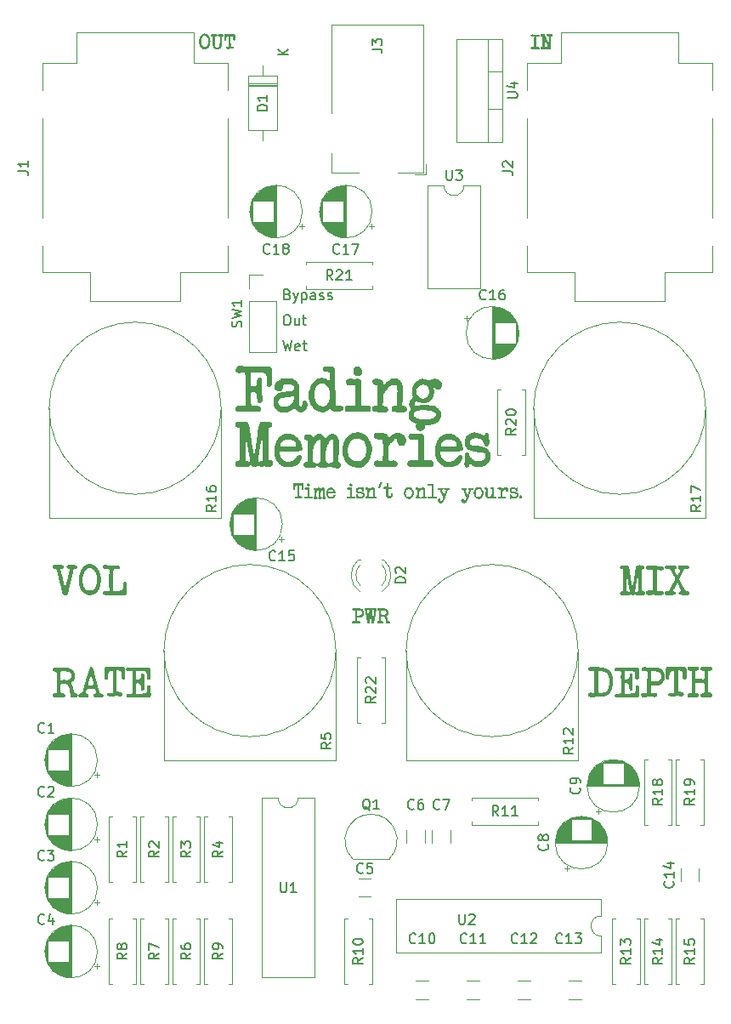
<source format=gbr>
%TF.GenerationSoftware,KiCad,Pcbnew,7.0.2*%
%TF.CreationDate,2024-03-15T13:05:12+09:00*%
%TF.ProjectId,Fading_Memories,46616469-6e67-45f4-9d65-6d6f72696573,rev?*%
%TF.SameCoordinates,Original*%
%TF.FileFunction,Legend,Top*%
%TF.FilePolarity,Positive*%
%FSLAX46Y46*%
G04 Gerber Fmt 4.6, Leading zero omitted, Abs format (unit mm)*
G04 Created by KiCad (PCBNEW 7.0.2) date 2024-03-15 13:05:12*
%MOMM*%
%LPD*%
G01*
G04 APERTURE LIST*
%ADD10C,0.300000*%
%ADD11C,0.000000*%
%ADD12C,0.200000*%
%ADD13C,0.150000*%
%ADD14C,0.120000*%
G04 APERTURE END LIST*
D10*
G36*
X165669619Y-33710591D02*
G01*
X165686380Y-33711003D01*
X165702523Y-33712033D01*
X165718047Y-33713682D01*
X165732954Y-33715949D01*
X165749563Y-33719375D01*
X165758774Y-33721670D01*
X165774700Y-33726156D01*
X165790380Y-33731237D01*
X165805815Y-33736915D01*
X165821004Y-33743189D01*
X165834005Y-33749079D01*
X165849041Y-33756602D01*
X165863938Y-33764827D01*
X165876594Y-33772435D01*
X165889148Y-33780558D01*
X165893370Y-33783371D01*
X165906138Y-33792052D01*
X165919061Y-33801094D01*
X165932139Y-33810497D01*
X165945371Y-33820260D01*
X165958757Y-33830383D01*
X165959772Y-33831140D01*
X165971826Y-33839605D01*
X165984213Y-33847527D01*
X165997958Y-33855662D01*
X166000809Y-33857341D01*
X166014033Y-33866636D01*
X166025539Y-33877434D01*
X166035327Y-33889734D01*
X166038515Y-33894498D01*
X166047853Y-33908808D01*
X166056856Y-33923144D01*
X166065524Y-33937505D01*
X166073857Y-33951892D01*
X166081856Y-33966304D01*
X166084509Y-33971086D01*
X166092984Y-33985104D01*
X166102232Y-33998632D01*
X166112253Y-34011671D01*
X166123046Y-34024220D01*
X166134612Y-34036280D01*
X166137707Y-34043013D01*
X166143777Y-34056482D01*
X166149691Y-34069958D01*
X166158266Y-34090181D01*
X166166486Y-34110418D01*
X166174353Y-34130667D01*
X166181865Y-34150930D01*
X166189023Y-34171205D01*
X166195827Y-34191493D01*
X166202277Y-34211794D01*
X166208372Y-34232108D01*
X166214113Y-34252435D01*
X166217751Y-34265970D01*
X166222768Y-34286370D01*
X166227257Y-34306886D01*
X166231217Y-34327517D01*
X166234650Y-34348265D01*
X166237554Y-34369128D01*
X166239930Y-34390108D01*
X166241779Y-34411203D01*
X166243099Y-34432414D01*
X166243891Y-34453741D01*
X166244155Y-34475184D01*
X166243994Y-34496253D01*
X166243511Y-34517418D01*
X166242706Y-34538680D01*
X166241579Y-34560038D01*
X166240130Y-34581493D01*
X166238359Y-34603044D01*
X166236266Y-34624692D01*
X166233851Y-34646437D01*
X166232062Y-34660987D01*
X166230130Y-34675580D01*
X166228055Y-34690216D01*
X166225837Y-34704895D01*
X166223487Y-34719548D01*
X166220925Y-34734107D01*
X166218152Y-34748571D01*
X166215167Y-34762941D01*
X166210291Y-34784318D01*
X166204940Y-34805483D01*
X166199112Y-34826436D01*
X166192807Y-34847176D01*
X166186026Y-34867703D01*
X166178768Y-34888018D01*
X166171033Y-34908121D01*
X166162822Y-34928011D01*
X166157066Y-34941074D01*
X166147971Y-34960368D01*
X166138322Y-34979302D01*
X166128119Y-34997875D01*
X166117362Y-35016087D01*
X166106051Y-35033939D01*
X166094186Y-35051430D01*
X166081768Y-35068560D01*
X166068795Y-35085330D01*
X166055269Y-35101739D01*
X166041189Y-35117787D01*
X166026547Y-35133308D01*
X166011196Y-35148133D01*
X165995137Y-35162262D01*
X165978369Y-35175696D01*
X165960893Y-35188434D01*
X165942709Y-35200477D01*
X165930192Y-35208119D01*
X165917361Y-35215452D01*
X165904215Y-35222476D01*
X165890754Y-35229191D01*
X165876978Y-35235596D01*
X165862887Y-35241693D01*
X165848482Y-35247480D01*
X165835283Y-35253193D01*
X165820804Y-35260017D01*
X165807083Y-35267264D01*
X165800900Y-35270686D01*
X165787505Y-35278011D01*
X165774110Y-35285216D01*
X165765615Y-35289269D01*
X165751928Y-35294747D01*
X165737107Y-35299504D01*
X165730488Y-35301087D01*
X165715318Y-35303449D01*
X165699463Y-35304656D01*
X165683618Y-35305000D01*
X165666169Y-35304579D01*
X165649543Y-35303318D01*
X165633740Y-35301216D01*
X165618760Y-35298273D01*
X165601870Y-35293632D01*
X165586165Y-35287780D01*
X165570846Y-35280993D01*
X165555116Y-35273818D01*
X165541692Y-35267545D01*
X165527982Y-35261003D01*
X165513985Y-35254193D01*
X165499703Y-35247114D01*
X165491413Y-35243306D01*
X165478087Y-35236856D01*
X165469524Y-35232574D01*
X165456163Y-35225893D01*
X165442184Y-35218904D01*
X165432658Y-35214187D01*
X165418370Y-35207283D01*
X165404082Y-35200586D01*
X165393764Y-35195484D01*
X165380635Y-35187030D01*
X165373435Y-35182035D01*
X165361492Y-35172879D01*
X165349621Y-35162686D01*
X165337821Y-35151456D01*
X165326093Y-35139187D01*
X165314437Y-35125882D01*
X165305163Y-35114490D01*
X165296090Y-35102566D01*
X165287189Y-35090425D01*
X165278459Y-35078065D01*
X165269901Y-35065489D01*
X165261515Y-35052695D01*
X165253300Y-35039683D01*
X165245257Y-35026454D01*
X165237386Y-35013007D01*
X165231680Y-35002850D01*
X165224273Y-34989338D01*
X165217094Y-34975859D01*
X165210145Y-34962416D01*
X165203424Y-34949006D01*
X165196933Y-34935631D01*
X165190670Y-34922290D01*
X165183164Y-34905662D01*
X165176202Y-34889401D01*
X165169740Y-34873820D01*
X165163780Y-34858919D01*
X165158320Y-34844697D01*
X165152430Y-34828528D01*
X165147260Y-34813339D01*
X165143139Y-34802622D01*
X165138834Y-34788060D01*
X165138019Y-34784975D01*
X165134473Y-34770750D01*
X165131140Y-34755819D01*
X165128049Y-34741614D01*
X165124546Y-34726877D01*
X165123957Y-34724487D01*
X165121249Y-34710024D01*
X165121249Y-34494602D01*
X165326046Y-34494602D01*
X165326095Y-34504459D01*
X165326350Y-34519288D01*
X165326825Y-34534169D01*
X165327518Y-34549101D01*
X165328430Y-34564085D01*
X165329562Y-34579120D01*
X165330912Y-34594207D01*
X165332481Y-34609345D01*
X165334269Y-34624535D01*
X165336277Y-34639776D01*
X165338503Y-34655069D01*
X165340108Y-34665254D01*
X165342699Y-34680430D01*
X165345509Y-34695484D01*
X165348538Y-34710415D01*
X165351786Y-34725224D01*
X165355253Y-34739910D01*
X165358939Y-34754474D01*
X165362844Y-34768916D01*
X165366967Y-34783235D01*
X165371310Y-34797432D01*
X165375872Y-34811507D01*
X165381929Y-34826100D01*
X165388563Y-34839541D01*
X165395909Y-34853255D01*
X165403349Y-34866461D01*
X165406075Y-34871034D01*
X165414546Y-34884665D01*
X165423455Y-34898168D01*
X165432801Y-34911541D01*
X165442586Y-34924786D01*
X165452808Y-34937903D01*
X165454571Y-34940069D01*
X165465115Y-34952691D01*
X165475608Y-34964670D01*
X165486049Y-34976004D01*
X165496439Y-34986694D01*
X165508496Y-34998353D01*
X165513636Y-35002870D01*
X165526556Y-35012745D01*
X165539722Y-35020077D01*
X165555024Y-35023632D01*
X165761653Y-35023632D01*
X165770300Y-35023364D01*
X165787130Y-35021226D01*
X165803342Y-35016950D01*
X165818935Y-35010536D01*
X165833910Y-35001984D01*
X165845917Y-34993224D01*
X165850598Y-34989327D01*
X165861988Y-34979146D01*
X165872931Y-34968339D01*
X165883426Y-34956907D01*
X165893474Y-34944848D01*
X165903075Y-34932163D01*
X165912229Y-34918852D01*
X165915762Y-34913375D01*
X165924258Y-34899445D01*
X165932270Y-34885175D01*
X165939800Y-34870565D01*
X165946846Y-34855615D01*
X165953410Y-34840325D01*
X165959490Y-34824696D01*
X165964121Y-34812171D01*
X165969540Y-34797094D01*
X165974547Y-34782661D01*
X165980012Y-34766192D01*
X165984885Y-34750650D01*
X165989166Y-34736036D01*
X165992600Y-34726793D01*
X165998096Y-34713083D01*
X166004278Y-34699246D01*
X166011147Y-34685844D01*
X166014314Y-34679243D01*
X166019036Y-34664216D01*
X166021451Y-34648612D01*
X166022138Y-34633087D01*
X166022138Y-34364176D01*
X166020584Y-34357509D01*
X166016724Y-34341002D01*
X166012899Y-34324729D01*
X166009110Y-34308688D01*
X166005357Y-34292880D01*
X166001640Y-34277304D01*
X165997958Y-34261960D01*
X165996510Y-34255893D01*
X165992639Y-34240923D01*
X165988410Y-34226240D01*
X165983823Y-34211843D01*
X165978879Y-34197732D01*
X165973576Y-34183908D01*
X165967916Y-34170369D01*
X165966762Y-34167694D01*
X165959411Y-34151774D01*
X165952735Y-34138685D01*
X165945558Y-34125756D01*
X165937880Y-34112989D01*
X165929702Y-34100383D01*
X165921022Y-34087937D01*
X165915500Y-34080479D01*
X165905566Y-34068177D01*
X165894720Y-34056035D01*
X165882961Y-34044055D01*
X165870291Y-34032236D01*
X165856708Y-34020578D01*
X165845184Y-34011367D01*
X165842288Y-34009132D01*
X165828161Y-33998225D01*
X165814625Y-33987766D01*
X165801679Y-33977753D01*
X165789323Y-33968188D01*
X165777557Y-33959070D01*
X165764218Y-33948719D01*
X165753061Y-33940909D01*
X165738326Y-33933284D01*
X165722123Y-33927565D01*
X165707499Y-33924256D01*
X165691855Y-33922270D01*
X165675191Y-33921608D01*
X165664245Y-33921853D01*
X165648163Y-33923138D01*
X165632487Y-33925524D01*
X165617217Y-33929011D01*
X165602352Y-33933599D01*
X165587893Y-33939289D01*
X165573840Y-33946080D01*
X165560193Y-33953972D01*
X165546951Y-33962966D01*
X165534115Y-33973060D01*
X165521685Y-33984256D01*
X165513662Y-33992198D01*
X165501939Y-34004523D01*
X165490590Y-34017344D01*
X165479614Y-34030660D01*
X165469011Y-34044473D01*
X165458782Y-34058782D01*
X165448927Y-34073586D01*
X165439445Y-34088887D01*
X165430337Y-34104683D01*
X165421602Y-34120975D01*
X165413241Y-34137763D01*
X165407876Y-34149109D01*
X165400145Y-34166256D01*
X165392793Y-34183558D01*
X165385822Y-34201015D01*
X165379231Y-34218626D01*
X165373019Y-34236392D01*
X165367188Y-34254313D01*
X165361736Y-34272387D01*
X165356665Y-34290617D01*
X165351973Y-34309001D01*
X165347662Y-34327540D01*
X165345044Y-34339784D01*
X165341435Y-34357700D01*
X165338205Y-34375075D01*
X165335355Y-34391910D01*
X165332886Y-34408203D01*
X165330796Y-34423955D01*
X165329086Y-34439166D01*
X165327397Y-34458606D01*
X165326384Y-34477085D01*
X165326046Y-34494602D01*
X165121249Y-34494602D01*
X165121249Y-34372602D01*
X165123186Y-34361923D01*
X165126744Y-34347323D01*
X165127781Y-34343229D01*
X165131330Y-34328975D01*
X165135022Y-34313791D01*
X165138468Y-34299330D01*
X165140441Y-34291086D01*
X165144128Y-34276249D01*
X165147989Y-34261411D01*
X165152023Y-34246573D01*
X165155214Y-34235594D01*
X165159519Y-34220607D01*
X165163747Y-34205540D01*
X165167277Y-34194416D01*
X165172761Y-34177746D01*
X165178470Y-34161096D01*
X165184405Y-34144464D01*
X165190564Y-34127852D01*
X165196950Y-34111260D01*
X165203560Y-34094687D01*
X165210396Y-34078132D01*
X165217458Y-34061598D01*
X165224745Y-34045082D01*
X165232257Y-34028586D01*
X165237418Y-34017663D01*
X165245448Y-34001529D01*
X165253827Y-33985699D01*
X165262553Y-33970171D01*
X165271627Y-33954946D01*
X165281049Y-33940023D01*
X165290818Y-33925403D01*
X165300935Y-33911086D01*
X165311400Y-33897072D01*
X165322213Y-33883360D01*
X165333374Y-33869951D01*
X165341014Y-33861215D01*
X165352792Y-33848498D01*
X165364950Y-33836245D01*
X165377487Y-33824456D01*
X165390405Y-33813130D01*
X165403702Y-33802268D01*
X165417380Y-33791869D01*
X165431437Y-33781934D01*
X165445875Y-33772463D01*
X165460692Y-33763456D01*
X165475889Y-33754912D01*
X165486295Y-33749544D01*
X165502284Y-33742141D01*
X165518731Y-33735518D01*
X165535635Y-33729674D01*
X165552996Y-33724609D01*
X165570814Y-33720323D01*
X165589090Y-33716816D01*
X165607823Y-33714089D01*
X165627013Y-33712141D01*
X165646660Y-33710972D01*
X165666765Y-33710582D01*
X165669619Y-33710591D01*
G37*
G36*
X166479361Y-34929476D02*
G01*
X166485338Y-34942954D01*
X166490903Y-34956825D01*
X166496057Y-34971089D01*
X166500799Y-34985747D01*
X166505130Y-35000799D01*
X166509049Y-35016244D01*
X166510502Y-35022533D01*
X166514586Y-35037949D01*
X166519511Y-35052829D01*
X166525276Y-35067173D01*
X166531883Y-35080979D01*
X166539330Y-35094249D01*
X166547618Y-35106982D01*
X166551168Y-35111926D01*
X166563594Y-35128293D01*
X166576555Y-35144010D01*
X166590050Y-35159076D01*
X166604079Y-35173492D01*
X166618643Y-35187257D01*
X166633742Y-35200372D01*
X166649375Y-35212837D01*
X166665543Y-35224651D01*
X166682245Y-35235815D01*
X166699482Y-35246328D01*
X166711270Y-35252976D01*
X166729366Y-35262273D01*
X166747797Y-35270656D01*
X166766563Y-35278124D01*
X166785664Y-35284678D01*
X166805100Y-35290317D01*
X166824871Y-35295042D01*
X166844977Y-35298852D01*
X166865417Y-35301748D01*
X166886193Y-35303729D01*
X166907303Y-35304796D01*
X166921563Y-35305000D01*
X166940997Y-35304599D01*
X166960283Y-35303397D01*
X166979420Y-35301393D01*
X166998408Y-35298588D01*
X167017247Y-35294982D01*
X167035937Y-35290574D01*
X167054478Y-35285365D01*
X167072871Y-35279354D01*
X167091092Y-35272582D01*
X167109118Y-35265272D01*
X167126950Y-35257424D01*
X167144587Y-35249037D01*
X167157687Y-35242395D01*
X167170677Y-35235449D01*
X167183559Y-35228201D01*
X167196330Y-35220650D01*
X167208992Y-35212796D01*
X167213189Y-35210111D01*
X167226229Y-35199698D01*
X167238788Y-35188427D01*
X167250867Y-35176297D01*
X167262465Y-35163308D01*
X167273581Y-35149461D01*
X167284217Y-35134755D01*
X167294373Y-35119190D01*
X167304047Y-35102766D01*
X167313258Y-35085914D01*
X167322022Y-35069244D01*
X167330339Y-35052758D01*
X167338210Y-35036454D01*
X167345635Y-35020334D01*
X167352613Y-35004398D01*
X167359145Y-34988644D01*
X167365230Y-34973073D01*
X167370599Y-34958470D01*
X167374847Y-34943832D01*
X167377972Y-34929158D01*
X167379976Y-34914449D01*
X167380617Y-34906029D01*
X167382087Y-34891353D01*
X167384574Y-34876817D01*
X167388078Y-34862421D01*
X167392598Y-34848166D01*
X167395638Y-34840083D01*
X167395638Y-34204441D01*
X167401774Y-34190726D01*
X167406011Y-34175521D01*
X167406995Y-34166706D01*
X167407707Y-34151450D01*
X167408042Y-34135651D01*
X167408094Y-34125673D01*
X167407820Y-34110629D01*
X167406854Y-34094526D01*
X167405192Y-34079292D01*
X167403698Y-34069619D01*
X167401573Y-34053748D01*
X167400235Y-34037734D01*
X167399684Y-34021577D01*
X167399668Y-34018328D01*
X167399668Y-34003055D01*
X167399668Y-33997079D01*
X167406995Y-33991950D01*
X167422466Y-33990805D01*
X167438651Y-33989660D01*
X167453831Y-33988630D01*
X167459019Y-33988286D01*
X167474655Y-33986763D01*
X167489828Y-33984255D01*
X167504537Y-33980761D01*
X167512508Y-33978394D01*
X167526267Y-33972962D01*
X167539992Y-33964819D01*
X167552070Y-33954458D01*
X167555373Y-33950917D01*
X167563874Y-33938688D01*
X167569592Y-33924256D01*
X167572340Y-33909578D01*
X167572958Y-33897428D01*
X167571930Y-33881804D01*
X167568844Y-33867217D01*
X167562425Y-33851083D01*
X167553044Y-33836443D01*
X167542964Y-33825384D01*
X167530826Y-33815362D01*
X167517524Y-33806504D01*
X167503721Y-33798933D01*
X167489417Y-33792651D01*
X167474612Y-33787656D01*
X167459307Y-33783950D01*
X167443500Y-33781531D01*
X167437037Y-33780924D01*
X167421958Y-33780924D01*
X167417620Y-33780924D01*
X167405982Y-33770826D01*
X167396737Y-33757477D01*
X167386934Y-33745112D01*
X167374663Y-33736800D01*
X167360833Y-33734030D01*
X167345807Y-33734030D01*
X167341782Y-33734030D01*
X167326202Y-33735008D01*
X167311059Y-33737945D01*
X167296355Y-33742839D01*
X167282088Y-33749692D01*
X167268259Y-33758501D01*
X167263747Y-33761873D01*
X167250360Y-33771336D01*
X167237128Y-33778840D01*
X167221886Y-33785122D01*
X167206855Y-33788738D01*
X167194138Y-33789717D01*
X167178680Y-33788875D01*
X167164201Y-33786587D01*
X167158600Y-33785321D01*
X167143228Y-33782474D01*
X167127644Y-33781135D01*
X167117934Y-33780924D01*
X167101147Y-33781800D01*
X167085133Y-33784427D01*
X167069892Y-33788807D01*
X167055423Y-33794938D01*
X167041727Y-33802820D01*
X167037334Y-33805837D01*
X167025630Y-33815875D01*
X167016348Y-33827304D01*
X167008579Y-33842395D01*
X167004543Y-33856838D01*
X167002929Y-33872672D01*
X167002896Y-33875446D01*
X167004018Y-33890719D01*
X167007962Y-33906313D01*
X167014747Y-33920227D01*
X167020847Y-33928569D01*
X167031496Y-33939678D01*
X167043246Y-33949512D01*
X167056097Y-33958071D01*
X167063712Y-33962274D01*
X167077986Y-33968817D01*
X167092782Y-33974433D01*
X167108100Y-33979121D01*
X167116835Y-33981325D01*
X167132561Y-33984803D01*
X167147592Y-33987817D01*
X167163478Y-33990622D01*
X167169591Y-33991584D01*
X167179758Y-34002231D01*
X167182048Y-34008070D01*
X167185603Y-34022727D01*
X167186444Y-34034448D01*
X167186444Y-34037013D01*
X167183622Y-34051915D01*
X167182414Y-34061559D01*
X167180536Y-34076280D01*
X167178018Y-34085373D01*
X167178271Y-34110444D01*
X167178481Y-34135651D01*
X167178649Y-34160991D01*
X167178773Y-34186466D01*
X167178855Y-34212076D01*
X167178893Y-34237820D01*
X167178889Y-34263699D01*
X167178842Y-34289713D01*
X167178752Y-34315860D01*
X167178619Y-34342143D01*
X167178443Y-34368560D01*
X167178224Y-34395111D01*
X167177962Y-34421797D01*
X167177657Y-34448617D01*
X167177309Y-34475572D01*
X167176919Y-34502662D01*
X167176546Y-34529710D01*
X167176163Y-34556540D01*
X167175768Y-34583153D01*
X167175362Y-34609549D01*
X167174944Y-34635726D01*
X167174514Y-34661687D01*
X167174074Y-34687430D01*
X167173621Y-34712955D01*
X167173158Y-34738263D01*
X167172682Y-34763353D01*
X167172196Y-34788226D01*
X167171698Y-34812881D01*
X167171188Y-34837318D01*
X167170667Y-34861538D01*
X167170135Y-34885541D01*
X167169591Y-34909326D01*
X167164904Y-34924753D01*
X167159352Y-34938538D01*
X167152196Y-34953605D01*
X167145778Y-34965746D01*
X167137360Y-34980087D01*
X167128136Y-34993936D01*
X167118106Y-35007295D01*
X167107269Y-35020163D01*
X167100715Y-35027295D01*
X167089069Y-35039217D01*
X167077213Y-35050296D01*
X167065147Y-35060534D01*
X167052870Y-35069931D01*
X167045760Y-35074923D01*
X167031655Y-35083258D01*
X167017916Y-35089211D01*
X167002898Y-35093062D01*
X166991538Y-35093974D01*
X166843527Y-35093974D01*
X166828862Y-35090346D01*
X166815853Y-35082618D01*
X166804364Y-35073344D01*
X166802861Y-35071992D01*
X166790794Y-35060474D01*
X166780272Y-35049532D01*
X166769786Y-35037784D01*
X166759335Y-35025229D01*
X166754867Y-35019602D01*
X166744869Y-35006281D01*
X166735713Y-34992924D01*
X166727398Y-34979533D01*
X166719925Y-34966107D01*
X166716032Y-34958419D01*
X166709621Y-34943902D01*
X166704598Y-34929650D01*
X166701607Y-34915222D01*
X166701378Y-34910792D01*
X166701378Y-34407773D01*
X166694352Y-34393654D01*
X166689760Y-34378085D01*
X166687722Y-34363030D01*
X166687456Y-34350987D01*
X166687937Y-34334936D01*
X166688280Y-34319754D01*
X166688502Y-34303716D01*
X166688555Y-34292002D01*
X166688662Y-34276825D01*
X166688903Y-34260305D01*
X166689173Y-34245360D01*
X166689521Y-34228225D01*
X166689654Y-34222027D01*
X166690024Y-34206095D01*
X166690448Y-34190127D01*
X166690926Y-34174124D01*
X166691457Y-34158085D01*
X166692042Y-34142010D01*
X166692681Y-34125899D01*
X166692951Y-34119445D01*
X166693701Y-34103642D01*
X166694576Y-34088518D01*
X166695791Y-34071268D01*
X166697186Y-34054996D01*
X166698762Y-34039703D01*
X166699912Y-34030052D01*
X166701803Y-34015331D01*
X166703835Y-34000504D01*
X166705408Y-33991950D01*
X166721092Y-33990862D01*
X166735764Y-33989797D01*
X166751123Y-33988641D01*
X166765125Y-33987554D01*
X166781108Y-33985653D01*
X166796449Y-33982882D01*
X166811150Y-33979242D01*
X166825209Y-33974731D01*
X166839940Y-33968004D01*
X166853223Y-33959365D01*
X166865056Y-33948813D01*
X166871004Y-33942124D01*
X166879859Y-33928394D01*
X166885298Y-33914244D01*
X166888446Y-33898261D01*
X166889323Y-33882773D01*
X166888189Y-33867523D01*
X166884789Y-33853098D01*
X166879122Y-33839497D01*
X166871188Y-33826720D01*
X166860987Y-33814767D01*
X166857083Y-33810966D01*
X166844525Y-33800756D01*
X166830756Y-33792659D01*
X166815776Y-33786674D01*
X166799586Y-33782802D01*
X166782185Y-33781041D01*
X166776116Y-33780924D01*
X166404623Y-33780924D01*
X166388922Y-33781863D01*
X166371851Y-33785470D01*
X166356713Y-33791781D01*
X166343507Y-33800797D01*
X166332232Y-33812518D01*
X166327320Y-33819392D01*
X166318853Y-33833912D01*
X166312139Y-33848896D01*
X166307175Y-33864344D01*
X166303964Y-33880255D01*
X166302504Y-33896629D01*
X166302407Y-33902191D01*
X166303087Y-33918140D01*
X166304861Y-33933535D01*
X166307363Y-33948047D01*
X166309368Y-33957512D01*
X166314863Y-33971617D01*
X166324023Y-33983157D01*
X166336845Y-33992133D01*
X166351071Y-33997883D01*
X166353332Y-33998545D01*
X166479361Y-34031517D01*
X166479361Y-34929476D01*
G37*
G36*
X167770795Y-35150760D02*
G01*
X167772940Y-35165340D01*
X167779373Y-35178993D01*
X167788693Y-35190350D01*
X167797906Y-35198387D01*
X167810331Y-35206978D01*
X167823562Y-35214797D01*
X167837599Y-35221844D01*
X167852443Y-35228120D01*
X167861287Y-35231360D01*
X167877120Y-35236565D01*
X167892883Y-35241278D01*
X167908576Y-35245500D01*
X167924199Y-35249232D01*
X167933094Y-35251144D01*
X167948259Y-35253856D01*
X167964259Y-35256140D01*
X167980561Y-35257670D01*
X167993545Y-35258105D01*
X168010729Y-35257784D01*
X168027662Y-35256823D01*
X168044343Y-35255220D01*
X168060772Y-35252976D01*
X168076950Y-35250091D01*
X168092875Y-35246564D01*
X168108549Y-35242397D01*
X168123970Y-35237588D01*
X168139420Y-35232694D01*
X168154997Y-35228452D01*
X168170699Y-35224863D01*
X168186527Y-35221926D01*
X168202481Y-35219642D01*
X168218561Y-35218011D01*
X168234767Y-35217032D01*
X168251099Y-35216706D01*
X168267573Y-35217354D01*
X168283977Y-35219300D01*
X168300311Y-35222544D01*
X168316575Y-35227084D01*
X168325837Y-35230261D01*
X168339893Y-35234743D01*
X168354310Y-35238298D01*
X168369088Y-35240926D01*
X168384226Y-35242626D01*
X168399725Y-35243399D01*
X168404972Y-35243450D01*
X168420988Y-35243016D01*
X168436888Y-35241712D01*
X168452673Y-35239538D01*
X168461392Y-35237955D01*
X168476677Y-35234313D01*
X168491209Y-35229570D01*
X168504987Y-35223726D01*
X168512316Y-35220003D01*
X168525883Y-35211252D01*
X168537733Y-35200569D01*
X168547865Y-35187953D01*
X168549685Y-35185198D01*
X168556769Y-35171668D01*
X168561535Y-35156631D01*
X168563825Y-35141999D01*
X168564340Y-35130244D01*
X168563571Y-35113645D01*
X168561263Y-35098423D01*
X168556463Y-35081975D01*
X168549448Y-35067511D01*
X168540217Y-35055030D01*
X168532833Y-35047812D01*
X168520730Y-35038049D01*
X168507777Y-35029368D01*
X168493974Y-35021768D01*
X168479321Y-35015251D01*
X168463817Y-35009816D01*
X168458461Y-35008244D01*
X168442107Y-35004071D01*
X168425471Y-35000619D01*
X168408551Y-34997889D01*
X168391347Y-34995880D01*
X168373861Y-34994592D01*
X168367969Y-34994323D01*
X168350989Y-34993576D01*
X168335219Y-34992983D01*
X168318352Y-34992487D01*
X168303132Y-34992202D01*
X168291399Y-34992124D01*
X168281507Y-34982233D01*
X168271249Y-34322044D01*
X168271249Y-34280645D01*
X168266852Y-34078778D01*
X168270722Y-34064055D01*
X168273905Y-34048095D01*
X168276126Y-34033116D01*
X168277822Y-34017190D01*
X168278210Y-34012466D01*
X168279494Y-33996513D01*
X168280576Y-33980427D01*
X168281301Y-33965068D01*
X168281507Y-33953848D01*
X168280408Y-33946154D01*
X168293230Y-33951284D01*
X168307899Y-33950237D01*
X168310083Y-33950184D01*
X168326006Y-33950822D01*
X168340598Y-33952459D01*
X168355601Y-33955104D01*
X168369068Y-33958244D01*
X168384341Y-33962664D01*
X168399018Y-33968228D01*
X168413100Y-33974937D01*
X168426587Y-33982791D01*
X168439295Y-33991469D01*
X168450676Y-34001017D01*
X168461891Y-34012799D01*
X168469452Y-34022725D01*
X168477421Y-34036374D01*
X168482782Y-34051357D01*
X168485358Y-34065794D01*
X168485938Y-34077313D01*
X168485938Y-34297131D01*
X168487175Y-34312660D01*
X168490884Y-34327648D01*
X168497066Y-34342095D01*
X168505722Y-34356002D01*
X168516850Y-34369367D01*
X168521109Y-34373702D01*
X168532234Y-34383623D01*
X168545938Y-34393308D01*
X168560029Y-34400573D01*
X168574506Y-34405416D01*
X168589370Y-34407837D01*
X168596946Y-34408140D01*
X168612191Y-34407138D01*
X168629021Y-34403291D01*
X168644254Y-34396559D01*
X168657890Y-34386942D01*
X168669928Y-34374440D01*
X168675348Y-34367107D01*
X168683475Y-34354080D01*
X168690225Y-34340875D01*
X168696506Y-34324792D01*
X168700804Y-34308451D01*
X168703118Y-34291853D01*
X168703558Y-34280645D01*
X168703558Y-33868119D01*
X168702296Y-33851701D01*
X168698510Y-33835696D01*
X168692198Y-33820102D01*
X168683363Y-33804921D01*
X168674071Y-33792585D01*
X168667655Y-33785321D01*
X168656149Y-33774133D01*
X168644070Y-33764841D01*
X168628820Y-33756195D01*
X168612746Y-33750278D01*
X168595847Y-33747093D01*
X168584124Y-33746486D01*
X168116643Y-33746486D01*
X168102424Y-33739900D01*
X168087672Y-33735907D01*
X168084036Y-33735495D01*
X168069199Y-33734396D01*
X168053625Y-33734031D01*
X168052529Y-33734030D01*
X168037604Y-33734271D01*
X168022388Y-33735233D01*
X168019923Y-33735495D01*
X168005085Y-33738884D01*
X167991312Y-33744431D01*
X167986217Y-33746852D01*
X167733792Y-33746852D01*
X167718113Y-33748887D01*
X167703819Y-33754991D01*
X167692027Y-33764071D01*
X167681236Y-33775069D01*
X167671304Y-33786998D01*
X167662231Y-33799856D01*
X167660519Y-33802540D01*
X167652777Y-33815999D01*
X167646037Y-33829817D01*
X167640298Y-33843992D01*
X167639270Y-33846870D01*
X167634890Y-33861793D01*
X167632185Y-33876494D01*
X167631577Y-33886437D01*
X167631577Y-34295666D01*
X167632401Y-34311319D01*
X167634874Y-34327231D01*
X167638995Y-34343399D01*
X167644766Y-34359825D01*
X167650834Y-34373711D01*
X167655024Y-34382128D01*
X167662977Y-34395004D01*
X167674174Y-34407575D01*
X167687175Y-34417003D01*
X167701978Y-34423289D01*
X167718585Y-34426432D01*
X167727564Y-34426824D01*
X167745033Y-34426037D01*
X167760802Y-34423676D01*
X167777481Y-34418764D01*
X167791714Y-34411586D01*
X167803499Y-34402141D01*
X167809996Y-34394584D01*
X167818244Y-34381893D01*
X167825126Y-34368275D01*
X167830643Y-34353729D01*
X167834794Y-34338256D01*
X167837581Y-34321855D01*
X167838206Y-34316182D01*
X167839661Y-34298764D01*
X167840579Y-34283875D01*
X167841229Y-34268647D01*
X167841610Y-34253078D01*
X167841722Y-34237169D01*
X167841567Y-34220921D01*
X167841503Y-34217630D01*
X167841437Y-34201155D01*
X167841926Y-34184929D01*
X167842968Y-34168955D01*
X167844566Y-34153230D01*
X167846718Y-34137756D01*
X167849425Y-34122533D01*
X167850662Y-34116514D01*
X167854315Y-34101634D01*
X167858863Y-34087219D01*
X167864305Y-34073269D01*
X167870641Y-34059785D01*
X167877871Y-34046765D01*
X167885997Y-34034211D01*
X167889497Y-34029319D01*
X167899348Y-34017729D01*
X167911042Y-34007230D01*
X167924579Y-33997822D01*
X167939958Y-33989506D01*
X167953588Y-33983638D01*
X167968397Y-33978469D01*
X167984385Y-33973998D01*
X167999689Y-33972006D01*
X168002337Y-33971800D01*
X168017221Y-33970855D01*
X168022854Y-33970701D01*
X168037538Y-33971732D01*
X168038241Y-33971800D01*
X168050331Y-33972899D01*
X168053628Y-33976563D01*
X168053628Y-35026563D01*
X168034577Y-35047079D01*
X167841503Y-35047079D01*
X167826466Y-35048594D01*
X167812529Y-35053703D01*
X167803768Y-35059902D01*
X167793307Y-35070925D01*
X167785145Y-35083157D01*
X167782152Y-35089211D01*
X167776973Y-35103777D01*
X167773617Y-35118623D01*
X167772993Y-35122916D01*
X167771345Y-35138304D01*
X167770795Y-35150760D01*
G37*
G36*
X198141249Y-35152592D02*
G01*
X198141967Y-35168791D01*
X198144124Y-35183727D01*
X198148348Y-35199252D01*
X198154451Y-35213128D01*
X198156270Y-35216339D01*
X198165707Y-35229718D01*
X198176710Y-35241417D01*
X198189278Y-35251434D01*
X198196936Y-35256273D01*
X198210034Y-35263028D01*
X198223681Y-35268638D01*
X198237877Y-35273103D01*
X198252623Y-35276423D01*
X198267667Y-35278667D01*
X198282757Y-35280270D01*
X198297892Y-35281232D01*
X198313073Y-35281552D01*
X198328351Y-35281454D01*
X198343270Y-35281159D01*
X198360701Y-35280545D01*
X198377617Y-35279647D01*
X198394017Y-35278467D01*
X198404665Y-35277522D01*
X198420670Y-35276028D01*
X198437088Y-35274843D01*
X198453918Y-35273967D01*
X198471160Y-35273401D01*
X198485843Y-35273164D01*
X198494790Y-35273126D01*
X198510683Y-35273054D01*
X198525509Y-35272894D01*
X198542213Y-35272642D01*
X198555973Y-35272393D01*
X198572117Y-35272456D01*
X198587208Y-35273605D01*
X198603168Y-35276250D01*
X198617754Y-35280314D01*
X198621186Y-35281552D01*
X198912445Y-35281552D01*
X198930383Y-35280837D01*
X198948016Y-35278690D01*
X198965345Y-35275112D01*
X198982369Y-35270103D01*
X198999090Y-35263663D01*
X199015507Y-35255792D01*
X199021988Y-35252243D01*
X199036976Y-35242404D01*
X199049423Y-35231206D01*
X199059330Y-35218648D01*
X199066696Y-35204730D01*
X199071523Y-35189453D01*
X199073809Y-35172816D01*
X199074012Y-35165781D01*
X199071775Y-35150070D01*
X199065738Y-35136211D01*
X199060457Y-35128412D01*
X199050783Y-35116719D01*
X199039897Y-35106326D01*
X199028949Y-35098004D01*
X199015793Y-35090046D01*
X199001511Y-35083300D01*
X198987550Y-35078220D01*
X198972194Y-35073840D01*
X198957357Y-35071278D01*
X198944319Y-35070526D01*
X198744651Y-35070526D01*
X198725966Y-35050743D01*
X198725966Y-34519881D01*
X198729916Y-34505438D01*
X198732701Y-34490281D01*
X198733293Y-34484344D01*
X198734082Y-34469193D01*
X198734383Y-34453746D01*
X198734392Y-34450272D01*
X198734238Y-34435537D01*
X198733667Y-34420691D01*
X198733293Y-34415101D01*
X198731136Y-34400015D01*
X198727787Y-34385512D01*
X198725966Y-34378831D01*
X198725966Y-34040676D01*
X198727431Y-34039211D01*
X198764801Y-34039211D01*
X198781793Y-34039456D01*
X198798470Y-34040193D01*
X198814832Y-34041420D01*
X198830878Y-34043138D01*
X198839905Y-34044340D01*
X198855859Y-34046339D01*
X198872303Y-34047846D01*
X198889238Y-34048863D01*
X198904144Y-34049344D01*
X198916842Y-34049469D01*
X198934317Y-34048995D01*
X198951024Y-34047573D01*
X198966961Y-34045203D01*
X198982129Y-34041884D01*
X198996528Y-34037618D01*
X199012791Y-34031246D01*
X199015394Y-34030052D01*
X199029588Y-34020971D01*
X199040845Y-34008568D01*
X199047982Y-33995693D01*
X199053081Y-33980511D01*
X199056140Y-33963021D01*
X199057119Y-33947368D01*
X199057159Y-33943224D01*
X199056449Y-33926302D01*
X199054320Y-33910892D01*
X199049662Y-33893754D01*
X199042785Y-33878978D01*
X199033691Y-33866563D01*
X199022378Y-33856510D01*
X199011730Y-33850167D01*
X198997212Y-33843516D01*
X198982049Y-33837759D01*
X198966242Y-33832897D01*
X198949792Y-33828929D01*
X198932697Y-33825856D01*
X198914958Y-33823677D01*
X198907683Y-33823056D01*
X198889488Y-33821843D01*
X198871311Y-33820952D01*
X198853152Y-33820383D01*
X198835011Y-33820137D01*
X198816888Y-33820212D01*
X198798782Y-33820609D01*
X198791545Y-33820858D01*
X198774152Y-33820938D01*
X198757921Y-33820035D01*
X198742853Y-33818148D01*
X198726307Y-33814584D01*
X198711435Y-33809604D01*
X198700321Y-33804371D01*
X198362166Y-33804371D01*
X198347861Y-33798189D01*
X198333022Y-33793939D01*
X198328827Y-33793381D01*
X198313859Y-33792237D01*
X198298419Y-33791915D01*
X198282827Y-33792666D01*
X198266734Y-33794920D01*
X198251822Y-33798234D01*
X198246762Y-33799609D01*
X198231946Y-33804194D01*
X198218001Y-33809707D01*
X198203525Y-33816919D01*
X198198035Y-33820125D01*
X198185205Y-33828819D01*
X198173735Y-33838873D01*
X198163624Y-33850286D01*
X198161765Y-33852732D01*
X198154230Y-33865561D01*
X198149165Y-33880749D01*
X198147491Y-33895532D01*
X198147477Y-33897062D01*
X198149122Y-33912296D01*
X198154057Y-33927271D01*
X198161399Y-33940659D01*
X198170937Y-33953475D01*
X198181692Y-33965360D01*
X198193663Y-33976315D01*
X198196203Y-33978394D01*
X198208092Y-33987175D01*
X198220675Y-33994971D01*
X198233955Y-34001781D01*
X198241632Y-34005139D01*
X198255704Y-34010098D01*
X198271475Y-34013704D01*
X198287389Y-34015307D01*
X198292191Y-34015397D01*
X198509811Y-34015397D01*
X198518604Y-34017962D01*
X198513475Y-34028220D01*
X198514574Y-34040676D01*
X198514271Y-34055783D01*
X198513171Y-34070810D01*
X198512742Y-34074382D01*
X198509012Y-34089044D01*
X198503130Y-34103091D01*
X198499919Y-34109553D01*
X198499919Y-35021067D01*
X198490760Y-35023632D01*
X198476180Y-35026633D01*
X198462916Y-35029127D01*
X198447723Y-35031472D01*
X198432369Y-35033013D01*
X198430310Y-35033157D01*
X198415306Y-35033803D01*
X198412358Y-35033890D01*
X198396284Y-35033484D01*
X198380210Y-35032267D01*
X198364135Y-35030238D01*
X198355205Y-35028761D01*
X198339134Y-35026281D01*
X198324508Y-35024759D01*
X198309562Y-35023877D01*
X198296221Y-35023632D01*
X198278258Y-35024410D01*
X198260779Y-35026744D01*
X198243783Y-35030635D01*
X198227270Y-35036082D01*
X198211240Y-35043086D01*
X198195692Y-35051646D01*
X198189609Y-35055505D01*
X198175677Y-35066183D01*
X198164106Y-35078525D01*
X198154897Y-35092530D01*
X198148049Y-35108199D01*
X198143563Y-35125531D01*
X198141674Y-35140595D01*
X198141249Y-35152592D01*
G37*
G36*
X199832752Y-34943398D02*
G01*
X199914818Y-35205715D01*
X199920168Y-35220218D01*
X199927423Y-35234051D01*
X199936585Y-35247214D01*
X199947653Y-35259708D01*
X199960628Y-35271532D01*
X199965376Y-35275324D01*
X199977689Y-35283873D01*
X199992630Y-35292219D01*
X200007751Y-35298479D01*
X200023053Y-35302652D01*
X200038534Y-35304739D01*
X200046343Y-35305000D01*
X200063508Y-35303776D01*
X200080106Y-35300105D01*
X200096137Y-35293987D01*
X200109063Y-35287019D01*
X200121596Y-35278352D01*
X200131339Y-35270195D01*
X200142422Y-35258855D01*
X200151625Y-35246818D01*
X200158951Y-35234083D01*
X200165262Y-35217880D01*
X200168868Y-35200672D01*
X200169808Y-35185565D01*
X200165778Y-34499364D01*
X200165778Y-34459431D01*
X200161381Y-33993415D01*
X200162847Y-33991950D01*
X200178056Y-33991950D01*
X200193759Y-33991950D01*
X200206810Y-33991950D01*
X200222621Y-33991689D01*
X200238315Y-33990907D01*
X200253893Y-33989603D01*
X200262498Y-33988653D01*
X200277957Y-33986160D01*
X200293010Y-33982393D01*
X200307658Y-33977350D01*
X200315621Y-33973998D01*
X200329347Y-33966306D01*
X200342089Y-33956005D01*
X200352588Y-33944659D01*
X200359951Y-33934797D01*
X200360569Y-33919891D01*
X200361050Y-33913182D01*
X200362019Y-33898365D01*
X200362149Y-33894131D01*
X200361290Y-33876711D01*
X200358714Y-33860540D01*
X200354421Y-33845616D01*
X200348410Y-33831940D01*
X200338482Y-33816601D01*
X200328607Y-33805733D01*
X200317015Y-33796113D01*
X200307194Y-33789717D01*
X200293272Y-33782161D01*
X200278984Y-33775612D01*
X200264330Y-33770071D01*
X200249309Y-33765537D01*
X200233921Y-33762011D01*
X200218168Y-33759492D01*
X200202048Y-33757981D01*
X200185561Y-33757477D01*
X200169727Y-33758044D01*
X200154667Y-33759937D01*
X200147459Y-33761507D01*
X200132904Y-33767027D01*
X200119199Y-33775442D01*
X200111922Y-33780924D01*
X199795383Y-33780924D01*
X199780752Y-33782081D01*
X199765491Y-33786237D01*
X199751787Y-33793416D01*
X199739639Y-33803617D01*
X199738230Y-33805104D01*
X199728453Y-33817286D01*
X199720793Y-33831647D01*
X199716668Y-33846704D01*
X199715882Y-33857128D01*
X199716707Y-33873494D01*
X199719180Y-33888521D01*
X199724148Y-33904359D01*
X199731361Y-33918374D01*
X199739330Y-33928935D01*
X199750256Y-33939719D01*
X199762200Y-33949311D01*
X199775161Y-33957711D01*
X199789138Y-33964919D01*
X199797581Y-33968503D01*
X199813001Y-33973852D01*
X199828807Y-33978360D01*
X199844998Y-33982027D01*
X199861575Y-33984852D01*
X199871221Y-33986088D01*
X199887738Y-33987729D01*
X199903308Y-33989124D01*
X199917931Y-33990273D01*
X199933484Y-33991286D01*
X199938998Y-33991584D01*
X199952187Y-34001109D01*
X199952187Y-34595352D01*
X199959400Y-34608404D01*
X199961346Y-34615136D01*
X199964652Y-34629571D01*
X199965010Y-34632355D01*
X199965010Y-34647779D01*
X199965010Y-34663647D01*
X199965010Y-34668258D01*
X199964903Y-34684079D01*
X199964622Y-34698746D01*
X199964168Y-34713819D01*
X199963911Y-34720648D01*
X199963293Y-34735931D01*
X199962674Y-34750865D01*
X199961987Y-34767051D01*
X199961713Y-34773405D01*
X199962256Y-34788880D01*
X199966704Y-34803065D01*
X199970505Y-34807843D01*
X199958782Y-34813705D01*
X199971971Y-34808942D01*
X199969040Y-34795753D01*
X199961713Y-34783297D01*
X199953102Y-34765481D01*
X199944582Y-34747478D01*
X199936152Y-34729288D01*
X199927813Y-34710911D01*
X199919563Y-34692348D01*
X199911403Y-34673598D01*
X199903334Y-34654661D01*
X199895355Y-34635537D01*
X199887466Y-34616227D01*
X199879667Y-34596730D01*
X199874518Y-34583628D01*
X199866857Y-34563996D01*
X199859259Y-34544666D01*
X199851727Y-34525639D01*
X199844259Y-34506915D01*
X199836855Y-34488493D01*
X199829515Y-34470374D01*
X199822240Y-34452558D01*
X199815030Y-34435045D01*
X199807883Y-34417834D01*
X199800801Y-34400926D01*
X199796116Y-34389822D01*
X199795017Y-34378831D01*
X199790536Y-34364296D01*
X199789521Y-34360146D01*
X199785466Y-34345876D01*
X199784392Y-34342927D01*
X199781461Y-34333035D01*
X199775556Y-34318937D01*
X199768759Y-34304745D01*
X199765708Y-34298597D01*
X199759228Y-34285385D01*
X199752610Y-34271761D01*
X199745855Y-34257724D01*
X199738963Y-34243276D01*
X199732254Y-34228736D01*
X199725683Y-34214791D01*
X199719248Y-34201442D01*
X199712951Y-34188688D01*
X199706204Y-34174978D01*
X199699973Y-34161389D01*
X199698663Y-34157913D01*
X199693338Y-34144206D01*
X199687596Y-34129120D01*
X199681969Y-34114222D01*
X199679246Y-34106988D01*
X199673712Y-34091794D01*
X199668100Y-34076162D01*
X199662412Y-34060092D01*
X199656646Y-34043584D01*
X199651782Y-34029493D01*
X199648838Y-34020893D01*
X199643932Y-34006585D01*
X199639063Y-33992743D01*
X199633267Y-33976746D01*
X199627523Y-33961419D01*
X199621830Y-33946761D01*
X199618063Y-33937362D01*
X199612160Y-33922328D01*
X199606659Y-33908366D01*
X199600897Y-33893863D01*
X199599378Y-33890101D01*
X199593600Y-33876611D01*
X199586430Y-33863070D01*
X199577869Y-33849477D01*
X199567917Y-33835833D01*
X199558561Y-33824423D01*
X199552484Y-33817561D01*
X199541831Y-33807006D01*
X199528127Y-33796702D01*
X199513418Y-33788974D01*
X199497704Y-33783822D01*
X199480986Y-33781246D01*
X199472250Y-33780924D01*
X199233747Y-33780924D01*
X199217003Y-33781738D01*
X199201118Y-33784180D01*
X199186091Y-33788250D01*
X199171923Y-33793947D01*
X199158614Y-33801273D01*
X199146163Y-33810226D01*
X199141423Y-33814263D01*
X199130658Y-33824961D01*
X199120147Y-33838837D01*
X199112265Y-33853846D01*
X199107010Y-33869989D01*
X199104382Y-33887266D01*
X199104054Y-33896329D01*
X199104913Y-33911756D01*
X199106252Y-33923073D01*
X199109118Y-33937944D01*
X199113594Y-33952333D01*
X199114312Y-33954214D01*
X199121439Y-33967492D01*
X199131142Y-33979159D01*
X199132630Y-33980593D01*
X199146058Y-33988745D01*
X199161081Y-33991772D01*
X199166336Y-33991950D01*
X199311782Y-33991950D01*
X199321308Y-34000376D01*
X199321341Y-34026945D01*
X199321440Y-34053528D01*
X199321604Y-34080125D01*
X199321835Y-34106736D01*
X199322131Y-34133362D01*
X199322493Y-34160002D01*
X199322921Y-34186657D01*
X199323415Y-34213326D01*
X199323974Y-34240009D01*
X199324599Y-34266706D01*
X199325291Y-34293418D01*
X199326048Y-34320144D01*
X199326871Y-34346884D01*
X199327759Y-34373639D01*
X199328714Y-34400407D01*
X199329734Y-34427191D01*
X199330755Y-34453983D01*
X199331709Y-34480777D01*
X199332598Y-34507575D01*
X199333421Y-34534375D01*
X199334178Y-34561178D01*
X199334869Y-34587985D01*
X199335495Y-34614794D01*
X199336054Y-34641605D01*
X199336548Y-34668420D01*
X199336976Y-34695238D01*
X199337338Y-34722058D01*
X199337634Y-34748881D01*
X199337864Y-34775708D01*
X199338029Y-34802537D01*
X199338128Y-34829369D01*
X199338161Y-34856203D01*
X199337942Y-34872475D01*
X199337285Y-34888592D01*
X199336190Y-34904555D01*
X199334657Y-34920363D01*
X199332687Y-34936016D01*
X199331933Y-34941200D01*
X199329945Y-34956763D01*
X199328652Y-34972404D01*
X199328056Y-34988122D01*
X199328154Y-35003917D01*
X199328949Y-35019789D01*
X199329368Y-35025097D01*
X199319842Y-35034623D01*
X199304730Y-35035241D01*
X199295662Y-35035722D01*
X199280241Y-35036546D01*
X199265561Y-35037302D01*
X199253164Y-35037920D01*
X199238268Y-35038467D01*
X199222512Y-35039163D01*
X199211032Y-35039752D01*
X199195825Y-35040503D01*
X199182456Y-35040851D01*
X199166571Y-35044011D01*
X199152437Y-35049644D01*
X199140055Y-35057749D01*
X199129425Y-35068328D01*
X199120546Y-35081380D01*
X199117976Y-35086280D01*
X199111055Y-35101109D01*
X199104855Y-35115372D01*
X199099377Y-35129067D01*
X199093897Y-35144329D01*
X199089399Y-35158820D01*
X199089399Y-35181535D01*
X199090340Y-35196308D01*
X199093813Y-35212339D01*
X199099846Y-35227073D01*
X199108439Y-35240509D01*
X199116144Y-35249312D01*
X199128531Y-35260312D01*
X199141970Y-35269909D01*
X199156460Y-35278103D01*
X199172003Y-35284895D01*
X199181357Y-35288147D01*
X199196944Y-35288567D01*
X199211857Y-35289383D01*
X199226053Y-35290345D01*
X199241463Y-35291215D01*
X199257286Y-35291994D01*
X199273520Y-35292681D01*
X199290167Y-35293276D01*
X199304898Y-35293757D01*
X199321304Y-35294306D01*
X199337253Y-35294856D01*
X199352743Y-35295405D01*
X199354647Y-35295474D01*
X199370567Y-35296005D01*
X199386246Y-35296419D01*
X199398611Y-35296573D01*
X199430118Y-35296573D01*
X199445219Y-35296480D01*
X199460159Y-35296200D01*
X199474937Y-35295733D01*
X199494392Y-35294820D01*
X199513560Y-35293575D01*
X199532442Y-35291998D01*
X199551038Y-35290088D01*
X199569348Y-35287847D01*
X199582892Y-35285949D01*
X199601010Y-35283527D01*
X199619460Y-35281575D01*
X199638242Y-35280092D01*
X199657356Y-35279079D01*
X199676801Y-35278535D01*
X199691604Y-35278436D01*
X199706593Y-35278600D01*
X199721769Y-35279028D01*
X199737131Y-35279720D01*
X199751931Y-35275237D01*
X199767353Y-35268299D01*
X199780224Y-35259661D01*
X199792017Y-35247435D01*
X199800340Y-35232894D01*
X199801245Y-35230628D01*
X199806813Y-35214634D01*
X199811012Y-35198711D01*
X199813845Y-35182858D01*
X199815310Y-35167075D01*
X199815533Y-35158087D01*
X199815533Y-35124016D01*
X199778164Y-35085914D01*
X199764746Y-35079567D01*
X199760945Y-35078220D01*
X199746676Y-35073056D01*
X199732369Y-35068328D01*
X199718304Y-35063520D01*
X199703678Y-35058711D01*
X199699396Y-35057337D01*
X199685045Y-35052829D01*
X199672285Y-35049277D01*
X199649570Y-35049277D01*
X199633771Y-35050617D01*
X199619445Y-35055091D01*
X199612934Y-35058803D01*
X199599904Y-35065640D01*
X199585295Y-35068319D01*
X199584357Y-35068328D01*
X199570119Y-35064399D01*
X199557454Y-35056894D01*
X199553949Y-35054406D01*
X199542340Y-35044377D01*
X199535066Y-35031580D01*
X199534898Y-35029494D01*
X199534898Y-34816270D01*
X199539342Y-34802023D01*
X199542329Y-34786765D01*
X199543325Y-34771939D01*
X199543325Y-34757114D01*
X199543325Y-34741856D01*
X199543325Y-34727609D01*
X199543325Y-34712052D01*
X199543325Y-34696364D01*
X199543325Y-34685478D01*
X199542329Y-34669401D01*
X199539696Y-34654861D01*
X199535417Y-34640392D01*
X199534898Y-34638949D01*
X199531601Y-34227156D01*
X199523907Y-34230453D01*
X199530318Y-34245032D01*
X199536684Y-34259510D01*
X199543871Y-34275855D01*
X199546622Y-34282110D01*
X199554015Y-34298747D01*
X199560355Y-34312932D01*
X199567073Y-34327896D01*
X199574168Y-34343638D01*
X199581642Y-34360159D01*
X199589493Y-34377458D01*
X199595629Y-34390944D01*
X199601978Y-34404867D01*
X199604141Y-34409605D01*
X199610739Y-34423883D01*
X199617343Y-34438276D01*
X199623954Y-34452785D01*
X199630571Y-34467411D01*
X199637194Y-34482152D01*
X199643824Y-34497009D01*
X199650461Y-34511982D01*
X199657104Y-34527071D01*
X199663753Y-34542276D01*
X199670409Y-34557596D01*
X199674849Y-34567875D01*
X199681472Y-34583004D01*
X199687875Y-34597619D01*
X199694060Y-34611718D01*
X199700026Y-34625302D01*
X199707639Y-34642613D01*
X199714863Y-34659008D01*
X199721698Y-34674487D01*
X199728144Y-34689050D01*
X199734200Y-34702697D01*
X199740869Y-34717912D01*
X199747321Y-34733151D01*
X199753555Y-34748412D01*
X199759571Y-34763696D01*
X199765370Y-34779003D01*
X199770951Y-34794334D01*
X199776315Y-34809686D01*
X199781461Y-34825062D01*
X199786671Y-34840295D01*
X199792223Y-34855402D01*
X199798120Y-34870383D01*
X199804359Y-34885238D01*
X199810942Y-34899967D01*
X199817869Y-34914570D01*
X199825139Y-34929047D01*
X199832752Y-34943398D01*
G37*
G36*
X180559875Y-90907540D02*
G01*
X180576121Y-90908484D01*
X180591749Y-90910562D01*
X180606758Y-90913774D01*
X180621150Y-90918119D01*
X180634923Y-90923597D01*
X180643927Y-90927289D01*
X180659823Y-90932566D01*
X180675894Y-90936335D01*
X180692140Y-90938597D01*
X180708562Y-90939351D01*
X180720576Y-90939048D01*
X180735307Y-90937519D01*
X180739018Y-90936778D01*
X180753482Y-90933912D01*
X180768646Y-90930924D01*
X181124019Y-90930924D01*
X181128192Y-90931388D01*
X181142704Y-90934221D01*
X181145608Y-90934836D01*
X181160710Y-90937815D01*
X181175676Y-90940450D01*
X181182447Y-90941587D01*
X181197382Y-90944318D01*
X181212679Y-90947411D01*
X181227986Y-90950586D01*
X181242721Y-90953639D01*
X181248657Y-90954918D01*
X181263348Y-90958492D01*
X181277823Y-90962603D01*
X181292084Y-90967251D01*
X181306131Y-90972435D01*
X181319962Y-90978156D01*
X181333579Y-90984413D01*
X181339003Y-90987055D01*
X181352338Y-90993935D01*
X181365350Y-91001209D01*
X181378040Y-91008876D01*
X181390409Y-91016937D01*
X181402455Y-91025391D01*
X181414180Y-91034239D01*
X181420698Y-91040094D01*
X181431575Y-91051434D01*
X181441542Y-91063348D01*
X181450421Y-91075038D01*
X181459609Y-91088094D01*
X181464248Y-91094953D01*
X181473332Y-91109018D01*
X181482159Y-91123547D01*
X181490729Y-91138539D01*
X181499041Y-91153995D01*
X181505771Y-91167229D01*
X181509703Y-91175247D01*
X181516029Y-91188524D01*
X181523242Y-91204315D01*
X181530042Y-91219951D01*
X181536431Y-91235433D01*
X181542407Y-91250760D01*
X181543354Y-91253261D01*
X181548403Y-91267532D01*
X181552926Y-91282587D01*
X181556292Y-91297688D01*
X181557794Y-91313408D01*
X181557794Y-91479005D01*
X181557650Y-91485730D01*
X181556024Y-91502880D01*
X181552591Y-91520513D01*
X181548544Y-91534967D01*
X181543340Y-91549731D01*
X181536980Y-91564803D01*
X181529464Y-91580185D01*
X181520792Y-91595875D01*
X181511278Y-91611600D01*
X181501237Y-91627085D01*
X181490670Y-91642329D01*
X181479576Y-91657333D01*
X181467955Y-91672096D01*
X181455808Y-91686619D01*
X181443134Y-91700902D01*
X181429933Y-91714944D01*
X181416303Y-91728499D01*
X181402341Y-91741505D01*
X181388047Y-91753961D01*
X181373422Y-91765868D01*
X181358464Y-91777226D01*
X181343174Y-91788033D01*
X181327552Y-91798292D01*
X181311598Y-91808000D01*
X181303615Y-91812525D01*
X181287838Y-91820700D01*
X181272314Y-91827707D01*
X181257041Y-91833546D01*
X181242020Y-91838217D01*
X181227251Y-91841720D01*
X181209144Y-91844457D01*
X181191430Y-91845369D01*
X180890645Y-91845369D01*
X180888080Y-91847934D01*
X180886844Y-91856984D01*
X180884989Y-91871526D01*
X180883135Y-91887226D01*
X180881486Y-91902156D01*
X180880146Y-91913430D01*
X180878040Y-91928062D01*
X180875232Y-91943975D01*
X180871960Y-91959309D01*
X180871960Y-92176929D01*
X180878555Y-92190484D01*
X180881486Y-92194881D01*
X180883318Y-92197079D01*
X181092512Y-92197079D01*
X181107331Y-92198403D01*
X181121896Y-92202917D01*
X181134644Y-92210635D01*
X181142910Y-92217641D01*
X181154021Y-92229010D01*
X181163586Y-92241409D01*
X181169688Y-92251414D01*
X181176291Y-92265745D01*
X181180806Y-92279877D01*
X181182094Y-92285092D01*
X181185093Y-92300697D01*
X181186301Y-92316147D01*
X181186301Y-92355348D01*
X181183138Y-92359374D01*
X181173066Y-92370850D01*
X181162118Y-92381425D01*
X181150294Y-92391098D01*
X181137595Y-92399869D01*
X181124019Y-92407739D01*
X181110079Y-92414337D01*
X181096009Y-92419571D01*
X181081811Y-92423439D01*
X181065084Y-92426227D01*
X181048182Y-92427156D01*
X181033358Y-92426945D01*
X181017404Y-92426190D01*
X181002503Y-92424885D01*
X180986999Y-92422759D01*
X180985363Y-92422479D01*
X180969704Y-92419439D01*
X180954374Y-92415959D01*
X180939871Y-92412312D01*
X180924351Y-92408105D01*
X180673757Y-92408105D01*
X180669420Y-92410598D01*
X180656012Y-92417768D01*
X180642011Y-92424474D01*
X180627418Y-92430716D01*
X180612232Y-92436495D01*
X180596454Y-92441810D01*
X180591136Y-92443408D01*
X180575114Y-92447581D01*
X180558988Y-92450826D01*
X180542759Y-92453145D01*
X180526427Y-92454536D01*
X180509993Y-92455000D01*
X180498610Y-92454681D01*
X180483924Y-92453264D01*
X180466355Y-92449899D01*
X180449663Y-92444763D01*
X180433847Y-92437856D01*
X180418908Y-92429178D01*
X180404846Y-92418729D01*
X180397055Y-92411635D01*
X180385772Y-92398808D01*
X180376618Y-92384730D01*
X180369593Y-92369399D01*
X180364697Y-92352816D01*
X180361930Y-92334981D01*
X180361249Y-92319811D01*
X180361283Y-92316062D01*
X180362024Y-92300471D01*
X180363447Y-92285006D01*
X180364912Y-92274840D01*
X180368484Y-92259933D01*
X180373705Y-92245439D01*
X180378193Y-92236051D01*
X180386642Y-92223171D01*
X180397152Y-92211734D01*
X180408943Y-92203390D01*
X180423158Y-92198510D01*
X180438185Y-92197079D01*
X180648478Y-92197079D01*
X180658736Y-92185355D01*
X180658736Y-91589647D01*
X180659031Y-91578188D01*
X180659549Y-91561134D01*
X180660156Y-91544241D01*
X180660854Y-91527509D01*
X180661642Y-91510937D01*
X180662520Y-91494527D01*
X180663488Y-91478278D01*
X180664546Y-91462190D01*
X180665694Y-91446263D01*
X180666933Y-91430497D01*
X180668262Y-91414891D01*
X180669149Y-91404517D01*
X180670373Y-91388865D01*
X180671468Y-91373103D01*
X180672434Y-91357232D01*
X180673271Y-91341251D01*
X180673979Y-91325160D01*
X180674559Y-91308961D01*
X180675010Y-91292651D01*
X180675332Y-91276232D01*
X180675418Y-91268889D01*
X180868640Y-91268889D01*
X180869642Y-91285369D01*
X180872327Y-91300586D01*
X180877456Y-91316431D01*
X180884783Y-91330628D01*
X180884783Y-91629214D01*
X180889180Y-91632145D01*
X180903678Y-91632665D01*
X180918855Y-91633244D01*
X180930674Y-91633673D01*
X180946483Y-91634133D01*
X180961720Y-91634344D01*
X180980439Y-91634218D01*
X180999043Y-91633840D01*
X181017533Y-91633210D01*
X181035908Y-91632329D01*
X181054169Y-91631195D01*
X181072316Y-91629810D01*
X181090348Y-91628173D01*
X181108265Y-91626284D01*
X181125931Y-91623971D01*
X181143024Y-91621063D01*
X181159545Y-91617559D01*
X181175493Y-91613461D01*
X181190869Y-91608767D01*
X181205672Y-91603477D01*
X181219903Y-91597593D01*
X181233562Y-91591113D01*
X181236885Y-91589395D01*
X181249776Y-91582059D01*
X181264989Y-91571843D01*
X181279200Y-91560464D01*
X181292409Y-91547922D01*
X181302255Y-91537051D01*
X181311460Y-91525436D01*
X181320024Y-91513077D01*
X181325917Y-91503119D01*
X181332872Y-91488779D01*
X181338797Y-91473226D01*
X181343691Y-91456459D01*
X181347555Y-91438478D01*
X181350389Y-91419284D01*
X181351838Y-91404092D01*
X181352707Y-91388218D01*
X181352997Y-91371660D01*
X181352959Y-91366364D01*
X181352390Y-91350938D01*
X181350570Y-91331452D01*
X181347536Y-91313202D01*
X181343288Y-91296189D01*
X181337827Y-91280413D01*
X181331152Y-91265873D01*
X181323264Y-91252569D01*
X181314162Y-91240502D01*
X181304110Y-91229339D01*
X181293371Y-91218932D01*
X181281945Y-91209281D01*
X181269832Y-91200385D01*
X181257032Y-91192245D01*
X181243545Y-91184860D01*
X181229372Y-91178231D01*
X181214511Y-91172358D01*
X181199101Y-91167143D01*
X181183278Y-91162489D01*
X181167044Y-91158396D01*
X181150397Y-91154864D01*
X181133338Y-91151893D01*
X181115867Y-91149483D01*
X181097984Y-91147634D01*
X181079689Y-91146346D01*
X181061291Y-91145316D01*
X181043098Y-91144423D01*
X181025112Y-91143667D01*
X181007332Y-91143049D01*
X180989758Y-91142568D01*
X180972390Y-91142225D01*
X180955228Y-91142019D01*
X180938272Y-91141950D01*
X180873426Y-91141950D01*
X180870129Y-91142683D01*
X180871273Y-91152443D01*
X180870861Y-91167229D01*
X180870728Y-91170151D01*
X180870110Y-91185401D01*
X180869762Y-91200935D01*
X180869655Y-91216849D01*
X180869414Y-91232053D01*
X180869091Y-91247159D01*
X180868663Y-91263949D01*
X180868640Y-91268889D01*
X180675418Y-91268889D01*
X180675525Y-91259704D01*
X180675589Y-91243066D01*
X180675589Y-91174923D01*
X180672756Y-91168363D01*
X180666430Y-91155139D01*
X180664554Y-91151629D01*
X180652875Y-91141950D01*
X180604881Y-91141950D01*
X180596110Y-91142057D01*
X180580548Y-91142791D01*
X180565275Y-91144221D01*
X180550293Y-91146346D01*
X180540246Y-91147716D01*
X180524597Y-91149239D01*
X180508252Y-91150124D01*
X180493140Y-91150376D01*
X180479109Y-91149878D01*
X180462811Y-91147855D01*
X180447889Y-91144276D01*
X180431802Y-91137926D01*
X180417699Y-91129335D01*
X180405579Y-91118503D01*
X180401985Y-91114458D01*
X180392596Y-91101604D01*
X180385293Y-91087668D01*
X180380076Y-91072650D01*
X180376946Y-91056550D01*
X180375903Y-91039368D01*
X180375972Y-91035636D01*
X180377453Y-91020416D01*
X180380300Y-91005662D01*
X180382292Y-90998523D01*
X180388022Y-90984025D01*
X180395687Y-90970858D01*
X180400723Y-90964141D01*
X180411286Y-90952597D01*
X180422431Y-90943014D01*
X180434553Y-90936131D01*
X180448752Y-90932105D01*
X180463464Y-90930924D01*
X180466706Y-90928989D01*
X180477752Y-90919200D01*
X180481921Y-90915823D01*
X180495304Y-90909412D01*
X180509993Y-90907477D01*
X180522465Y-90907477D01*
X180537470Y-90907477D01*
X180538995Y-90907477D01*
X180554323Y-90907477D01*
X180559875Y-90907540D01*
G37*
G36*
X181572449Y-91022882D02*
G01*
X181573045Y-91037585D01*
X181575186Y-91052715D01*
X181579456Y-91067601D01*
X181584905Y-91078935D01*
X181593242Y-91091629D01*
X181602222Y-91103608D01*
X181611846Y-91114870D01*
X181613848Y-91117037D01*
X181623780Y-91127856D01*
X181633426Y-91139248D01*
X181642785Y-91151212D01*
X181644623Y-91153674D01*
X181653081Y-91167362D01*
X181659102Y-91181946D01*
X181663189Y-91196709D01*
X181665139Y-91206796D01*
X181669945Y-91232621D01*
X181674745Y-91258437D01*
X181679539Y-91284244D01*
X181684327Y-91310042D01*
X181689110Y-91335833D01*
X181693887Y-91361614D01*
X181698659Y-91387387D01*
X181703424Y-91413151D01*
X181708184Y-91438907D01*
X181712938Y-91464654D01*
X181717687Y-91490392D01*
X181722429Y-91516122D01*
X181727166Y-91541844D01*
X181731898Y-91567556D01*
X181736623Y-91593261D01*
X181741343Y-91618956D01*
X181746045Y-91644653D01*
X181750719Y-91670362D01*
X181755365Y-91696082D01*
X181759982Y-91721813D01*
X181764570Y-91747556D01*
X181769129Y-91773310D01*
X181773660Y-91799076D01*
X181778162Y-91824853D01*
X181782636Y-91850642D01*
X181787081Y-91876442D01*
X181791498Y-91902253D01*
X181795885Y-91928076D01*
X181800244Y-91953910D01*
X181804575Y-91979756D01*
X181808877Y-92005614D01*
X181813150Y-92031482D01*
X181815770Y-92047801D01*
X181817848Y-92063017D01*
X181819771Y-92079366D01*
X181821540Y-92096848D01*
X181822896Y-92112283D01*
X181823408Y-92118677D01*
X181824827Y-92134750D01*
X181826335Y-92150913D01*
X181827933Y-92167165D01*
X181829619Y-92183506D01*
X181831396Y-92199937D01*
X181833262Y-92216458D01*
X181834033Y-92223091D01*
X181836096Y-92239611D01*
X181838391Y-92255971D01*
X181840918Y-92272169D01*
X181843679Y-92288206D01*
X181846671Y-92304083D01*
X181849897Y-92319798D01*
X181851252Y-92326039D01*
X181854910Y-92341163D01*
X181859016Y-92355391D01*
X181864533Y-92371285D01*
X181870694Y-92385891D01*
X181877499Y-92399209D01*
X181882393Y-92407372D01*
X181890903Y-92419641D01*
X181901058Y-92431130D01*
X181913030Y-92440826D01*
X181924159Y-92446573D01*
X181939250Y-92451017D01*
X181954361Y-92453609D01*
X181969010Y-92454794D01*
X181978747Y-92455000D01*
X181993529Y-92454536D01*
X182009244Y-92452823D01*
X182025187Y-92449319D01*
X182038977Y-92444167D01*
X182043593Y-92441810D01*
X182056267Y-92433432D01*
X182067086Y-92423547D01*
X182076933Y-92410795D01*
X182080230Y-92405174D01*
X182086863Y-92391695D01*
X182092337Y-92377637D01*
X182096652Y-92362998D01*
X182098548Y-92354616D01*
X182101697Y-92339015D01*
X182104962Y-92323124D01*
X182107962Y-92308756D01*
X182110272Y-92297829D01*
X182114476Y-92276121D01*
X182118572Y-92254409D01*
X182122559Y-92232695D01*
X182126437Y-92210978D01*
X182130207Y-92189258D01*
X182133868Y-92167535D01*
X182137420Y-92145810D01*
X182140863Y-92124081D01*
X182144198Y-92102350D01*
X182147423Y-92080615D01*
X182150540Y-92058878D01*
X182153548Y-92037138D01*
X182156448Y-92015395D01*
X182159239Y-91993650D01*
X182161920Y-91971901D01*
X182164494Y-91950150D01*
X182167032Y-91928355D01*
X182169611Y-91906569D01*
X182172230Y-91884792D01*
X182174889Y-91863024D01*
X182177588Y-91841263D01*
X182180327Y-91819512D01*
X182183107Y-91797769D01*
X182185926Y-91776035D01*
X182188785Y-91754309D01*
X182191685Y-91732592D01*
X182194624Y-91710884D01*
X182197604Y-91689184D01*
X182200623Y-91667492D01*
X182203683Y-91645810D01*
X182206783Y-91624135D01*
X182209923Y-91602470D01*
X182211406Y-91587865D01*
X182212239Y-91572238D01*
X182212487Y-91562170D01*
X182212750Y-91547089D01*
X182212854Y-91547515D01*
X182221280Y-91547515D01*
X182222013Y-91562536D01*
X182222906Y-91578294D01*
X182224769Y-91593510D01*
X182226775Y-91603569D01*
X182229831Y-91620091D01*
X182232816Y-91636683D01*
X182235730Y-91653347D01*
X182238574Y-91670081D01*
X182241346Y-91686886D01*
X182244048Y-91703762D01*
X182246678Y-91720709D01*
X182249238Y-91737727D01*
X182251727Y-91754815D01*
X182254145Y-91771975D01*
X182255718Y-91783454D01*
X182258084Y-91800608D01*
X182260372Y-91817723D01*
X182262583Y-91834800D01*
X182264717Y-91851838D01*
X182266774Y-91868837D01*
X182268753Y-91885798D01*
X182270655Y-91902720D01*
X182272479Y-91919604D01*
X182274227Y-91936449D01*
X182275897Y-91953255D01*
X182276967Y-91964438D01*
X182277441Y-91979555D01*
X182278066Y-91993014D01*
X182278822Y-92008819D01*
X182279509Y-92024390D01*
X182280127Y-92039382D01*
X182280265Y-92042840D01*
X182280941Y-92057861D01*
X182281828Y-92073532D01*
X182282969Y-92089530D01*
X182283196Y-92092299D01*
X182284619Y-92107559D01*
X182285394Y-92120509D01*
X182286630Y-92135295D01*
X182287729Y-92150774D01*
X182288691Y-92166121D01*
X182289653Y-92183151D01*
X182289790Y-92185722D01*
X182290718Y-92201173D01*
X182291851Y-92216754D01*
X182293190Y-92232463D01*
X182294736Y-92248301D01*
X182296488Y-92264268D01*
X182297117Y-92269619D01*
X182299333Y-92285539D01*
X182301857Y-92301149D01*
X182304691Y-92316451D01*
X182307834Y-92331443D01*
X182311285Y-92346126D01*
X182312505Y-92350952D01*
X182317025Y-92366710D01*
X182321931Y-92380645D01*
X182328011Y-92394338D01*
X182336318Y-92408105D01*
X182347730Y-92421615D01*
X182359982Y-92432834D01*
X182373075Y-92441765D01*
X182387008Y-92448405D01*
X182401783Y-92452756D01*
X182417398Y-92454816D01*
X182423879Y-92455000D01*
X182439941Y-92453518D01*
X182455152Y-92449075D01*
X182469513Y-92441669D01*
X182483024Y-92431300D01*
X182493634Y-92420397D01*
X182499717Y-92412868D01*
X182509400Y-92399227D01*
X182518529Y-92384639D01*
X182527103Y-92369102D01*
X182535123Y-92352618D01*
X182541139Y-92338748D01*
X182546800Y-92324270D01*
X182552107Y-92309187D01*
X182557144Y-92293587D01*
X182561999Y-92277565D01*
X182566670Y-92261118D01*
X182571158Y-92244248D01*
X182575463Y-92226955D01*
X182579584Y-92209238D01*
X182583523Y-92191097D01*
X182587278Y-92172533D01*
X182590982Y-92153705D01*
X182594582Y-92134957D01*
X182598080Y-92116290D01*
X182601475Y-92097703D01*
X182604766Y-92079196D01*
X182607955Y-92060769D01*
X182611040Y-92042422D01*
X182614023Y-92024155D01*
X182616913Y-92006100D01*
X182619724Y-91988389D01*
X182622455Y-91971021D01*
X182625105Y-91953996D01*
X182627675Y-91937315D01*
X182630165Y-91920978D01*
X182632575Y-91904984D01*
X182634905Y-91889333D01*
X182637292Y-91874312D01*
X182640292Y-91856824D01*
X182643310Y-91840767D01*
X182646346Y-91826141D01*
X182650012Y-91810479D01*
X182654323Y-91794811D01*
X182658553Y-91780035D01*
X182659818Y-91774295D01*
X182663299Y-91759915D01*
X182666894Y-91745602D01*
X182667145Y-91744619D01*
X182671025Y-91730070D01*
X182674632Y-91715793D01*
X182674839Y-91714944D01*
X182678388Y-91700547D01*
X182679968Y-91694794D01*
X182683406Y-91678317D01*
X182686757Y-91661861D01*
X182690023Y-91645425D01*
X182693203Y-91629008D01*
X182696297Y-91612612D01*
X182699305Y-91596236D01*
X182702228Y-91579880D01*
X182705064Y-91563544D01*
X182707815Y-91547228D01*
X182710479Y-91530931D01*
X182713058Y-91514655D01*
X182715551Y-91498399D01*
X182717958Y-91482164D01*
X182720280Y-91465948D01*
X182722515Y-91449752D01*
X182724665Y-91433576D01*
X182726863Y-91417360D01*
X182729153Y-91401136D01*
X182731534Y-91384902D01*
X182734007Y-91368661D01*
X182736571Y-91352410D01*
X182739228Y-91336152D01*
X182741975Y-91319884D01*
X182744815Y-91303608D01*
X182747745Y-91287324D01*
X182750768Y-91271030D01*
X182753882Y-91254729D01*
X182757088Y-91238418D01*
X182760385Y-91222099D01*
X182763774Y-91205772D01*
X182767254Y-91189436D01*
X182770826Y-91173091D01*
X182774887Y-91158277D01*
X182781018Y-91143811D01*
X182783649Y-91139019D01*
X182791151Y-91126396D01*
X182798775Y-91113531D01*
X182802334Y-91107512D01*
X182810069Y-91093870D01*
X182816672Y-91080312D01*
X182820286Y-91071974D01*
X182824874Y-91057932D01*
X182827559Y-91042505D01*
X182828346Y-91027278D01*
X182827663Y-91012153D01*
X182825141Y-90995516D01*
X182820761Y-90979965D01*
X182814522Y-90965502D01*
X182808928Y-90955837D01*
X182799314Y-90943760D01*
X182787140Y-90934138D01*
X182772406Y-90926971D01*
X182757740Y-90922780D01*
X182744082Y-90920666D01*
X182728915Y-90918655D01*
X182712907Y-90916468D01*
X182696057Y-90914107D01*
X182680944Y-90911943D01*
X182667878Y-90910041D01*
X182652147Y-90907800D01*
X182636829Y-90906023D01*
X182621922Y-90904709D01*
X182605052Y-90903762D01*
X182588743Y-90903447D01*
X182573987Y-90904118D01*
X182556917Y-90906694D01*
X182540542Y-90911202D01*
X182524863Y-90917642D01*
X182509879Y-90926014D01*
X182502648Y-90930924D01*
X182489824Y-90942044D01*
X182479653Y-90955070D01*
X182472135Y-90970002D01*
X182467271Y-90986840D01*
X182465244Y-91002329D01*
X182464912Y-91012257D01*
X182465508Y-91027875D01*
X182467649Y-91043148D01*
X182472515Y-91058375D01*
X182477369Y-91066479D01*
X182487295Y-91077487D01*
X182498746Y-91086971D01*
X182505212Y-91091025D01*
X182518215Y-91097797D01*
X182531836Y-91104431D01*
X182534521Y-91105680D01*
X182547527Y-91114015D01*
X182557391Y-91124990D01*
X182557969Y-91125830D01*
X182557969Y-91183349D01*
X182557736Y-91199412D01*
X182557039Y-91215313D01*
X182555876Y-91231053D01*
X182554248Y-91246633D01*
X182552155Y-91262051D01*
X182549597Y-91277309D01*
X182548443Y-91283367D01*
X182545547Y-91298490D01*
X182542812Y-91313864D01*
X182540238Y-91329488D01*
X182537824Y-91345362D01*
X182535572Y-91361487D01*
X182533481Y-91377863D01*
X182532690Y-91384483D01*
X182530566Y-91401316D01*
X182528408Y-91418108D01*
X182526215Y-91434861D01*
X182523989Y-91451574D01*
X182521727Y-91468246D01*
X182519432Y-91484878D01*
X182517102Y-91501471D01*
X182514738Y-91518023D01*
X182512339Y-91534535D01*
X182509906Y-91551007D01*
X182507439Y-91567439D01*
X182504938Y-91583831D01*
X182502402Y-91600183D01*
X182499831Y-91616495D01*
X182497227Y-91632766D01*
X182494588Y-91648998D01*
X182491965Y-91665175D01*
X182489316Y-91681376D01*
X182486641Y-91697599D01*
X182483940Y-91713845D01*
X182481214Y-91730113D01*
X182478462Y-91746405D01*
X182475684Y-91762720D01*
X182472881Y-91779057D01*
X182470051Y-91795418D01*
X182467196Y-91811801D01*
X182464315Y-91828207D01*
X182461409Y-91844637D01*
X182458477Y-91861089D01*
X182455518Y-91877564D01*
X182452535Y-91894061D01*
X182449525Y-91910582D01*
X182449525Y-91903988D01*
X182446806Y-91889390D01*
X182444196Y-91872812D01*
X182442564Y-91862222D01*
X182440378Y-91847231D01*
X182437942Y-91830881D01*
X182435255Y-91813171D01*
X182432925Y-91798024D01*
X182430435Y-91782007D01*
X182427784Y-91765120D01*
X182424974Y-91747363D01*
X182424246Y-91742787D01*
X182421315Y-91724160D01*
X182418384Y-91705098D01*
X182416186Y-91690515D01*
X182413988Y-91675688D01*
X182411789Y-91660617D01*
X182409591Y-91645300D01*
X182407393Y-91629739D01*
X182405195Y-91613933D01*
X182402997Y-91597882D01*
X182400799Y-91581587D01*
X182398685Y-91565243D01*
X182396604Y-91549048D01*
X182394555Y-91533001D01*
X182392538Y-91517101D01*
X182390554Y-91501350D01*
X182388601Y-91485747D01*
X182386681Y-91470292D01*
X182384793Y-91454985D01*
X182382937Y-91439827D01*
X182381114Y-91424816D01*
X182379916Y-91414891D01*
X182378155Y-91400234D01*
X182375889Y-91381252D01*
X182373713Y-91362911D01*
X182371630Y-91345211D01*
X182369638Y-91328152D01*
X182367737Y-91311734D01*
X182365928Y-91295957D01*
X182364211Y-91280822D01*
X182363796Y-91277138D01*
X182362001Y-91259911D01*
X182360511Y-91244867D01*
X182359125Y-91229694D01*
X182357957Y-91214353D01*
X182357568Y-91204598D01*
X182357568Y-91148178D01*
X182364918Y-91135401D01*
X182369658Y-91131325D01*
X182381564Y-91121983D01*
X182393486Y-91112306D01*
X182395303Y-91110809D01*
X182405882Y-91100385D01*
X182415636Y-91087797D01*
X182421681Y-91078203D01*
X182428057Y-91063927D01*
X182431776Y-91048204D01*
X182433476Y-91031941D01*
X182433771Y-91020683D01*
X182432770Y-91004183D01*
X182429764Y-90989256D01*
X182423513Y-90973422D01*
X182414377Y-90959855D01*
X182402356Y-90948555D01*
X182392739Y-90942281D01*
X182379647Y-90935366D01*
X182366020Y-90929273D01*
X182351855Y-90924003D01*
X182337154Y-90919555D01*
X182321916Y-90915931D01*
X182306142Y-90913130D01*
X182299682Y-90912240D01*
X182283425Y-90910367D01*
X182267167Y-90908869D01*
X182250910Y-90907748D01*
X182234652Y-90907002D01*
X182218395Y-90906631D01*
X182202137Y-90906637D01*
X182195635Y-90906744D01*
X182180037Y-90906953D01*
X182162761Y-90906850D01*
X182147056Y-90906361D01*
X182130719Y-90905302D01*
X182114668Y-90903447D01*
X182109539Y-90903447D01*
X182094485Y-90904288D01*
X182077484Y-90907516D01*
X182061641Y-90913166D01*
X182046958Y-90921238D01*
X182033434Y-90931731D01*
X182027107Y-90937885D01*
X182016026Y-90951113D01*
X182007237Y-90965242D01*
X182000742Y-90980273D01*
X181996538Y-90996206D01*
X181994628Y-91013040D01*
X181994501Y-91018852D01*
X181995167Y-91033731D01*
X181997471Y-91048429D01*
X182002409Y-91063515D01*
X182002927Y-91064647D01*
X182010620Y-91078386D01*
X182020006Y-91090433D01*
X182024909Y-91095422D01*
X182036104Y-91105361D01*
X182047662Y-91114938D01*
X182053119Y-91119235D01*
X182064421Y-91128705D01*
X182075240Y-91139444D01*
X182078764Y-91143415D01*
X182078764Y-91200202D01*
X182078764Y-91261385D01*
X182076104Y-91276305D01*
X182074734Y-91282634D01*
X182071399Y-91297820D01*
X182068214Y-91312374D01*
X182066308Y-91321102D01*
X182063234Y-91336112D01*
X182060057Y-91350915D01*
X182057882Y-91360669D01*
X182054726Y-91375734D01*
X182053485Y-91385216D01*
X182051512Y-91401774D01*
X182049578Y-91418339D01*
X182047683Y-91434910D01*
X182045826Y-91451488D01*
X182044008Y-91468072D01*
X182042228Y-91484662D01*
X182040487Y-91501259D01*
X182038785Y-91517863D01*
X182037121Y-91534472D01*
X182035496Y-91551089D01*
X182034434Y-91562170D01*
X182032800Y-91578728D01*
X182031055Y-91595293D01*
X182029202Y-91611864D01*
X182027239Y-91628442D01*
X182025166Y-91645026D01*
X182022984Y-91661616D01*
X182020692Y-91678213D01*
X182018291Y-91694817D01*
X182015781Y-91711426D01*
X182013161Y-91728043D01*
X182011353Y-91739124D01*
X182009293Y-91754305D01*
X182006945Y-91769160D01*
X182004344Y-91784242D01*
X182004026Y-91786018D01*
X182001141Y-91801742D01*
X181998256Y-91817175D01*
X181995371Y-91832319D01*
X181993768Y-91840607D01*
X181990777Y-91855791D01*
X181987754Y-91871178D01*
X181985708Y-91881639D01*
X181983233Y-91896132D01*
X181983143Y-91896660D01*
X181991570Y-91897759D01*
X181989784Y-91882846D01*
X181987906Y-91867872D01*
X181985937Y-91852838D01*
X181983876Y-91837744D01*
X181981724Y-91822590D01*
X181979480Y-91807376D01*
X181977144Y-91792102D01*
X181974717Y-91776768D01*
X181972198Y-91761373D01*
X181969588Y-91745919D01*
X181966886Y-91730404D01*
X181964092Y-91714829D01*
X181961207Y-91699194D01*
X181958230Y-91683499D01*
X181955162Y-91667744D01*
X181952002Y-91651929D01*
X181948851Y-91636092D01*
X181945717Y-91620273D01*
X181942600Y-91604471D01*
X181939500Y-91588685D01*
X181936417Y-91572917D01*
X181933352Y-91557167D01*
X181930304Y-91541433D01*
X181927273Y-91525717D01*
X181924259Y-91510017D01*
X181921262Y-91494335D01*
X181918282Y-91478670D01*
X181915320Y-91463022D01*
X181912375Y-91447392D01*
X181909447Y-91431778D01*
X181906536Y-91416182D01*
X181903642Y-91400603D01*
X181900197Y-91382780D01*
X181896501Y-91365262D01*
X181892555Y-91348047D01*
X181888358Y-91331137D01*
X181883911Y-91314531D01*
X181879213Y-91298229D01*
X181877264Y-91291793D01*
X181872831Y-91275621D01*
X181869150Y-91259164D01*
X181866219Y-91242420D01*
X181864041Y-91225389D01*
X181862613Y-91208073D01*
X181861937Y-91190470D01*
X181861877Y-91183349D01*
X181861877Y-91142316D01*
X181873177Y-91132361D01*
X181883126Y-91128028D01*
X181897622Y-91122058D01*
X181911207Y-91115006D01*
X181916465Y-91111908D01*
X181929019Y-91102909D01*
X181939893Y-91092850D01*
X181948339Y-91083332D01*
X181956067Y-91069987D01*
X181960575Y-91054733D01*
X181962635Y-91038596D01*
X181962993Y-91027278D01*
X181962079Y-91012470D01*
X181958700Y-90996660D01*
X181952832Y-90982427D01*
X181944475Y-90969772D01*
X181936981Y-90961699D01*
X181925198Y-90951413D01*
X181912608Y-90942354D01*
X181899212Y-90934523D01*
X181885009Y-90927919D01*
X181876531Y-90924696D01*
X181861289Y-90919775D01*
X181845697Y-90915590D01*
X181829753Y-90912141D01*
X181813459Y-90909429D01*
X181803991Y-90908210D01*
X181787938Y-90906354D01*
X181772796Y-90904954D01*
X181756607Y-90903912D01*
X181741609Y-90903465D01*
X181738046Y-90903447D01*
X181723093Y-90903676D01*
X181708278Y-90904363D01*
X181693601Y-90905508D01*
X181679061Y-90907110D01*
X181663128Y-90909719D01*
X181647891Y-90913834D01*
X181633350Y-90919456D01*
X181625572Y-90923230D01*
X181612576Y-90931313D01*
X181601203Y-90941134D01*
X181591453Y-90952693D01*
X181586737Y-90959867D01*
X181579830Y-90974479D01*
X181575588Y-90989512D01*
X181573342Y-91004243D01*
X181572463Y-91020447D01*
X181572449Y-91022882D01*
G37*
G36*
X183360221Y-90930981D02*
G01*
X183380996Y-90931282D01*
X183401797Y-90931840D01*
X183422624Y-90932656D01*
X183443477Y-90933729D01*
X183464355Y-90935060D01*
X183485260Y-90936649D01*
X183506190Y-90938495D01*
X183527145Y-90940598D01*
X183548127Y-90942960D01*
X183569134Y-90945579D01*
X183583065Y-90947528D01*
X183603649Y-90950892D01*
X183623860Y-90954784D01*
X183643697Y-90959204D01*
X183663161Y-90964152D01*
X183682251Y-90969628D01*
X183700968Y-90975632D01*
X183719311Y-90982164D01*
X183737281Y-90989225D01*
X183754877Y-90996813D01*
X183772100Y-91004930D01*
X183783324Y-91010628D01*
X183799661Y-91019767D01*
X183815400Y-91029614D01*
X183830539Y-91040169D01*
X183845079Y-91051432D01*
X183859021Y-91063404D01*
X183872364Y-91076085D01*
X183885107Y-91089473D01*
X183897252Y-91103570D01*
X183908798Y-91118376D01*
X183919745Y-91133890D01*
X183929893Y-91150228D01*
X183939043Y-91167507D01*
X183947195Y-91185725D01*
X183954349Y-91204884D01*
X183960505Y-91224984D01*
X183965662Y-91246023D01*
X183968546Y-91260572D01*
X183970986Y-91275538D01*
X183972982Y-91290923D01*
X183974535Y-91306725D01*
X183975644Y-91322945D01*
X183976309Y-91339583D01*
X183976531Y-91356639D01*
X183976360Y-91371512D01*
X183975844Y-91386635D01*
X183974986Y-91402011D01*
X183973784Y-91417639D01*
X183972238Y-91433519D01*
X183970349Y-91449650D01*
X183968116Y-91466033D01*
X183965540Y-91482669D01*
X183962346Y-91499167D01*
X183958259Y-91515138D01*
X183953279Y-91530582D01*
X183947405Y-91545500D01*
X183940639Y-91559891D01*
X183932980Y-91573756D01*
X183924427Y-91587094D01*
X183914982Y-91599905D01*
X183914105Y-91601002D01*
X183903613Y-91612734D01*
X183892723Y-91622873D01*
X183880544Y-91632512D01*
X183879264Y-91633449D01*
X183866699Y-91642709D01*
X183854563Y-91651753D01*
X183841709Y-91661454D01*
X183834046Y-91667615D01*
X183822539Y-91678503D01*
X183812400Y-91690764D01*
X183808117Y-91697633D01*
X183802955Y-91711973D01*
X183801409Y-91727034D01*
X183801409Y-91742055D01*
X183806474Y-91749956D01*
X183816217Y-91766179D01*
X183825445Y-91782963D01*
X183834157Y-91800308D01*
X183840354Y-91813685D01*
X183846260Y-91827377D01*
X183851877Y-91841385D01*
X183857204Y-91855709D01*
X183862241Y-91870348D01*
X183866988Y-91885303D01*
X183868538Y-91890329D01*
X183873091Y-91905270D01*
X183877502Y-91920005D01*
X183881772Y-91934533D01*
X183885900Y-91948856D01*
X183889886Y-91962972D01*
X183894981Y-91981474D01*
X183899824Y-91999609D01*
X183904415Y-92017377D01*
X183908754Y-92034780D01*
X183909161Y-92036419D01*
X183912339Y-92052361D01*
X183914434Y-92068332D01*
X183915704Y-92083697D01*
X183916448Y-92100359D01*
X183916530Y-92102792D01*
X183917867Y-92118883D01*
X183920537Y-92133326D01*
X183925220Y-92147815D01*
X183932568Y-92161542D01*
X183939208Y-92170678D01*
X183950714Y-92181549D01*
X183964075Y-92189019D01*
X183974965Y-92193054D01*
X183990026Y-92198163D01*
X184004375Y-92202575D01*
X184005727Y-92202969D01*
X184020793Y-92207967D01*
X184034789Y-92213563D01*
X184049071Y-92220160D01*
X184057495Y-92224874D01*
X184069261Y-92234167D01*
X184079983Y-92246126D01*
X184088639Y-92258995D01*
X184097294Y-92272733D01*
X184105666Y-92286815D01*
X184112819Y-92300760D01*
X184115944Y-92312198D01*
X184117542Y-92326846D01*
X184117948Y-92341793D01*
X184117922Y-92344219D01*
X184116322Y-92361119D01*
X184112969Y-92375493D01*
X184107787Y-92389764D01*
X184100776Y-92403932D01*
X184091936Y-92417997D01*
X184088597Y-92422478D01*
X184077533Y-92434185D01*
X184064898Y-92443292D01*
X184050691Y-92449796D01*
X184034913Y-92453699D01*
X184017564Y-92455000D01*
X184012069Y-92455000D01*
X184007317Y-92454250D01*
X183992651Y-92452343D01*
X183977367Y-92450952D01*
X183961465Y-92450076D01*
X183944944Y-92449716D01*
X183927805Y-92449870D01*
X183922043Y-92449982D01*
X183904861Y-92450008D01*
X183887834Y-92449570D01*
X183870961Y-92448668D01*
X183854243Y-92447303D01*
X183837679Y-92445474D01*
X183832258Y-92444720D01*
X183816338Y-92441650D01*
X183800934Y-92437370D01*
X183786045Y-92431878D01*
X183771671Y-92425177D01*
X183757812Y-92417264D01*
X183747236Y-92409255D01*
X183736245Y-92397543D01*
X183727109Y-92383538D01*
X183720912Y-92370116D01*
X183716003Y-92355102D01*
X183712383Y-92338496D01*
X183712645Y-92331392D01*
X183713187Y-92313581D01*
X183713568Y-92295700D01*
X183713788Y-92277746D01*
X183713847Y-92259722D01*
X183713745Y-92241625D01*
X183713482Y-92223457D01*
X183713406Y-92219794D01*
X183712812Y-92201488D01*
X183711860Y-92183201D01*
X183710551Y-92164931D01*
X183709246Y-92150328D01*
X183707711Y-92135736D01*
X183705948Y-92121156D01*
X183703956Y-92106587D01*
X183702912Y-92099320D01*
X183699974Y-92081277D01*
X183696572Y-92063413D01*
X183692704Y-92045728D01*
X183688371Y-92028222D01*
X183683574Y-92010895D01*
X183678311Y-91993747D01*
X183676068Y-91986905D01*
X183670074Y-91970037D01*
X183663525Y-91953510D01*
X183656421Y-91937322D01*
X183648763Y-91921474D01*
X183640550Y-91905967D01*
X183631782Y-91890799D01*
X183625298Y-91880187D01*
X183617219Y-91865977D01*
X183610281Y-91852811D01*
X183603572Y-91839141D01*
X183601051Y-91834049D01*
X183592908Y-91820319D01*
X183582840Y-91807783D01*
X183571699Y-91798108D01*
X183568334Y-91797384D01*
X183553796Y-91794338D01*
X183538798Y-91791361D01*
X183523705Y-91788583D01*
X183513493Y-91786751D01*
X183498346Y-91784690D01*
X183483405Y-91783454D01*
X183473628Y-91782973D01*
X183458704Y-91782509D01*
X183443471Y-91782355D01*
X183442272Y-91782355D01*
X183426602Y-91782355D01*
X183411732Y-91782355D01*
X183396943Y-91782355D01*
X183318907Y-91782355D01*
X183313057Y-91782460D01*
X183297990Y-91783301D01*
X183283004Y-91784553D01*
X183276294Y-91785107D01*
X183261388Y-91787484D01*
X183256625Y-91791880D01*
X183256625Y-92176196D01*
X183261314Y-92183186D01*
X183275379Y-92189866D01*
X183289965Y-92194148D01*
X183305272Y-92197902D01*
X183321701Y-92202112D01*
X183336676Y-92206084D01*
X183352476Y-92210390D01*
X183369099Y-92215031D01*
X183374762Y-92216641D01*
X183388782Y-92221129D01*
X183402604Y-92226279D01*
X183416230Y-92232092D01*
X183429660Y-92238566D01*
X183442892Y-92245701D01*
X183455928Y-92253499D01*
X183467854Y-92262415D01*
X183479498Y-92275192D01*
X183488230Y-92290236D01*
X183493284Y-92304504D01*
X183496316Y-92320346D01*
X183497327Y-92337763D01*
X183497307Y-92340105D01*
X183496045Y-92355600D01*
X183492198Y-92371377D01*
X183485786Y-92385093D01*
X183476810Y-92396748D01*
X183467466Y-92405553D01*
X183454371Y-92415432D01*
X183441708Y-92422851D01*
X183428084Y-92428988D01*
X183413750Y-92434002D01*
X183398958Y-92438055D01*
X183383708Y-92441146D01*
X183368000Y-92443276D01*
X183356378Y-92444396D01*
X183341483Y-92445530D01*
X183325547Y-92446312D01*
X183310481Y-92446573D01*
X183287400Y-92446573D01*
X183282191Y-92446562D01*
X183267205Y-92446452D01*
X183252424Y-92446287D01*
X183237577Y-92446089D01*
X183220722Y-92445840D01*
X183214748Y-92445703D01*
X183199639Y-92445360D01*
X183184280Y-92445016D01*
X183168670Y-92444673D01*
X183152810Y-92444329D01*
X183136699Y-92443986D01*
X183120338Y-92443642D01*
X183113768Y-92443502D01*
X183097555Y-92443126D01*
X183081646Y-92442715D01*
X183066042Y-92442268D01*
X183050742Y-92441785D01*
X183035745Y-92441266D01*
X183021053Y-92440711D01*
X183004610Y-92439964D01*
X182987965Y-92439288D01*
X182972292Y-92438773D01*
X182956573Y-92438513D01*
X182955043Y-92438636D01*
X182940174Y-92438249D01*
X182924727Y-92434436D01*
X182911510Y-92427889D01*
X182908967Y-92426213D01*
X182896896Y-92417018D01*
X182885898Y-92406463D01*
X182875973Y-92394549D01*
X182874123Y-92392022D01*
X182865686Y-92379128D01*
X182858609Y-92365804D01*
X182852892Y-92352051D01*
X182849173Y-92339448D01*
X182846280Y-92324517D01*
X182845198Y-92308820D01*
X182845530Y-92298138D01*
X182847273Y-92283275D01*
X182851195Y-92267692D01*
X182857151Y-92254003D01*
X182866448Y-92240676D01*
X182877896Y-92229228D01*
X182890628Y-92219427D01*
X182904641Y-92211276D01*
X182919937Y-92204773D01*
X182927962Y-92202082D01*
X182942283Y-92198090D01*
X182956954Y-92195010D01*
X182971975Y-92192841D01*
X182987348Y-92191584D01*
X183002635Y-92190727D01*
X183019075Y-92190006D01*
X183034417Y-92189559D01*
X183050362Y-92189385D01*
X183055125Y-92182791D01*
X183060254Y-92176196D01*
X183056224Y-91714577D01*
X183056224Y-91673178D01*
X183052318Y-91526632D01*
X183256625Y-91526632D01*
X183257162Y-91530046D01*
X183262121Y-91543852D01*
X183268349Y-91557407D01*
X183310481Y-91557407D01*
X183313730Y-91557391D01*
X183329887Y-91556840D01*
X183345901Y-91555502D01*
X183361772Y-91553377D01*
X183368195Y-91552347D01*
X183384352Y-91550372D01*
X183399016Y-91549328D01*
X183413796Y-91548981D01*
X183429755Y-91549255D01*
X183445395Y-91550080D01*
X183460713Y-91551454D01*
X183475711Y-91553377D01*
X183490755Y-91555140D01*
X183506211Y-91556400D01*
X183522079Y-91557155D01*
X183538360Y-91557407D01*
X183606137Y-91557407D01*
X183623614Y-91551528D01*
X183640323Y-91544882D01*
X183656266Y-91537469D01*
X183671441Y-91529289D01*
X183685850Y-91520341D01*
X183699491Y-91510627D01*
X183712365Y-91500145D01*
X183724473Y-91488897D01*
X183735464Y-91476692D01*
X183744989Y-91463526D01*
X183753049Y-91449398D01*
X183759644Y-91434309D01*
X183764773Y-91418257D01*
X183768436Y-91401244D01*
X183770635Y-91383270D01*
X183771367Y-91364333D01*
X183771320Y-91358435D01*
X183770612Y-91340863D01*
X183769053Y-91323471D01*
X183766645Y-91306259D01*
X183763386Y-91289227D01*
X183759277Y-91272376D01*
X183757710Y-91266853D01*
X183751790Y-91251058D01*
X183744040Y-91236422D01*
X183734462Y-91222945D01*
X183723054Y-91210628D01*
X183709818Y-91199469D01*
X183700071Y-91195210D01*
X183685305Y-91189165D01*
X183670365Y-91183532D01*
X183655252Y-91178312D01*
X183639964Y-91173503D01*
X183624503Y-91169107D01*
X183608868Y-91165122D01*
X183593058Y-91161550D01*
X183577075Y-91158391D01*
X183560919Y-91155643D01*
X183544588Y-91153307D01*
X183533686Y-91151932D01*
X183517322Y-91150035D01*
X183500945Y-91148338D01*
X183484555Y-91146841D01*
X183468152Y-91145543D01*
X183451737Y-91144445D01*
X183435308Y-91143547D01*
X183418867Y-91142848D01*
X183402413Y-91142349D01*
X183385946Y-91142050D01*
X183369466Y-91141950D01*
X183362156Y-91141950D01*
X183346891Y-91141950D01*
X183331364Y-91141950D01*
X183325033Y-91141973D01*
X183310337Y-91142272D01*
X183295460Y-91143415D01*
X183285403Y-91146120D01*
X183271280Y-91150743D01*
X183266300Y-91152658D01*
X183256625Y-91163932D01*
X183256625Y-91526632D01*
X183052318Y-91526632D01*
X183043401Y-91192142D01*
X183032411Y-91180785D01*
X182902351Y-91150743D01*
X182886827Y-91144125D01*
X182874691Y-91134897D01*
X182865944Y-91123059D01*
X182860586Y-91108611D01*
X182858580Y-91098883D01*
X182856079Y-91084286D01*
X182854305Y-91069287D01*
X182853625Y-91054389D01*
X182854090Y-91043160D01*
X182856304Y-91027410D01*
X182860341Y-91011624D01*
X182866201Y-90995804D01*
X182872676Y-90982215D01*
X182880923Y-90969764D01*
X182892987Y-90958494D01*
X182907681Y-90950731D01*
X182922368Y-90946867D01*
X182938988Y-90945579D01*
X183259190Y-90945579D01*
X183271793Y-90939470D01*
X183286725Y-90934445D01*
X183302421Y-90932023D01*
X183315530Y-90931444D01*
X183330611Y-90931054D01*
X183346385Y-90930924D01*
X183360221Y-90930981D01*
G37*
D11*
G36*
X176023187Y-78907740D02*
G01*
X176027709Y-78908013D01*
X176032248Y-78908468D01*
X176036803Y-78909105D01*
X176041375Y-78909924D01*
X176045964Y-78910926D01*
X176050569Y-78912109D01*
X176055191Y-78913474D01*
X176059829Y-78915021D01*
X176064484Y-78916751D01*
X176069156Y-78918662D01*
X176073844Y-78920755D01*
X176078548Y-78923031D01*
X176083270Y-78925488D01*
X176088008Y-78928128D01*
X176092762Y-78930949D01*
X176097633Y-78933932D01*
X176102189Y-78937081D01*
X176106431Y-78940397D01*
X176110358Y-78943879D01*
X176113972Y-78947528D01*
X176117271Y-78951344D01*
X176120256Y-78955325D01*
X176122927Y-78959473D01*
X176125283Y-78963788D01*
X176127325Y-78968269D01*
X176129053Y-78972917D01*
X176130467Y-78977731D01*
X176131567Y-78982712D01*
X176132352Y-78987859D01*
X176132824Y-78993172D01*
X176132981Y-78998652D01*
X176132981Y-79786052D01*
X176145680Y-79798755D01*
X176370045Y-79798755D01*
X176372410Y-79798812D01*
X176374741Y-79798986D01*
X176377040Y-79799275D01*
X176379305Y-79799680D01*
X176381538Y-79800200D01*
X176383737Y-79800837D01*
X176385904Y-79801588D01*
X176388037Y-79802456D01*
X176390138Y-79803439D01*
X176392205Y-79804537D01*
X176394240Y-79805751D01*
X176396241Y-79807081D01*
X176398209Y-79808527D01*
X176400145Y-79810087D01*
X176402047Y-79811764D01*
X176403916Y-79813556D01*
X176406009Y-79815180D01*
X176408052Y-79816854D01*
X176410045Y-79818575D01*
X176411989Y-79820345D01*
X176413883Y-79822163D01*
X176415727Y-79824029D01*
X176417521Y-79825944D01*
X176419266Y-79827907D01*
X176420961Y-79829919D01*
X176422606Y-79831979D01*
X176424202Y-79834087D01*
X176425748Y-79836244D01*
X176427244Y-79838449D01*
X176428691Y-79840703D01*
X176430088Y-79843004D01*
X176431435Y-79845355D01*
X176432993Y-79847738D01*
X176434484Y-79850139D01*
X176435909Y-79852556D01*
X176437267Y-79854991D01*
X176438559Y-79857443D01*
X176439783Y-79859912D01*
X176440941Y-79862399D01*
X176442033Y-79864902D01*
X176443057Y-79867423D01*
X176444015Y-79869962D01*
X176444907Y-79872517D01*
X176445732Y-79875090D01*
X176446490Y-79877680D01*
X176447181Y-79880287D01*
X176447806Y-79882912D01*
X176448365Y-79885554D01*
X176449865Y-79890756D01*
X176451166Y-79895757D01*
X176452266Y-79900557D01*
X176453166Y-79905158D01*
X176453866Y-79909558D01*
X176454141Y-79911683D01*
X176454366Y-79913758D01*
X176454541Y-79915783D01*
X176454666Y-79917758D01*
X176454741Y-79919683D01*
X176454766Y-79921557D01*
X176454699Y-79925269D01*
X176454501Y-79928980D01*
X176454171Y-79932691D01*
X176453708Y-79936400D01*
X176453113Y-79940109D01*
X176452385Y-79943817D01*
X176451526Y-79947525D01*
X176450534Y-79951232D01*
X176449409Y-79954938D01*
X176448153Y-79958643D01*
X176446764Y-79962348D01*
X176445243Y-79966052D01*
X176443590Y-79969755D01*
X176441804Y-79973458D01*
X176439886Y-79977160D01*
X176437836Y-79980861D01*
X176435901Y-79984446D01*
X176433800Y-79987799D01*
X176431535Y-79990922D01*
X176429103Y-79993813D01*
X176426507Y-79996472D01*
X176423745Y-79998900D01*
X176420818Y-80001097D01*
X176417726Y-80003063D01*
X176414468Y-80004797D01*
X176411045Y-80006301D01*
X176407457Y-80007572D01*
X176403703Y-80008613D01*
X176399784Y-80009422D01*
X176395700Y-80010000D01*
X176391451Y-80010347D01*
X176387036Y-80010463D01*
X175665253Y-80010463D01*
X175660549Y-80010363D01*
X175655960Y-80010066D01*
X175651487Y-80009570D01*
X175647130Y-80008875D01*
X175642889Y-80007982D01*
X175638764Y-80006890D01*
X175634754Y-80005600D01*
X175630860Y-80004112D01*
X175627082Y-80002425D01*
X175623419Y-80000540D01*
X175619873Y-79998457D01*
X175616442Y-79996175D01*
X175613126Y-79993695D01*
X175609927Y-79991016D01*
X175606843Y-79988140D01*
X175603874Y-79985064D01*
X175601311Y-79981849D01*
X175598912Y-79978550D01*
X175596679Y-79975168D01*
X175594612Y-79971704D01*
X175592710Y-79968156D01*
X175590973Y-79964526D01*
X175589402Y-79960812D01*
X175587996Y-79957016D01*
X175586755Y-79953137D01*
X175585680Y-79949175D01*
X175584770Y-79945130D01*
X175584026Y-79941002D01*
X175583447Y-79936792D01*
X175583034Y-79932498D01*
X175582786Y-79928122D01*
X175582703Y-79923663D01*
X175582730Y-79923243D01*
X175582821Y-79917964D01*
X175583093Y-79912702D01*
X175583548Y-79907456D01*
X175584185Y-79902226D01*
X175585003Y-79897013D01*
X175586003Y-79891816D01*
X175587185Y-79886636D01*
X175588549Y-79881472D01*
X175590095Y-79876324D01*
X175591823Y-79871192D01*
X175593733Y-79866077D01*
X175595825Y-79860979D01*
X175598098Y-79855896D01*
X175600554Y-79850830D01*
X175603191Y-79845780D01*
X175606011Y-79840747D01*
X175609285Y-79835625D01*
X175612758Y-79830833D01*
X175616429Y-79826372D01*
X175620298Y-79822242D01*
X175624366Y-79818442D01*
X175628632Y-79814972D01*
X175633097Y-79811833D01*
X175637760Y-79809024D01*
X175642622Y-79806545D01*
X175647682Y-79804397D01*
X175652940Y-79802580D01*
X175658397Y-79801093D01*
X175664052Y-79799936D01*
X175669906Y-79799110D01*
X175675958Y-79798615D01*
X175682209Y-79798449D01*
X175915043Y-79798449D01*
X175929863Y-79777247D01*
X175929863Y-79747645D01*
X175931963Y-79725993D01*
X175934063Y-79703242D01*
X175934556Y-79697474D01*
X175934982Y-79691768D01*
X175935344Y-79686124D01*
X175935639Y-79680543D01*
X175935869Y-79675024D01*
X175936034Y-79669567D01*
X175936132Y-79664172D01*
X175936165Y-79658839D01*
X175937084Y-79648890D01*
X175937445Y-79644552D01*
X175937741Y-79640639D01*
X175937971Y-79637151D01*
X175938135Y-79634088D01*
X175938234Y-79631450D01*
X175938267Y-79629237D01*
X175938530Y-79628650D01*
X175938792Y-79627965D01*
X175939317Y-79626299D01*
X175939842Y-79624239D01*
X175940367Y-79621786D01*
X175940892Y-79618939D01*
X175941417Y-79615698D01*
X175941942Y-79612064D01*
X175942467Y-79608035D01*
X175942992Y-79603941D01*
X175943517Y-79600259D01*
X175944042Y-79596989D01*
X175944567Y-79594132D01*
X175944830Y-79592859D01*
X175945092Y-79591688D01*
X175945355Y-79590621D01*
X175945617Y-79589656D01*
X175945880Y-79588796D01*
X175946142Y-79588038D01*
X175946405Y-79587384D01*
X175946667Y-79586833D01*
X175946667Y-79119052D01*
X175699017Y-79119052D01*
X175696387Y-79119010D01*
X175693790Y-79118886D01*
X175691227Y-79118679D01*
X175688696Y-79118389D01*
X175686199Y-79118017D01*
X175683735Y-79117562D01*
X175681304Y-79117023D01*
X175678906Y-79116403D01*
X175676542Y-79115699D01*
X175674210Y-79114912D01*
X175671911Y-79114043D01*
X175669646Y-79113091D01*
X175667414Y-79112056D01*
X175665215Y-79110938D01*
X175663049Y-79109738D01*
X175660916Y-79108455D01*
X175659080Y-79106850D01*
X175657277Y-79105213D01*
X175655507Y-79103544D01*
X175653771Y-79101841D01*
X175652068Y-79100106D01*
X175650397Y-79098338D01*
X175648760Y-79096537D01*
X175647157Y-79094704D01*
X175645586Y-79092837D01*
X175644048Y-79090938D01*
X175642544Y-79089006D01*
X175641072Y-79087041D01*
X175639634Y-79085043D01*
X175638229Y-79083012D01*
X175636856Y-79080949D01*
X175635517Y-79078853D01*
X175632950Y-79074570D01*
X175630511Y-79070225D01*
X175628202Y-79065818D01*
X175626021Y-79061349D01*
X175623970Y-79056817D01*
X175622047Y-79052224D01*
X175620253Y-79047568D01*
X175618588Y-79042849D01*
X175617603Y-79037616D01*
X175616750Y-79032517D01*
X175616028Y-79027553D01*
X175615438Y-79022723D01*
X175614978Y-79018028D01*
X175614650Y-79013467D01*
X175614453Y-79009041D01*
X175614388Y-79004748D01*
X175614454Y-79000568D01*
X175614652Y-78996504D01*
X175614983Y-78992557D01*
X175615446Y-78988726D01*
X175616041Y-78985012D01*
X175616768Y-78981415D01*
X175617628Y-78977934D01*
X175618620Y-78974569D01*
X175619744Y-78971321D01*
X175621000Y-78968190D01*
X175622389Y-78965175D01*
X175623910Y-78962276D01*
X175625564Y-78959494D01*
X175627349Y-78956828D01*
X175629267Y-78954279D01*
X175631317Y-78951846D01*
X175633459Y-78949455D01*
X175635651Y-78947153D01*
X175637892Y-78944941D01*
X175640182Y-78942818D01*
X175642522Y-78940785D01*
X175644912Y-78938842D01*
X175647351Y-78936989D01*
X175649840Y-78935225D01*
X175652379Y-78933551D01*
X175654966Y-78931967D01*
X175657604Y-78930473D01*
X175660291Y-78929069D01*
X175663028Y-78927754D01*
X175665814Y-78926529D01*
X175668650Y-78925395D01*
X175671536Y-78924350D01*
X175677919Y-78921811D01*
X175684369Y-78919543D01*
X175690885Y-78917548D01*
X175697467Y-78915824D01*
X175704116Y-78914372D01*
X175710830Y-78913192D01*
X175717611Y-78912283D01*
X175724457Y-78911647D01*
X175731768Y-78910710D01*
X175738880Y-78909899D01*
X175745793Y-78909212D01*
X175752507Y-78908649D01*
X175759023Y-78908212D01*
X175765340Y-78907899D01*
X175771458Y-78907711D01*
X175777378Y-78907649D01*
X175786341Y-78907711D01*
X175795237Y-78907899D01*
X175804067Y-78908212D01*
X175812832Y-78908649D01*
X175821530Y-78909212D01*
X175830163Y-78909899D01*
X175838729Y-78910710D01*
X175847229Y-78911647D01*
X175856227Y-78912583D01*
X175865224Y-78913395D01*
X175874221Y-78914082D01*
X175883218Y-78914644D01*
X175892214Y-78915082D01*
X175901210Y-78915394D01*
X175910206Y-78915582D01*
X175919201Y-78915645D01*
X175925518Y-78915582D01*
X175931768Y-78915394D01*
X175937952Y-78915082D01*
X175944070Y-78914644D01*
X175950122Y-78914082D01*
X175956107Y-78913395D01*
X175962027Y-78912583D01*
X175967881Y-78911647D01*
X175974231Y-78910710D01*
X175980581Y-78909899D01*
X175986931Y-78909212D01*
X175993281Y-78908649D01*
X175999631Y-78908212D01*
X176005981Y-78907899D01*
X176012331Y-78907711D01*
X176018681Y-78907649D01*
X176023187Y-78907740D01*
G37*
G36*
X195658748Y-78889253D02*
G01*
X195665313Y-78889476D01*
X195671845Y-78889849D01*
X195678344Y-78890371D01*
X195684809Y-78891043D01*
X195691242Y-78891863D01*
X195697642Y-78892833D01*
X195704008Y-78893951D01*
X195710342Y-78895219D01*
X195716642Y-78896637D01*
X195722910Y-78898203D01*
X195729144Y-78899919D01*
X195735345Y-78901784D01*
X195741513Y-78903798D01*
X195747648Y-78905962D01*
X195753750Y-78908275D01*
X195760042Y-78910446D01*
X195766218Y-78912733D01*
X195772279Y-78915136D01*
X195778223Y-78917656D01*
X195784052Y-78920292D01*
X195789765Y-78923045D01*
X195795362Y-78925913D01*
X195800844Y-78928899D01*
X195806209Y-78932000D01*
X195811459Y-78935218D01*
X195816593Y-78938553D01*
X195821611Y-78942004D01*
X195826514Y-78945571D01*
X195831300Y-78949255D01*
X195835971Y-78953056D01*
X195840527Y-78956973D01*
X195844967Y-78960994D01*
X195849291Y-78965131D01*
X195853499Y-78969384D01*
X195857591Y-78973754D01*
X195861568Y-78978241D01*
X195865430Y-78982843D01*
X195869175Y-78987563D01*
X195872805Y-78992398D01*
X195876319Y-78997350D01*
X195879718Y-79002419D01*
X195883000Y-79007603D01*
X195886167Y-79012905D01*
X195889219Y-79018322D01*
X195892154Y-79023856D01*
X195894974Y-79029507D01*
X195897679Y-79035273D01*
X195900497Y-79040878D01*
X195903134Y-79046564D01*
X195905589Y-79052332D01*
X195907862Y-79058182D01*
X195909954Y-79064114D01*
X195911863Y-79070128D01*
X195913591Y-79076223D01*
X195915137Y-79082401D01*
X195916501Y-79088661D01*
X195917683Y-79095003D01*
X195918683Y-79101427D01*
X195919501Y-79107932D01*
X195920138Y-79114520D01*
X195920592Y-79121190D01*
X195920865Y-79127942D01*
X195920956Y-79134776D01*
X195920807Y-79144478D01*
X195920361Y-79153998D01*
X195919616Y-79163335D01*
X195918574Y-79172490D01*
X195917235Y-79181463D01*
X195915597Y-79190253D01*
X195913662Y-79198860D01*
X195911430Y-79207286D01*
X195908899Y-79215529D01*
X195906072Y-79223589D01*
X195902946Y-79231467D01*
X195899523Y-79239163D01*
X195895802Y-79246677D01*
X195891784Y-79254008D01*
X195887468Y-79261156D01*
X195882855Y-79268123D01*
X195878149Y-79274783D01*
X195873030Y-79281013D01*
X195867498Y-79286814D01*
X195861553Y-79292185D01*
X195855194Y-79297127D01*
X195848422Y-79301638D01*
X195841237Y-79305720D01*
X195833638Y-79309373D01*
X195825627Y-79312595D01*
X195817201Y-79315388D01*
X195808363Y-79317752D01*
X195799111Y-79319685D01*
X195789445Y-79321189D01*
X195779367Y-79322263D01*
X195768875Y-79322908D01*
X195757969Y-79323123D01*
X195752744Y-79323024D01*
X195747651Y-79322726D01*
X195742690Y-79322230D01*
X195737861Y-79321535D01*
X195733164Y-79320642D01*
X195728600Y-79319551D01*
X195724168Y-79318261D01*
X195719868Y-79316772D01*
X195715701Y-79315086D01*
X195711665Y-79313201D01*
X195707763Y-79311117D01*
X195703992Y-79308835D01*
X195700354Y-79306355D01*
X195696849Y-79303677D01*
X195693476Y-79300800D01*
X195690235Y-79297725D01*
X195687101Y-79294246D01*
X195684050Y-79290684D01*
X195681081Y-79287039D01*
X195678195Y-79283312D01*
X195675391Y-79279502D01*
X195672671Y-79275609D01*
X195670033Y-79271634D01*
X195667478Y-79267575D01*
X195665005Y-79263434D01*
X195662616Y-79259210D01*
X195660309Y-79254903D01*
X195658084Y-79250513D01*
X195655943Y-79246041D01*
X195653884Y-79241486D01*
X195651907Y-79236848D01*
X195650013Y-79232127D01*
X195646451Y-79222570D01*
X195643150Y-79212947D01*
X195640111Y-79203258D01*
X195637333Y-79193503D01*
X195634818Y-79183683D01*
X195632564Y-79173797D01*
X195630572Y-79163844D01*
X195628842Y-79153827D01*
X195626872Y-79133427D01*
X195625164Y-79114629D01*
X195623720Y-79097429D01*
X195622540Y-79081828D01*
X195622242Y-79080545D01*
X195621878Y-79079344D01*
X195621671Y-79078775D01*
X195621448Y-79078227D01*
X195621208Y-79077699D01*
X195620952Y-79077192D01*
X195620679Y-79076705D01*
X195620390Y-79076240D01*
X195620084Y-79075795D01*
X195619761Y-79075370D01*
X195619422Y-79074967D01*
X195619066Y-79074584D01*
X195618694Y-79074222D01*
X195618305Y-79073880D01*
X195617900Y-79073559D01*
X195617478Y-79073259D01*
X195617040Y-79072980D01*
X195616585Y-79072721D01*
X195616114Y-79072483D01*
X195615626Y-79072266D01*
X195615121Y-79072069D01*
X195614600Y-79071893D01*
X195614063Y-79071738D01*
X195613509Y-79071603D01*
X195612938Y-79071489D01*
X195612351Y-79071396D01*
X195611127Y-79071272D01*
X195609837Y-79071231D01*
X195595021Y-79071231D01*
X195592374Y-79071262D01*
X195589728Y-79071355D01*
X195587081Y-79071511D01*
X195584435Y-79071730D01*
X195581788Y-79072010D01*
X195579142Y-79072354D01*
X195576495Y-79072760D01*
X195573849Y-79073230D01*
X195572795Y-79073261D01*
X195571740Y-79073355D01*
X195570684Y-79073511D01*
X195569629Y-79073730D01*
X195568573Y-79074012D01*
X195567516Y-79074356D01*
X195566459Y-79074762D01*
X195565401Y-79075231D01*
X195564343Y-79075763D01*
X195563285Y-79076357D01*
X195562225Y-79077014D01*
X195561165Y-79077733D01*
X195560105Y-79078514D01*
X195559044Y-79079358D01*
X195557982Y-79080264D01*
X195556919Y-79081233D01*
X195554637Y-79083029D01*
X195552024Y-79085220D01*
X195549080Y-79087804D01*
X195545806Y-79090782D01*
X195542201Y-79094154D01*
X195538265Y-79097919D01*
X195533998Y-79102079D01*
X195529400Y-79106631D01*
X195448956Y-79187030D01*
X195440244Y-79195892D01*
X195433107Y-79203079D01*
X195427544Y-79208591D01*
X195425354Y-79210719D01*
X195423558Y-79212428D01*
X195421308Y-79214728D01*
X195418794Y-79217428D01*
X195416016Y-79220528D01*
X195412973Y-79224028D01*
X195409666Y-79227928D01*
X195406094Y-79232228D01*
X195398159Y-79242030D01*
X195394455Y-79246847D01*
X195390750Y-79251798D01*
X195387047Y-79256883D01*
X195383343Y-79262103D01*
X195379639Y-79267457D01*
X195375936Y-79272946D01*
X195372231Y-79278570D01*
X195368527Y-79284327D01*
X195364888Y-79290152D01*
X195361383Y-79295977D01*
X195358010Y-79301803D01*
X195354769Y-79307628D01*
X195351661Y-79313453D01*
X195348685Y-79319278D01*
X195345841Y-79325103D01*
X195343128Y-79330928D01*
X195341847Y-79333537D01*
X195340648Y-79336063D01*
X195339531Y-79338507D01*
X195338498Y-79340867D01*
X195337547Y-79343145D01*
X195336679Y-79345339D01*
X195335894Y-79347451D01*
X195335191Y-79349480D01*
X195334571Y-79351425D01*
X195334034Y-79353288D01*
X195333579Y-79355069D01*
X195333208Y-79356766D01*
X195332918Y-79358380D01*
X195332712Y-79359912D01*
X195332588Y-79361361D01*
X195332547Y-79362727D01*
X195332547Y-79601909D01*
X195332810Y-79602496D01*
X195333073Y-79603181D01*
X195333599Y-79604847D01*
X195334125Y-79606906D01*
X195334651Y-79609360D01*
X195335177Y-79612207D01*
X195335702Y-79615447D01*
X195336226Y-79619082D01*
X195336750Y-79623111D01*
X195337735Y-79627205D01*
X195338588Y-79630887D01*
X195339311Y-79634156D01*
X195339902Y-79637013D01*
X195340362Y-79639458D01*
X195340691Y-79641489D01*
X195340806Y-79642350D01*
X195340888Y-79643108D01*
X195340938Y-79643762D01*
X195340954Y-79644313D01*
X195340987Y-79646089D01*
X195341086Y-79648264D01*
X195341480Y-79653813D01*
X195342135Y-79660962D01*
X195343052Y-79669711D01*
X195343543Y-79674495D01*
X195343969Y-79679347D01*
X195344330Y-79684268D01*
X195344625Y-79689258D01*
X195344855Y-79694318D01*
X195345019Y-79699446D01*
X195345117Y-79704643D01*
X195345150Y-79709910D01*
X195345641Y-79715155D01*
X195346067Y-79720336D01*
X195346428Y-79725455D01*
X195346723Y-79730511D01*
X195346953Y-79735504D01*
X195347117Y-79740435D01*
X195347215Y-79745303D01*
X195347248Y-79750110D01*
X195348165Y-79759137D01*
X195348526Y-79763113D01*
X195348821Y-79766730D01*
X195349051Y-79769988D01*
X195349215Y-79772887D01*
X195349314Y-79775426D01*
X195349346Y-79777606D01*
X195350438Y-79780467D01*
X195351596Y-79783175D01*
X195352820Y-79785732D01*
X195354110Y-79788136D01*
X195355466Y-79790387D01*
X195356888Y-79792487D01*
X195358377Y-79794434D01*
X195359931Y-79796229D01*
X195361552Y-79797872D01*
X195363238Y-79799362D01*
X195364106Y-79800050D01*
X195364991Y-79800700D01*
X195365892Y-79801312D01*
X195366810Y-79801885D01*
X195367744Y-79802421D01*
X195368694Y-79802918D01*
X195369662Y-79803378D01*
X195370645Y-79803799D01*
X195371645Y-79804182D01*
X195372662Y-79804527D01*
X195373695Y-79804834D01*
X195374745Y-79805102D01*
X195379081Y-79806038D01*
X195383614Y-79806850D01*
X195388345Y-79807537D01*
X195393274Y-79808100D01*
X195398400Y-79808537D01*
X195403724Y-79808850D01*
X195409247Y-79809037D01*
X195414967Y-79809100D01*
X195420789Y-79809037D01*
X195426611Y-79808850D01*
X195432433Y-79808537D01*
X195438255Y-79808100D01*
X195444076Y-79807537D01*
X195449897Y-79806850D01*
X195455717Y-79806038D01*
X195461537Y-79805102D01*
X195467855Y-79804166D01*
X195474107Y-79803354D01*
X195480292Y-79802667D01*
X195486410Y-79802105D01*
X195492463Y-79801667D01*
X195498448Y-79801355D01*
X195504367Y-79801167D01*
X195510220Y-79801104D01*
X195516271Y-79801212D01*
X195522256Y-79801534D01*
X195528175Y-79802071D01*
X195534028Y-79802823D01*
X195539815Y-79803789D01*
X195545536Y-79804970D01*
X195551191Y-79806367D01*
X195556780Y-79807978D01*
X195562303Y-79809803D01*
X195567760Y-79811844D01*
X195573152Y-79814100D01*
X195578477Y-79816570D01*
X195583736Y-79819255D01*
X195588929Y-79822156D01*
X195594056Y-79825271D01*
X195599118Y-79828601D01*
X195603989Y-79831876D01*
X195608545Y-79835349D01*
X195612788Y-79839020D01*
X195616716Y-79842890D01*
X195620330Y-79846958D01*
X195623629Y-79851225D01*
X195626614Y-79855690D01*
X195629285Y-79860353D01*
X195631642Y-79865215D01*
X195633684Y-79870275D01*
X195635412Y-79875534D01*
X195636826Y-79880991D01*
X195637926Y-79886646D01*
X195638711Y-79892500D01*
X195639183Y-79898552D01*
X195639340Y-79904803D01*
X195639265Y-79910026D01*
X195639042Y-79915116D01*
X195638670Y-79920074D01*
X195638149Y-79924900D01*
X195637480Y-79929594D01*
X195636661Y-79934156D01*
X195635694Y-79938586D01*
X195634578Y-79942883D01*
X195633313Y-79947049D01*
X195631899Y-79951082D01*
X195630336Y-79954983D01*
X195628625Y-79958752D01*
X195626764Y-79962389D01*
X195624755Y-79965894D01*
X195622596Y-79969266D01*
X195620289Y-79972506D01*
X195617859Y-79975378D01*
X195615330Y-79978166D01*
X195612701Y-79980871D01*
X195609974Y-79983494D01*
X195607147Y-79986034D01*
X195604220Y-79988491D01*
X195601194Y-79990866D01*
X195598069Y-79993157D01*
X195594845Y-79995366D01*
X195591521Y-79997492D01*
X195588098Y-79999535D01*
X195584576Y-80001496D01*
X195580954Y-80003373D01*
X195577233Y-80005168D01*
X195573413Y-80006880D01*
X195569493Y-80008510D01*
X195561984Y-80011104D01*
X195554276Y-80013486D01*
X195546371Y-80015656D01*
X195538267Y-80017612D01*
X195529966Y-80019356D01*
X195521466Y-80020887D01*
X195512768Y-80022205D01*
X195503872Y-80023311D01*
X195486147Y-80024186D01*
X195468950Y-80024811D01*
X195452280Y-80025185D01*
X195436138Y-80025309D01*
X195427141Y-80025247D01*
X195418144Y-80025059D01*
X195409148Y-80024747D01*
X195400152Y-80024309D01*
X195391156Y-80023747D01*
X195382161Y-80023060D01*
X195373165Y-80022248D01*
X195364170Y-80021312D01*
X195355671Y-80020375D01*
X195347106Y-80019564D01*
X195338474Y-80018877D01*
X195329776Y-80018314D01*
X195321012Y-80017877D01*
X195312182Y-80017564D01*
X195303285Y-80017376D01*
X195294323Y-80017314D01*
X195290158Y-80017345D01*
X195286124Y-80017438D01*
X195282222Y-80017594D01*
X195278451Y-80017813D01*
X195274813Y-80018094D01*
X195271307Y-80018437D01*
X195267933Y-80018844D01*
X195264691Y-80019313D01*
X195261879Y-80019406D01*
X195258737Y-80019688D01*
X195255264Y-80020156D01*
X195251460Y-80020812D01*
X195247326Y-80021655D01*
X195242861Y-80022686D01*
X195238064Y-80023904D01*
X195232937Y-80025309D01*
X194991635Y-80025309D01*
X194985318Y-80025177D01*
X194979067Y-80024780D01*
X194972882Y-80024118D01*
X194966764Y-80023191D01*
X194960711Y-80021999D01*
X194954725Y-80020543D01*
X194948805Y-80018821D01*
X194942951Y-80016835D01*
X194937164Y-80014584D01*
X194931442Y-80012068D01*
X194925787Y-80009288D01*
X194920198Y-80006242D01*
X194914675Y-80002932D01*
X194909218Y-79999357D01*
X194903827Y-79995517D01*
X194898503Y-79991412D01*
X194893632Y-79987101D01*
X194889075Y-79982641D01*
X194884832Y-79978033D01*
X194880904Y-79973276D01*
X194877291Y-79968371D01*
X194873991Y-79963317D01*
X194871006Y-79958115D01*
X194868335Y-79952764D01*
X194865978Y-79947265D01*
X194863936Y-79941618D01*
X194862208Y-79935821D01*
X194860794Y-79929877D01*
X194859694Y-79923784D01*
X194858909Y-79917542D01*
X194858438Y-79911151D01*
X194858280Y-79904612D01*
X194858525Y-79904879D01*
X194858649Y-79898874D01*
X194859021Y-79893034D01*
X194859641Y-79887361D01*
X194860509Y-79881852D01*
X194861625Y-79876510D01*
X194862989Y-79871333D01*
X194864602Y-79866322D01*
X194866462Y-79861477D01*
X194868571Y-79856797D01*
X194870927Y-79852283D01*
X194873532Y-79847935D01*
X194876385Y-79843752D01*
X194879486Y-79839735D01*
X194882835Y-79835883D01*
X194886433Y-79832197D01*
X194890278Y-79828677D01*
X194894569Y-79825347D01*
X194898976Y-79822232D01*
X194903498Y-79819332D01*
X194908137Y-79816646D01*
X194912891Y-79814176D01*
X194917761Y-79811920D01*
X194922747Y-79809880D01*
X194927848Y-79808054D01*
X194933066Y-79806443D01*
X194938399Y-79805047D01*
X194943848Y-79803865D01*
X194949412Y-79802899D01*
X194955093Y-79802147D01*
X194960889Y-79801610D01*
X194966801Y-79801288D01*
X194972828Y-79801181D01*
X194980202Y-79801274D01*
X194987511Y-79801556D01*
X194994754Y-79802024D01*
X195001931Y-79802680D01*
X195009042Y-79803523D01*
X195016087Y-79804554D01*
X195023066Y-79805772D01*
X195029980Y-79807177D01*
X195037420Y-79808114D01*
X195044926Y-79808925D01*
X195052498Y-79809612D01*
X195060137Y-79810175D01*
X195067842Y-79810612D01*
X195075614Y-79810925D01*
X195083453Y-79811113D01*
X195091358Y-79811175D01*
X195114636Y-79811175D01*
X195122183Y-79810300D01*
X195127875Y-79809675D01*
X195130024Y-79809457D01*
X195131710Y-79809301D01*
X195132930Y-79809207D01*
X195133686Y-79809176D01*
X195142185Y-79801173D01*
X195142185Y-79773677D01*
X195142677Y-79768893D01*
X195143102Y-79764041D01*
X195143463Y-79759119D01*
X195143758Y-79754129D01*
X195143988Y-79749070D01*
X195144152Y-79743942D01*
X195144251Y-79738744D01*
X195144284Y-79733477D01*
X195146388Y-79711253D01*
X195147439Y-79700948D01*
X195148487Y-79691180D01*
X195149404Y-79681231D01*
X195149765Y-79676893D01*
X195150060Y-79672980D01*
X195150290Y-79669492D01*
X195150454Y-79666429D01*
X195150553Y-79663791D01*
X195150585Y-79661578D01*
X195150618Y-79660306D01*
X195150717Y-79658640D01*
X195151111Y-79654127D01*
X195151767Y-79648039D01*
X195152684Y-79640376D01*
X195153701Y-79636282D01*
X195154653Y-79632600D01*
X195155540Y-79629330D01*
X195156361Y-79626473D01*
X195157116Y-79624029D01*
X195157805Y-79621997D01*
X195158125Y-79621137D01*
X195158429Y-79620379D01*
X195158715Y-79619725D01*
X195158985Y-79619174D01*
X195154782Y-79411746D01*
X195154782Y-79371547D01*
X195142079Y-79121783D01*
X195125149Y-79104884D01*
X195089169Y-79104884D01*
X195076206Y-79104008D01*
X195062712Y-79103384D01*
X195048689Y-79103010D01*
X195034138Y-79102885D01*
X195005564Y-79100886D01*
X194979107Y-79098887D01*
X194967336Y-79098012D01*
X194957415Y-79097387D01*
X194953149Y-79097169D01*
X194949345Y-79097013D01*
X194946005Y-79096920D01*
X194943127Y-79096888D01*
X194937885Y-79096260D01*
X194932742Y-79095450D01*
X194927698Y-79094460D01*
X194922754Y-79093288D01*
X194917908Y-79091935D01*
X194913162Y-79090400D01*
X194908515Y-79088685D01*
X194903967Y-79086788D01*
X194899519Y-79084710D01*
X194895169Y-79082451D01*
X194890919Y-79080010D01*
X194886768Y-79077389D01*
X194882717Y-79074586D01*
X194878765Y-79071602D01*
X194874912Y-79068436D01*
X194871159Y-79065089D01*
X194867826Y-79061328D01*
X194864708Y-79057468D01*
X194861806Y-79053509D01*
X194859118Y-79049452D01*
X194856646Y-79045297D01*
X194854388Y-79041043D01*
X194852346Y-79036691D01*
X194850519Y-79032240D01*
X194848906Y-79027691D01*
X194847509Y-79023043D01*
X194846327Y-79018297D01*
X194845359Y-79013452D01*
X194844607Y-79008509D01*
X194844070Y-79003468D01*
X194843747Y-78998329D01*
X194843640Y-78993091D01*
X194843739Y-78987841D01*
X194844037Y-78982691D01*
X194844533Y-78977641D01*
X194845227Y-78972691D01*
X194846120Y-78967842D01*
X194847212Y-78963092D01*
X194848502Y-78958442D01*
X194849990Y-78953893D01*
X194851677Y-78949443D01*
X194853562Y-78945093D01*
X194855645Y-78940843D01*
X194857927Y-78936693D01*
X194860407Y-78932643D01*
X194863086Y-78928693D01*
X194865963Y-78924843D01*
X194869038Y-78921092D01*
X194872287Y-78917241D01*
X194875684Y-78913638D01*
X194879231Y-78910284D01*
X194882927Y-78907179D01*
X194886771Y-78904322D01*
X194890764Y-78901713D01*
X194894907Y-78899353D01*
X194899198Y-78897241D01*
X194903638Y-78895378D01*
X194908227Y-78893764D01*
X194912964Y-78892397D01*
X194917851Y-78891280D01*
X194922886Y-78890410D01*
X194928070Y-78889789D01*
X194933403Y-78889417D01*
X194938885Y-78889293D01*
X194945187Y-78889293D01*
X194945950Y-78889300D01*
X194946314Y-78889310D01*
X194946665Y-78889324D01*
X194947003Y-78889341D01*
X194947329Y-78889363D01*
X194947643Y-78889388D01*
X194947945Y-78889417D01*
X194948234Y-78889450D01*
X194948511Y-78889487D01*
X194948776Y-78889528D01*
X194949028Y-78889573D01*
X194949268Y-78889622D01*
X194949496Y-78889674D01*
X194949711Y-78889731D01*
X194949914Y-78889791D01*
X194950105Y-78889856D01*
X194950283Y-78889924D01*
X194950449Y-78889996D01*
X194950603Y-78890072D01*
X194950745Y-78890152D01*
X194950874Y-78890236D01*
X194950991Y-78890324D01*
X194951095Y-78890416D01*
X194951188Y-78890512D01*
X194951267Y-78890611D01*
X194951335Y-78890715D01*
X194951390Y-78890822D01*
X194951433Y-78890934D01*
X194951464Y-78891049D01*
X194951483Y-78891168D01*
X194951489Y-78891291D01*
X194960186Y-78892197D01*
X194969347Y-78892915D01*
X194978971Y-78893446D01*
X194989059Y-78893790D01*
X194999609Y-78893947D01*
X195010623Y-78893916D01*
X195022099Y-78893697D01*
X195034039Y-78893290D01*
X195046739Y-78892385D01*
X195059439Y-78891667D01*
X195072139Y-78891136D01*
X195084839Y-78890792D01*
X195097539Y-78890635D01*
X195110239Y-78890666D01*
X195122939Y-78890885D01*
X195135639Y-78891291D01*
X195148240Y-78891981D01*
X195160643Y-78893002D01*
X195172848Y-78894355D01*
X195184854Y-78896040D01*
X195196661Y-78898056D01*
X195208270Y-78900403D01*
X195219681Y-78903082D01*
X195230892Y-78906093D01*
X195236367Y-78907488D01*
X195241676Y-78909049D01*
X195246820Y-78910777D01*
X195251798Y-78912671D01*
X195256611Y-78914732D01*
X195261258Y-78916960D01*
X195265739Y-78919354D01*
X195270055Y-78921914D01*
X195274206Y-78924641D01*
X195278191Y-78927534D01*
X195282010Y-78930594D01*
X195285664Y-78933820D01*
X195289153Y-78937213D01*
X195292476Y-78940772D01*
X195295634Y-78944498D01*
X195298626Y-78948390D01*
X195299162Y-78948967D01*
X195299698Y-78949627D01*
X195300233Y-78950369D01*
X195300767Y-78951193D01*
X195301301Y-78952100D01*
X195301834Y-78953088D01*
X195302367Y-78954159D01*
X195302899Y-78955312D01*
X195303960Y-78957863D01*
X195305018Y-78960743D01*
X195306074Y-78963951D01*
X195307125Y-78967486D01*
X195309267Y-78973965D01*
X195311398Y-78980708D01*
X195313518Y-78987714D01*
X195315625Y-78994983D01*
X195317222Y-78998616D01*
X195318817Y-79002119D01*
X195320410Y-79005491D01*
X195321999Y-79008732D01*
X195323585Y-79011841D01*
X195325169Y-79014819D01*
X195326750Y-79017666D01*
X195328327Y-79020381D01*
X195329382Y-79021664D01*
X195330437Y-79022865D01*
X195331492Y-79023982D01*
X195332548Y-79025017D01*
X195333604Y-79025969D01*
X195334660Y-79026839D01*
X195335718Y-79027625D01*
X195336775Y-79028329D01*
X195337833Y-79028950D01*
X195338892Y-79029488D01*
X195339951Y-79029943D01*
X195341011Y-79030316D01*
X195342072Y-79030606D01*
X195343133Y-79030813D01*
X195344195Y-79030937D01*
X195345257Y-79030978D01*
X195349461Y-79030978D01*
X195365998Y-79017863D01*
X195382800Y-79005017D01*
X195399867Y-78992440D01*
X195417198Y-78980131D01*
X195434793Y-78968091D01*
X195452652Y-78956319D01*
X195470775Y-78944816D01*
X195489163Y-78933581D01*
X195498730Y-78928204D01*
X195508380Y-78923174D01*
X195518112Y-78918491D01*
X195527927Y-78914155D01*
X195537824Y-78910166D01*
X195547804Y-78906523D01*
X195557867Y-78903228D01*
X195568013Y-78900279D01*
X195578241Y-78897677D01*
X195588551Y-78895422D01*
X195598944Y-78893514D01*
X195609420Y-78891953D01*
X195619979Y-78890739D01*
X195630620Y-78889872D01*
X195641343Y-78889352D01*
X195652149Y-78889178D01*
X195658748Y-78889253D01*
G37*
G36*
X192264319Y-78943027D02*
G01*
X192271729Y-78944867D01*
X192279138Y-78946501D01*
X192286548Y-78947928D01*
X192293957Y-78949150D01*
X192301366Y-78950166D01*
X192308774Y-78950975D01*
X192316181Y-78951579D01*
X192324021Y-78951673D01*
X192331662Y-78951954D01*
X192339105Y-78952422D01*
X192346348Y-78953078D01*
X192353393Y-78953921D01*
X192360238Y-78954952D01*
X192366885Y-78956170D01*
X192373333Y-78957576D01*
X192376468Y-78958163D01*
X192379519Y-78958848D01*
X192382488Y-78959632D01*
X192385374Y-78960514D01*
X192388177Y-78961495D01*
X192390898Y-78962574D01*
X192393536Y-78963751D01*
X192396091Y-78965027D01*
X192398563Y-78966401D01*
X192400953Y-78967874D01*
X192403260Y-78969445D01*
X192405484Y-78971114D01*
X192407626Y-78972882D01*
X192409685Y-78974749D01*
X192411662Y-78976714D01*
X192413555Y-78978778D01*
X192415605Y-78980993D01*
X192417523Y-78983389D01*
X192419308Y-78985967D01*
X192420961Y-78988726D01*
X192422482Y-78991666D01*
X192423871Y-78994787D01*
X192425127Y-78998090D01*
X192426252Y-79001574D01*
X192427244Y-79005240D01*
X192428104Y-79009087D01*
X192428831Y-79013115D01*
X192429427Y-79017324D01*
X192429890Y-79021715D01*
X192430220Y-79026287D01*
X192430419Y-79031041D01*
X192430485Y-79035975D01*
X192430419Y-79042226D01*
X192430220Y-79048279D01*
X192429890Y-79054133D01*
X192429427Y-79059789D01*
X192428831Y-79065246D01*
X192428104Y-79070505D01*
X192427244Y-79075566D01*
X192426252Y-79080428D01*
X192425127Y-79085092D01*
X192423871Y-79089557D01*
X192422482Y-79093823D01*
X192420961Y-79097891D01*
X192419308Y-79101761D01*
X192417523Y-79105432D01*
X192415605Y-79108904D01*
X192413555Y-79112178D01*
X192411655Y-79115296D01*
X192409655Y-79118298D01*
X192407556Y-79121184D01*
X192405357Y-79123955D01*
X192403059Y-79126610D01*
X192400662Y-79129150D01*
X192398166Y-79131573D01*
X192395570Y-79133881D01*
X192392875Y-79136074D01*
X192390081Y-79138150D01*
X192387187Y-79140111D01*
X192384194Y-79141957D01*
X192381101Y-79143686D01*
X192377909Y-79145300D01*
X192374618Y-79146798D01*
X192371228Y-79148181D01*
X192364182Y-79150056D01*
X192356805Y-79151681D01*
X192349098Y-79153057D01*
X192341061Y-79154182D01*
X192332693Y-79155058D01*
X192323995Y-79155684D01*
X192314966Y-79156059D01*
X192305607Y-79156184D01*
X192223057Y-79156184D01*
X192220171Y-79158338D01*
X192217334Y-79160575D01*
X192214547Y-79162895D01*
X192211809Y-79165298D01*
X192209121Y-79167783D01*
X192206483Y-79170352D01*
X192203894Y-79173003D01*
X192201355Y-79175736D01*
X192198866Y-79178553D01*
X192196426Y-79181452D01*
X192194037Y-79184434D01*
X192191697Y-79187499D01*
X192189406Y-79190647D01*
X192187166Y-79193878D01*
X192184976Y-79197191D01*
X192182835Y-79200587D01*
X192179163Y-79207552D01*
X192175558Y-79214645D01*
X192172019Y-79221866D01*
X192168546Y-79229215D01*
X192165139Y-79236691D01*
X192161799Y-79244296D01*
X192158524Y-79252029D01*
X192155316Y-79259890D01*
X192150169Y-79275746D01*
X192145278Y-79291614D01*
X192140644Y-79307495D01*
X192136265Y-79323390D01*
X192133072Y-79338891D01*
X192129891Y-79353591D01*
X192126721Y-79367490D01*
X192123562Y-79380587D01*
X192094065Y-79485760D01*
X192062714Y-79589609D01*
X192029509Y-79692135D01*
X192012211Y-79742901D01*
X191994450Y-79793338D01*
X191957935Y-79893355D01*
X191920362Y-79994428D01*
X191881732Y-80096556D01*
X191842045Y-80199740D01*
X191842029Y-80200006D01*
X191841979Y-80200304D01*
X191841897Y-80200632D01*
X191841782Y-80200992D01*
X191841634Y-80201383D01*
X191841453Y-80201805D01*
X191841240Y-80202259D01*
X191840993Y-80202743D01*
X191840714Y-80203259D01*
X191840402Y-80203806D01*
X191839679Y-80204994D01*
X191838826Y-80206307D01*
X191837841Y-80207744D01*
X191837578Y-80208479D01*
X191837315Y-80209183D01*
X191837052Y-80209855D01*
X191836789Y-80210496D01*
X191836525Y-80211106D01*
X191836262Y-80211684D01*
X191835999Y-80212231D01*
X191835737Y-80212747D01*
X191835474Y-80213231D01*
X191835211Y-80213684D01*
X191834948Y-80214106D01*
X191834686Y-80214496D01*
X191834424Y-80214856D01*
X191834161Y-80215184D01*
X191833899Y-80215481D01*
X191833638Y-80215747D01*
X191832976Y-80216436D01*
X191832050Y-80217458D01*
X191829403Y-80220495D01*
X191825698Y-80224859D01*
X191820935Y-80230548D01*
X191818914Y-80234071D01*
X191817092Y-80237191D01*
X191815470Y-80239908D01*
X191814047Y-80242222D01*
X191812824Y-80244132D01*
X191812287Y-80244937D01*
X191811800Y-80245640D01*
X191811363Y-80246243D01*
X191810976Y-80246745D01*
X191810639Y-80247146D01*
X191810353Y-80247447D01*
X191808998Y-80249947D01*
X191807130Y-80253248D01*
X191804749Y-80257349D01*
X191801853Y-80262248D01*
X191800736Y-80265454D01*
X191799485Y-80268726D01*
X191798098Y-80272065D01*
X191796578Y-80275470D01*
X191794923Y-80278940D01*
X191793133Y-80282476D01*
X191791209Y-80286078D01*
X191789151Y-80289744D01*
X191787553Y-80293378D01*
X191785958Y-80296881D01*
X191784365Y-80300253D01*
X191782776Y-80303493D01*
X191781190Y-80306603D01*
X191779606Y-80309581D01*
X191778025Y-80312427D01*
X191776448Y-80315143D01*
X191774915Y-80318175D01*
X191773517Y-80320869D01*
X191772252Y-80323225D01*
X191771122Y-80325244D01*
X191770608Y-80326126D01*
X191770127Y-80326925D01*
X191769679Y-80327639D01*
X191769266Y-80328268D01*
X191768886Y-80328813D01*
X191768540Y-80329274D01*
X191768227Y-80329651D01*
X191767948Y-80329944D01*
X191762533Y-80337282D01*
X191756869Y-80344471D01*
X191750957Y-80351510D01*
X191744797Y-80358401D01*
X191738389Y-80365142D01*
X191731733Y-80371734D01*
X191724829Y-80378176D01*
X191717676Y-80384470D01*
X191710276Y-80390614D01*
X191702628Y-80396609D01*
X191694732Y-80402455D01*
X191686587Y-80408151D01*
X191678195Y-80413699D01*
X191669555Y-80419097D01*
X191660667Y-80424346D01*
X191651532Y-80429446D01*
X191642535Y-80434568D01*
X191633539Y-80439360D01*
X191624543Y-80443821D01*
X191615547Y-80447951D01*
X191606551Y-80451751D01*
X191597555Y-80455221D01*
X191588559Y-80458360D01*
X191579563Y-80461169D01*
X191570568Y-80463647D01*
X191561572Y-80465795D01*
X191552576Y-80467613D01*
X191543580Y-80469100D01*
X191534584Y-80470256D01*
X191525588Y-80471083D01*
X191516592Y-80471578D01*
X191507595Y-80471743D01*
X191500724Y-80471669D01*
X191493870Y-80471447D01*
X191487032Y-80471076D01*
X191480211Y-80470556D01*
X191473406Y-80469888D01*
X191466618Y-80469072D01*
X191459847Y-80468107D01*
X191453092Y-80466994D01*
X191446354Y-80465733D01*
X191439632Y-80464323D01*
X191432926Y-80462764D01*
X191426238Y-80461058D01*
X191419565Y-80459202D01*
X191412909Y-80457199D01*
X191406270Y-80455047D01*
X191399647Y-80452746D01*
X191393072Y-80450305D01*
X191386581Y-80447731D01*
X191380172Y-80445024D01*
X191373846Y-80442185D01*
X191367603Y-80439212D01*
X191361443Y-80436107D01*
X191355366Y-80432869D01*
X191349371Y-80429498D01*
X191343460Y-80425994D01*
X191337631Y-80422357D01*
X191331884Y-80418587D01*
X191326221Y-80414685D01*
X191320640Y-80410649D01*
X191315142Y-80406481D01*
X191309727Y-80402180D01*
X191304394Y-80397746D01*
X191299424Y-80393463D01*
X191294569Y-80389064D01*
X191289831Y-80384549D01*
X191285208Y-80379916D01*
X191280701Y-80375168D01*
X191276310Y-80370302D01*
X191272035Y-80365321D01*
X191267876Y-80360223D01*
X191263833Y-80355008D01*
X191259905Y-80349677D01*
X191256094Y-80344230D01*
X191252398Y-80338667D01*
X191248818Y-80332987D01*
X191245354Y-80327190D01*
X191242006Y-80321278D01*
X191238774Y-80315249D01*
X191235698Y-80309393D01*
X191232822Y-80303452D01*
X191230143Y-80297429D01*
X191227663Y-80291321D01*
X191225381Y-80285131D01*
X191223298Y-80278856D01*
X191221413Y-80272499D01*
X191219726Y-80266058D01*
X191218238Y-80259533D01*
X191216948Y-80252926D01*
X191215856Y-80246234D01*
X191214963Y-80239460D01*
X191214269Y-80232602D01*
X191213772Y-80225660D01*
X191213475Y-80218636D01*
X191213375Y-80211528D01*
X191213436Y-80213229D01*
X191213610Y-80203518D01*
X191214131Y-80193956D01*
X191214999Y-80184542D01*
X191216214Y-80175276D01*
X191217777Y-80166159D01*
X191219687Y-80157189D01*
X191221944Y-80148368D01*
X191224549Y-80139695D01*
X191227500Y-80131170D01*
X191230799Y-80122794D01*
X191234445Y-80114566D01*
X191238439Y-80106486D01*
X191242780Y-80098554D01*
X191247468Y-80090770D01*
X191252503Y-80083135D01*
X191257885Y-80075648D01*
X191263583Y-80068467D01*
X191269562Y-80061749D01*
X191275822Y-80055494D01*
X191282363Y-80049703D01*
X191289185Y-80044375D01*
X191296287Y-80039510D01*
X191303671Y-80035109D01*
X191311336Y-80031171D01*
X191319282Y-80027696D01*
X191327508Y-80024684D01*
X191336016Y-80022136D01*
X191344805Y-80020051D01*
X191353875Y-80018430D01*
X191363226Y-80017272D01*
X191372858Y-80016577D01*
X191382771Y-80016345D01*
X191390840Y-80016510D01*
X191398644Y-80017006D01*
X191406184Y-80017832D01*
X191413460Y-80018988D01*
X191420471Y-80020476D01*
X191427217Y-80022293D01*
X191433699Y-80024441D01*
X191439917Y-80026919D01*
X191445870Y-80029728D01*
X191451559Y-80032867D01*
X191456983Y-80036337D01*
X191462143Y-80040137D01*
X191467038Y-80044268D01*
X191471669Y-80048729D01*
X191476035Y-80053520D01*
X191480137Y-80058642D01*
X191483983Y-80064263D01*
X191487580Y-80070017D01*
X191490929Y-80075903D01*
X191494030Y-80081922D01*
X191496883Y-80088074D01*
X191499488Y-80094358D01*
X191501845Y-80100774D01*
X191503953Y-80107324D01*
X191505814Y-80114005D01*
X191507426Y-80120819D01*
X191508790Y-80127766D01*
X191509906Y-80134845D01*
X191510775Y-80142056D01*
X191511395Y-80149400D01*
X191511767Y-80156876D01*
X191511891Y-80164485D01*
X191511858Y-80167364D01*
X191511758Y-80170177D01*
X191511592Y-80172924D01*
X191511360Y-80175604D01*
X191511061Y-80178218D01*
X191510696Y-80180765D01*
X191510265Y-80183247D01*
X191509767Y-80185661D01*
X191509203Y-80188009D01*
X191508572Y-80190291D01*
X191507875Y-80192507D01*
X191507111Y-80194655D01*
X191506281Y-80196738D01*
X191505384Y-80198754D01*
X191504421Y-80200703D01*
X191503392Y-80202586D01*
X191502362Y-80204716D01*
X191501399Y-80206879D01*
X191500502Y-80209075D01*
X191499672Y-80211305D01*
X191498908Y-80213569D01*
X191498211Y-80215866D01*
X191497581Y-80218197D01*
X191497016Y-80220561D01*
X191496518Y-80222959D01*
X191496087Y-80225390D01*
X191495722Y-80227856D01*
X191495423Y-80230354D01*
X191495191Y-80232887D01*
X191495025Y-80235453D01*
X191494926Y-80238053D01*
X191494892Y-80240687D01*
X191494892Y-80251284D01*
X191495171Y-80252011D01*
X191495484Y-80252690D01*
X191495830Y-80253322D01*
X191496210Y-80253908D01*
X191496623Y-80254447D01*
X191497071Y-80254939D01*
X191497307Y-80255167D01*
X191497552Y-80255384D01*
X191497805Y-80255589D01*
X191498066Y-80255782D01*
X191498336Y-80255964D01*
X191498614Y-80256133D01*
X191498901Y-80256291D01*
X191499196Y-80256438D01*
X191499812Y-80256696D01*
X191500461Y-80256906D01*
X191501143Y-80257070D01*
X191501859Y-80257187D01*
X191502609Y-80257258D01*
X191503392Y-80257281D01*
X191560543Y-80257281D01*
X191569042Y-80249278D01*
X191570366Y-80248473D01*
X191571689Y-80247635D01*
X191574335Y-80245857D01*
X191576982Y-80243946D01*
X191579628Y-80241901D01*
X191582275Y-80239722D01*
X191584921Y-80237409D01*
X191587568Y-80234961D01*
X191590214Y-80232379D01*
X191593387Y-80229697D01*
X191596561Y-80226949D01*
X191599736Y-80224135D01*
X191602910Y-80221255D01*
X191606086Y-80218310D01*
X191609261Y-80215299D01*
X191612437Y-80212222D01*
X191615612Y-80209079D01*
X191618714Y-80206429D01*
X191621686Y-80203933D01*
X191624528Y-80201591D01*
X191627240Y-80199402D01*
X191629821Y-80197366D01*
X191632272Y-80195484D01*
X191634593Y-80193755D01*
X191636784Y-80192180D01*
X191641514Y-80186750D01*
X191646178Y-80181057D01*
X191650775Y-80175102D01*
X191655306Y-80168884D01*
X191659770Y-80162403D01*
X191664168Y-80155660D01*
X191668499Y-80148653D01*
X191672764Y-80141383D01*
X191677428Y-80134441D01*
X191681894Y-80127364D01*
X191686161Y-80120153D01*
X191690229Y-80112807D01*
X191694098Y-80105327D01*
X191697770Y-80097712D01*
X191701243Y-80089963D01*
X191704518Y-80082080D01*
X191708113Y-80074153D01*
X191711513Y-80066224D01*
X191714716Y-80058291D01*
X191717724Y-80050356D01*
X191720536Y-80042417D01*
X191723151Y-80034475D01*
X191725571Y-80026529D01*
X191727795Y-80018580D01*
X191729788Y-80010204D01*
X191731514Y-80002028D01*
X191732975Y-79994052D01*
X191734170Y-79986277D01*
X191735100Y-79978703D01*
X191735763Y-79971328D01*
X191736161Y-79964154D01*
X191736294Y-79957179D01*
X191736294Y-79931781D01*
X191736286Y-79929448D01*
X191736261Y-79927249D01*
X191736220Y-79925185D01*
X191736163Y-79923255D01*
X191736089Y-79921459D01*
X191735998Y-79919798D01*
X191735892Y-79918272D01*
X191735769Y-79916880D01*
X191735629Y-79915622D01*
X191735473Y-79914498D01*
X191735301Y-79913509D01*
X191735113Y-79912654D01*
X191734908Y-79911934D01*
X191734687Y-79911348D01*
X191734570Y-79911105D01*
X191734450Y-79910896D01*
X191734325Y-79910721D01*
X191734196Y-79910579D01*
X191734130Y-79909889D01*
X191733933Y-79908868D01*
X191733604Y-79907515D01*
X191733144Y-79905830D01*
X191732553Y-79903814D01*
X191731830Y-79901467D01*
X191729992Y-79895778D01*
X191725720Y-79880977D01*
X191721493Y-79866176D01*
X191720392Y-79861961D01*
X191719227Y-79857814D01*
X191717999Y-79853736D01*
X191716708Y-79849727D01*
X191715354Y-79845786D01*
X191713937Y-79841913D01*
X191712456Y-79838110D01*
X191710911Y-79834376D01*
X191709379Y-79830665D01*
X191707980Y-79827182D01*
X191706716Y-79823927D01*
X191705586Y-79820901D01*
X191704590Y-79818102D01*
X191703729Y-79815532D01*
X191703003Y-79813190D01*
X191702412Y-79811076D01*
X191695928Y-79794677D01*
X191687062Y-79772978D01*
X191662190Y-79713679D01*
X191633612Y-79642245D01*
X191602917Y-79567630D01*
X191571698Y-79491402D01*
X191541539Y-79419459D01*
X191518254Y-79360161D01*
X191503437Y-79322062D01*
X191502178Y-79311846D01*
X191500522Y-79301298D01*
X191498470Y-79290420D01*
X191496022Y-79279210D01*
X191493177Y-79267669D01*
X191489936Y-79255797D01*
X191486299Y-79243593D01*
X191482266Y-79231059D01*
X191480074Y-79224816D01*
X191477734Y-79218789D01*
X191475245Y-79212976D01*
X191472607Y-79207378D01*
X191469820Y-79201995D01*
X191466885Y-79196827D01*
X191463801Y-79191874D01*
X191460568Y-79187136D01*
X191457186Y-79182612D01*
X191453656Y-79178303D01*
X191449976Y-79174210D01*
X191446148Y-79170331D01*
X191442171Y-79166666D01*
X191438046Y-79163217D01*
X191433771Y-79159982D01*
X191429348Y-79156962D01*
X191403950Y-79156962D01*
X191399652Y-79156493D01*
X191395221Y-79156087D01*
X191390657Y-79155743D01*
X191385961Y-79155462D01*
X191381132Y-79155244D01*
X191376170Y-79155088D01*
X191371076Y-79154995D01*
X191365849Y-79154963D01*
X191327748Y-79150966D01*
X191323671Y-79150496D01*
X191319928Y-79150090D01*
X191316519Y-79149746D01*
X191313443Y-79149465D01*
X191310700Y-79149247D01*
X191308290Y-79149091D01*
X191306213Y-79148998D01*
X191304470Y-79148967D01*
X191301312Y-79148409D01*
X191298188Y-79147784D01*
X191295096Y-79147093D01*
X191292036Y-79146336D01*
X191289010Y-79145512D01*
X191286017Y-79144622D01*
X191283057Y-79143666D01*
X191280130Y-79142643D01*
X191277235Y-79141554D01*
X191274374Y-79140398D01*
X191271546Y-79139176D01*
X191268751Y-79137887D01*
X191265989Y-79136532D01*
X191263260Y-79135110D01*
X191260564Y-79133622D01*
X191257901Y-79132068D01*
X191255337Y-79130415D01*
X191252938Y-79128630D01*
X191250705Y-79126714D01*
X191248638Y-79124665D01*
X191246736Y-79122484D01*
X191244999Y-79120170D01*
X191243428Y-79117725D01*
X191242022Y-79115147D01*
X191240781Y-79112438D01*
X191239706Y-79109596D01*
X191238796Y-79106622D01*
X191238052Y-79103516D01*
X191237473Y-79100278D01*
X191237060Y-79096907D01*
X191236812Y-79093405D01*
X191236729Y-79089770D01*
X191236860Y-79078905D01*
X191237254Y-79067517D01*
X191237910Y-79055605D01*
X191238827Y-79043170D01*
X191239944Y-79036887D01*
X191241196Y-79030734D01*
X191242582Y-79024713D01*
X191244103Y-79018823D01*
X191245758Y-79013063D01*
X191247547Y-79007434D01*
X191249471Y-79001936D01*
X191251530Y-78996570D01*
X191252622Y-78993690D01*
X191253779Y-78990877D01*
X191255003Y-78988131D01*
X191256293Y-78985450D01*
X191257650Y-78982836D01*
X191259072Y-78980289D01*
X191260560Y-78977808D01*
X191262115Y-78975393D01*
X191263735Y-78973045D01*
X191265422Y-78970763D01*
X191267175Y-78968548D01*
X191268993Y-78966399D01*
X191270878Y-78964317D01*
X191272829Y-78962301D01*
X191274846Y-78960351D01*
X191276928Y-78958468D01*
X191279085Y-78956422D01*
X191281325Y-78954507D01*
X191283648Y-78952724D01*
X191286053Y-78951074D01*
X191288542Y-78949556D01*
X191291113Y-78948169D01*
X191293767Y-78946915D01*
X191296503Y-78945793D01*
X191299323Y-78944803D01*
X191302225Y-78943945D01*
X191305210Y-78943219D01*
X191308278Y-78942625D01*
X191311429Y-78942163D01*
X191314662Y-78941833D01*
X191317978Y-78941635D01*
X191321377Y-78941569D01*
X191651577Y-78941569D01*
X191653967Y-78941600D01*
X191656374Y-78941694D01*
X191658797Y-78941851D01*
X191661236Y-78942070D01*
X191663692Y-78942351D01*
X191666165Y-78942695D01*
X191668654Y-78943102D01*
X191671159Y-78943571D01*
X191673681Y-78944103D01*
X191676220Y-78944697D01*
X191678775Y-78945353D01*
X191681347Y-78946072D01*
X191686540Y-78947697D01*
X191691799Y-78949572D01*
X191694693Y-78950397D01*
X191697553Y-78951270D01*
X191700380Y-78952193D01*
X191703174Y-78953165D01*
X191705934Y-78954186D01*
X191708662Y-78955256D01*
X191711357Y-78956375D01*
X191714019Y-78957544D01*
X191716648Y-78958762D01*
X191719244Y-78960030D01*
X191721807Y-78961346D01*
X191724337Y-78962712D01*
X191726834Y-78964127D01*
X191729298Y-78965592D01*
X191731729Y-78967106D01*
X191734127Y-78968669D01*
X191736476Y-78970282D01*
X191738758Y-78971944D01*
X191740974Y-78973657D01*
X191743124Y-78975420D01*
X191745208Y-78977232D01*
X191747225Y-78979094D01*
X191749176Y-78981007D01*
X191751061Y-78982969D01*
X191752879Y-78984981D01*
X191754632Y-78987044D01*
X191756319Y-78989156D01*
X191757939Y-78991318D01*
X191759493Y-78993531D01*
X191760981Y-78995793D01*
X191762404Y-78998106D01*
X191763760Y-79000468D01*
X191765298Y-79002598D01*
X191766737Y-79004761D01*
X191768077Y-79006957D01*
X191769317Y-79009187D01*
X191770459Y-79011451D01*
X191771501Y-79013748D01*
X191772444Y-79016079D01*
X191773287Y-79018443D01*
X191774031Y-79020841D01*
X191774676Y-79023272D01*
X191775222Y-79025738D01*
X191775669Y-79028237D01*
X191776016Y-79030769D01*
X191776264Y-79033335D01*
X191776413Y-79035935D01*
X191776463Y-79038569D01*
X191776380Y-79043257D01*
X191776132Y-79047795D01*
X191775719Y-79052185D01*
X191775140Y-79056425D01*
X191774395Y-79060516D01*
X191773486Y-79064458D01*
X191772410Y-79068250D01*
X191771170Y-79071894D01*
X191769764Y-79075388D01*
X191768193Y-79078733D01*
X191766456Y-79081928D01*
X191764554Y-79084975D01*
X191762486Y-79087872D01*
X191760253Y-79090620D01*
X191757855Y-79093218D01*
X191755291Y-79095668D01*
X191752628Y-79098011D01*
X191749932Y-79100288D01*
X191747203Y-79102500D01*
X191744441Y-79104646D01*
X191741646Y-79106726D01*
X191738818Y-79108740D01*
X191735956Y-79110689D01*
X191733062Y-79112572D01*
X191730135Y-79114389D01*
X191727175Y-79116140D01*
X191724181Y-79117826D01*
X191721155Y-79119446D01*
X191718096Y-79121000D01*
X191715004Y-79122489D01*
X191711879Y-79123912D01*
X191708721Y-79125270D01*
X191697214Y-79130573D01*
X191685971Y-79135874D01*
X191674990Y-79141173D01*
X191664273Y-79146472D01*
X191661709Y-79147819D01*
X191659311Y-79149232D01*
X191657078Y-79150713D01*
X191655010Y-79152261D01*
X191653108Y-79153876D01*
X191651371Y-79155559D01*
X191649800Y-79157308D01*
X191648394Y-79159124D01*
X191647153Y-79161008D01*
X191646078Y-79162959D01*
X191645169Y-79164976D01*
X191644424Y-79167062D01*
X191643845Y-79169214D01*
X191643432Y-79171433D01*
X191643184Y-79173720D01*
X191643101Y-79176074D01*
X191643266Y-79183542D01*
X191643762Y-79191144D01*
X191644588Y-79198881D01*
X191645746Y-79206751D01*
X191647233Y-79214755D01*
X191649052Y-79222893D01*
X191651202Y-79231166D01*
X191653683Y-79239573D01*
X191660166Y-79255561D01*
X191666913Y-79271823D01*
X191673925Y-79288360D01*
X191681202Y-79305171D01*
X191689671Y-79321944D01*
X191698139Y-79338467D01*
X191706605Y-79354742D01*
X191715069Y-79370768D01*
X191719204Y-79378652D01*
X191723140Y-79386401D01*
X191726878Y-79394016D01*
X191730417Y-79401496D01*
X191733757Y-79408841D01*
X191736899Y-79416053D01*
X191739843Y-79423129D01*
X191742588Y-79430072D01*
X191744854Y-79435900D01*
X191747373Y-79442776D01*
X191750145Y-79450700D01*
X191753170Y-79459674D01*
X191757391Y-79469310D01*
X191761618Y-79479221D01*
X191765854Y-79489409D01*
X191770100Y-79499873D01*
X191774218Y-79510299D01*
X191778060Y-79520473D01*
X191781626Y-79530398D01*
X191784916Y-79540072D01*
X191790242Y-79554549D01*
X191792098Y-79559667D01*
X191793415Y-79563372D01*
X191793679Y-79563960D01*
X191793942Y-79564645D01*
X191794468Y-79566311D01*
X191794994Y-79568370D01*
X191795520Y-79570824D01*
X191796046Y-79573670D01*
X191796571Y-79576911D01*
X191797095Y-79580546D01*
X191797619Y-79584575D01*
X191798721Y-79588822D01*
X191799885Y-79593066D01*
X191801113Y-79597308D01*
X191802404Y-79601546D01*
X191803758Y-79605782D01*
X191805175Y-79610015D01*
X191806657Y-79614245D01*
X191808201Y-79618472D01*
X191809814Y-79622687D01*
X191811496Y-79626833D01*
X191813245Y-79630911D01*
X191815063Y-79634921D01*
X191816949Y-79638862D01*
X191818903Y-79642734D01*
X191820926Y-79646537D01*
X191823017Y-79650271D01*
X191824348Y-79651810D01*
X191825694Y-79653249D01*
X191827058Y-79654588D01*
X191828438Y-79655829D01*
X191829834Y-79656970D01*
X191831247Y-79658012D01*
X191832677Y-79658955D01*
X191834124Y-79659799D01*
X191835587Y-79660543D01*
X191837067Y-79661188D01*
X191838563Y-79661734D01*
X191840076Y-79662180D01*
X191841606Y-79662528D01*
X191843152Y-79662776D01*
X191844715Y-79662925D01*
X191846295Y-79662974D01*
X191847873Y-79662900D01*
X191849435Y-79662676D01*
X191850980Y-79662303D01*
X191852509Y-79661781D01*
X191854021Y-79661110D01*
X191855517Y-79660289D01*
X191856997Y-79659320D01*
X191858460Y-79658201D01*
X191859906Y-79656933D01*
X191861337Y-79655516D01*
X191862750Y-79653949D01*
X191864147Y-79652234D01*
X191865528Y-79650369D01*
X191866893Y-79648354D01*
X191868241Y-79646191D01*
X191869572Y-79643878D01*
X191872674Y-79639061D01*
X191875646Y-79634110D01*
X191878488Y-79629025D01*
X191881199Y-79623805D01*
X191883781Y-79618451D01*
X191886232Y-79612962D01*
X191888553Y-79607338D01*
X191890744Y-79601581D01*
X191893334Y-79595264D01*
X191895788Y-79589014D01*
X191898106Y-79582828D01*
X191900290Y-79576708D01*
X191902338Y-79570653D01*
X191904251Y-79564664D01*
X191906029Y-79558740D01*
X191907673Y-79552882D01*
X191909233Y-79547180D01*
X191910726Y-79541972D01*
X191912151Y-79537256D01*
X191913508Y-79533034D01*
X191914797Y-79529306D01*
X191916018Y-79526071D01*
X191916603Y-79524638D01*
X191917171Y-79523330D01*
X191917722Y-79522144D01*
X191918255Y-79521083D01*
X191921827Y-79509859D01*
X191926193Y-79495185D01*
X191931352Y-79477060D01*
X191937306Y-79455485D01*
X191944715Y-79431792D01*
X191952122Y-79407310D01*
X191959529Y-79382041D01*
X191966938Y-79355983D01*
X191975138Y-79329924D01*
X191982810Y-79304655D01*
X191989955Y-79280174D01*
X191996571Y-79256480D01*
X192003328Y-79234905D01*
X192006209Y-79225412D01*
X192008757Y-79216781D01*
X192010972Y-79209012D01*
X192012855Y-79202106D01*
X192014405Y-79196063D01*
X192015621Y-79190883D01*
X192015875Y-79190302D01*
X192016112Y-79189711D01*
X192016334Y-79189108D01*
X192016538Y-79188495D01*
X192016727Y-79187871D01*
X192016899Y-79187236D01*
X192017055Y-79186590D01*
X192017194Y-79185933D01*
X192017317Y-79185265D01*
X192017424Y-79184587D01*
X192017514Y-79183897D01*
X192017588Y-79183196D01*
X192017646Y-79182485D01*
X192017687Y-79181763D01*
X192017711Y-79181029D01*
X192017720Y-79180285D01*
X192017720Y-79169688D01*
X192017645Y-79167042D01*
X192017552Y-79165758D01*
X192017422Y-79164501D01*
X192017255Y-79163271D01*
X192017050Y-79162067D01*
X192016808Y-79160890D01*
X192016529Y-79159739D01*
X192016213Y-79158615D01*
X192015860Y-79157517D01*
X192015469Y-79156446D01*
X192015041Y-79155401D01*
X192014576Y-79154383D01*
X192014074Y-79153392D01*
X192013535Y-79152427D01*
X192012958Y-79151488D01*
X192012344Y-79150576D01*
X192011693Y-79149691D01*
X192011005Y-79148832D01*
X192010279Y-79148000D01*
X192009516Y-79147194D01*
X192008716Y-79146415D01*
X192007879Y-79145663D01*
X192007005Y-79144937D01*
X192006093Y-79144237D01*
X192005144Y-79143565D01*
X192004158Y-79142918D01*
X192003135Y-79142299D01*
X192002074Y-79141706D01*
X192000976Y-79141139D01*
X191999841Y-79140599D01*
X191998669Y-79140086D01*
X191993840Y-79137434D01*
X191988878Y-79134783D01*
X191983786Y-79132132D01*
X191978561Y-79129482D01*
X191967715Y-79124183D01*
X191956341Y-79118884D01*
X191951081Y-79115608D01*
X191945888Y-79112133D01*
X191940761Y-79108458D01*
X191935701Y-79104584D01*
X191930706Y-79100509D01*
X191925778Y-79096234D01*
X191920915Y-79091760D01*
X191916119Y-79087085D01*
X191914069Y-79084352D01*
X191912152Y-79081454D01*
X191910366Y-79078391D01*
X191908713Y-79075164D01*
X191907192Y-79071772D01*
X191905804Y-79068215D01*
X191904547Y-79064494D01*
X191903423Y-79060608D01*
X191902431Y-79056557D01*
X191901571Y-79052341D01*
X191900843Y-79047960D01*
X191900248Y-79043415D01*
X191899785Y-79038705D01*
X191899454Y-79033830D01*
X191899255Y-79028790D01*
X191899189Y-79023585D01*
X191899272Y-79019134D01*
X191899520Y-79014783D01*
X191899934Y-79010531D01*
X191900513Y-79006378D01*
X191901257Y-79002324D01*
X191902167Y-78998369D01*
X191903242Y-78994514D01*
X191904482Y-78990758D01*
X191905888Y-78987101D01*
X191907459Y-78983543D01*
X191909196Y-78980085D01*
X191911098Y-78976726D01*
X191913166Y-78973466D01*
X191915399Y-78970305D01*
X191917797Y-78967244D01*
X191920361Y-78964282D01*
X191923090Y-78961460D01*
X191925984Y-78958821D01*
X191929044Y-78956363D01*
X191932269Y-78954088D01*
X191935659Y-78951995D01*
X191939214Y-78950083D01*
X191942935Y-78948354D01*
X191946821Y-78946807D01*
X191950872Y-78945442D01*
X191955088Y-78944258D01*
X191959470Y-78943257D01*
X191964018Y-78942438D01*
X191968730Y-78941801D01*
X191973608Y-78941346D01*
X191978652Y-78941073D01*
X191983860Y-78940982D01*
X192256909Y-78940982D01*
X192264319Y-78943027D01*
G37*
G36*
X177078752Y-73553416D02*
G01*
X177094900Y-73554011D01*
X177110700Y-73555003D01*
X177126154Y-73556392D01*
X177141260Y-73558178D01*
X177156019Y-73560360D01*
X177170430Y-73562940D01*
X177184494Y-73565916D01*
X177198211Y-73569289D01*
X177211581Y-73573059D01*
X177224604Y-73577226D01*
X177237279Y-73581790D01*
X177249607Y-73586750D01*
X177261588Y-73592108D01*
X177273222Y-73597863D01*
X177284508Y-73604014D01*
X177295522Y-73609671D01*
X177306337Y-73615526D01*
X177316953Y-73621579D01*
X177327371Y-73627831D01*
X177337591Y-73634281D01*
X177347612Y-73640929D01*
X177357434Y-73647776D01*
X177367059Y-73654820D01*
X177376484Y-73662063D01*
X177385711Y-73669505D01*
X177394740Y-73677145D01*
X177403571Y-73684983D01*
X177412203Y-73693019D01*
X177420637Y-73701254D01*
X177428872Y-73709687D01*
X177436909Y-73718318D01*
X177454271Y-73734392D01*
X177471434Y-73750862D01*
X177488400Y-73767729D01*
X177505167Y-73784993D01*
X177521737Y-73802654D01*
X177538108Y-73820712D01*
X177554281Y-73839167D01*
X177570256Y-73858020D01*
X177586429Y-73876872D01*
X177603197Y-73895328D01*
X177620561Y-73913386D01*
X177638520Y-73931046D01*
X177657073Y-73948310D01*
X177676222Y-73965177D01*
X177695966Y-73981648D01*
X177716305Y-73997722D01*
X177739621Y-73978673D01*
X177761946Y-73959624D01*
X177783278Y-73940575D01*
X177803618Y-73921526D01*
X177822966Y-73902476D01*
X177841322Y-73883426D01*
X177858686Y-73864376D01*
X177875058Y-73845324D01*
X177892521Y-73826573D01*
X177909985Y-73808417D01*
X177927448Y-73790856D01*
X177944911Y-73773890D01*
X177962374Y-73757520D01*
X177979836Y-73741744D01*
X177997298Y-73726563D01*
X178014759Y-73711978D01*
X178032521Y-73697987D01*
X178050877Y-73684592D01*
X178069828Y-73671792D01*
X178089375Y-73659588D01*
X178109516Y-73647979D01*
X178130253Y-73636965D01*
X178151585Y-73626547D01*
X178173512Y-73616725D01*
X178185666Y-73612111D01*
X178198316Y-73607796D01*
X178211462Y-73603777D01*
X178225105Y-73600057D01*
X178239243Y-73596634D01*
X178253878Y-73593508D01*
X178284635Y-73588150D01*
X178317377Y-73583982D01*
X178352103Y-73581005D01*
X178388814Y-73579219D01*
X178427510Y-73578624D01*
X178441698Y-73578797D01*
X178455689Y-73579318D01*
X178469480Y-73580186D01*
X178483074Y-73581402D01*
X178496468Y-73582964D01*
X178509665Y-73584874D01*
X178522662Y-73587131D01*
X178535462Y-73589736D01*
X178548063Y-73592688D01*
X178560465Y-73595986D01*
X178572669Y-73599633D01*
X178584674Y-73603626D01*
X178596481Y-73607967D01*
X178608089Y-73612655D01*
X178619499Y-73617690D01*
X178630711Y-73623073D01*
X178642518Y-73628753D01*
X178654127Y-73634681D01*
X178665537Y-73640857D01*
X178676749Y-73647281D01*
X178687762Y-73653953D01*
X178698577Y-73660874D01*
X178709194Y-73668042D01*
X178719612Y-73675459D01*
X178729832Y-73683123D01*
X178739853Y-73691036D01*
X178749676Y-73699197D01*
X178759300Y-73707606D01*
X178768726Y-73716263D01*
X178777953Y-73725169D01*
X178786981Y-73734322D01*
X178795811Y-73743724D01*
X178804468Y-73752553D01*
X178812977Y-73761582D01*
X178821336Y-73770809D01*
X178829547Y-73780234D01*
X178837609Y-73789859D01*
X178845521Y-73799681D01*
X178853285Y-73809703D01*
X178860900Y-73819922D01*
X178875684Y-73840957D01*
X178889872Y-73862786D01*
X178903465Y-73885408D01*
X178916462Y-73908824D01*
X178929063Y-73931247D01*
X178941466Y-73954067D01*
X178953671Y-73977283D01*
X178965677Y-74000897D01*
X178977484Y-74024908D01*
X178989093Y-74049316D01*
X179000504Y-74074121D01*
X179011715Y-74099322D01*
X179013313Y-74102892D01*
X179014908Y-74107257D01*
X179016500Y-74112416D01*
X179018090Y-74118369D01*
X179019676Y-74125116D01*
X179021260Y-74132657D01*
X179022840Y-74140991D01*
X179024418Y-74150119D01*
X179027395Y-74159246D01*
X179029976Y-74167580D01*
X179032159Y-74175119D01*
X179033945Y-74181866D01*
X179034690Y-74184941D01*
X179035335Y-74187818D01*
X179035881Y-74190497D01*
X179036327Y-74192977D01*
X179036675Y-74195259D01*
X179036923Y-74197343D01*
X179037071Y-74199228D01*
X179037121Y-74200915D01*
X179037121Y-75616969D01*
X179033276Y-75628230D01*
X179029678Y-75639789D01*
X179026329Y-75651645D01*
X179023228Y-75663800D01*
X179017770Y-75689001D01*
X179013305Y-75715393D01*
X179009832Y-75742976D01*
X179007352Y-75771749D01*
X179005864Y-75801712D01*
X179005368Y-75832866D01*
X179008126Y-75889996D01*
X179010095Y-75940789D01*
X179011276Y-75985245D01*
X179011669Y-76023364D01*
X179011669Y-76309115D01*
X179014893Y-76316954D01*
X179018217Y-76324594D01*
X179021640Y-76332036D01*
X179025162Y-76339279D01*
X179028783Y-76346324D01*
X179032504Y-76353170D01*
X179036324Y-76359818D01*
X179040243Y-76366267D01*
X179044262Y-76372518D01*
X179048380Y-76378570D01*
X179052597Y-76384424D01*
X179056913Y-76390079D01*
X179061328Y-76395536D01*
X179065843Y-76400795D01*
X179070456Y-76405855D01*
X179075169Y-76410716D01*
X179086182Y-76418765D01*
X179096997Y-76427011D01*
X179107614Y-76435453D01*
X179118032Y-76444093D01*
X179128252Y-76452929D01*
X179138273Y-76461961D01*
X179148095Y-76471190D01*
X179157719Y-76480616D01*
X179163201Y-76484641D01*
X179168534Y-76488764D01*
X179173718Y-76492985D01*
X179178753Y-76497305D01*
X179183640Y-76501723D01*
X179188377Y-76506239D01*
X179192966Y-76510854D01*
X179197406Y-76515568D01*
X179201697Y-76520379D01*
X179205839Y-76525290D01*
X179209833Y-76530298D01*
X179213677Y-76535405D01*
X179217373Y-76540611D01*
X179220920Y-76545915D01*
X179224317Y-76551318D01*
X179227566Y-76556819D01*
X179231412Y-76561730D01*
X179235009Y-76566939D01*
X179238358Y-76572445D01*
X179241459Y-76578249D01*
X179244312Y-76584351D01*
X179246917Y-76590751D01*
X179249274Y-76597448D01*
X179251382Y-76604443D01*
X179253243Y-76611736D01*
X179254855Y-76619327D01*
X179256219Y-76627215D01*
X179257335Y-76635401D01*
X179258203Y-76643885D01*
X179258824Y-76652666D01*
X179259196Y-76661746D01*
X179259320Y-76671122D01*
X179259022Y-76684641D01*
X179258129Y-76698210D01*
X179256641Y-76711827D01*
X179254557Y-76725495D01*
X179251878Y-76739212D01*
X179248604Y-76752978D01*
X179244735Y-76766795D01*
X179240270Y-76780661D01*
X179235210Y-76794576D01*
X179229554Y-76808541D01*
X179223303Y-76822556D01*
X179216457Y-76836620D01*
X179209015Y-76850734D01*
X179200978Y-76864898D01*
X179192345Y-76879111D01*
X179183117Y-76893374D01*
X179173418Y-76907216D01*
X179163371Y-76920164D01*
X179152978Y-76932220D01*
X179142237Y-76943382D01*
X179131149Y-76953652D01*
X179119714Y-76963028D01*
X179107932Y-76971512D01*
X179095803Y-76979102D01*
X179083326Y-76985799D01*
X179070502Y-76991604D01*
X179057330Y-76996515D01*
X179043812Y-77000534D01*
X179029946Y-77003659D01*
X179015732Y-77005892D01*
X179001172Y-77007231D01*
X178986264Y-77007678D01*
X178940524Y-77006884D01*
X178895380Y-77004503D01*
X178850831Y-77000535D01*
X178806877Y-76994980D01*
X178763519Y-76987837D01*
X178720755Y-76979106D01*
X178678586Y-76968788D01*
X178637013Y-76956881D01*
X178595439Y-76945978D01*
X178553271Y-76935468D01*
X178510507Y-76925352D01*
X178467148Y-76915630D01*
X178423194Y-76906302D01*
X178378645Y-76897367D01*
X178333501Y-76888827D01*
X178287762Y-76880679D01*
X178280618Y-76879791D01*
X178273474Y-76878705D01*
X178266330Y-76877419D01*
X178259186Y-76875934D01*
X178252042Y-76874250D01*
X178244898Y-76872367D01*
X178237754Y-76870284D01*
X178230610Y-76868003D01*
X178223466Y-76865522D01*
X178216322Y-76862842D01*
X178209178Y-76859963D01*
X178202034Y-76856885D01*
X178194890Y-76853607D01*
X178187746Y-76850130D01*
X178180602Y-76846454D01*
X178173458Y-76842578D01*
X178167084Y-76837964D01*
X178160659Y-76833649D01*
X178154185Y-76829630D01*
X178147662Y-76825910D01*
X178141089Y-76822487D01*
X178134466Y-76819361D01*
X178127794Y-76816533D01*
X178121072Y-76814003D01*
X178114301Y-76811770D01*
X178107480Y-76809835D01*
X178100609Y-76808198D01*
X178093688Y-76806858D01*
X178086718Y-76805816D01*
X178079699Y-76805072D01*
X178072629Y-76804625D01*
X178065510Y-76804477D01*
X178065548Y-76804507D01*
X178060017Y-76804631D01*
X178054535Y-76805004D01*
X178049103Y-76805625D01*
X178043720Y-76806494D01*
X178038387Y-76807612D01*
X178033104Y-76808978D01*
X178027870Y-76810593D01*
X178022685Y-76812456D01*
X178017551Y-76814568D01*
X178012466Y-76816928D01*
X178007430Y-76819536D01*
X178002444Y-76822393D01*
X177997508Y-76825499D01*
X177992622Y-76828853D01*
X177987785Y-76832455D01*
X177982998Y-76836306D01*
X177975062Y-76842755D01*
X177967125Y-76849404D01*
X177959188Y-76856254D01*
X177951251Y-76863303D01*
X177943314Y-76870553D01*
X177935376Y-76878003D01*
X177927438Y-76885653D01*
X177919499Y-76893504D01*
X177911463Y-76901331D01*
X177903228Y-76908961D01*
X177894795Y-76916394D01*
X177886163Y-76923630D01*
X177877333Y-76930669D01*
X177868304Y-76937510D01*
X177859077Y-76944155D01*
X177849652Y-76950602D01*
X177845608Y-76954454D01*
X177841415Y-76958056D01*
X177837074Y-76961410D01*
X177832584Y-76964516D01*
X177827945Y-76967373D01*
X177823158Y-76969981D01*
X177818222Y-76972341D01*
X177813137Y-76974453D01*
X177807904Y-76976316D01*
X177802521Y-76977931D01*
X177796990Y-76979297D01*
X177791310Y-76980415D01*
X177785482Y-76981284D01*
X177779504Y-76981905D01*
X177773377Y-76982278D01*
X177767102Y-76982402D01*
X177398800Y-76982402D01*
X177392351Y-76982253D01*
X177385703Y-76981806D01*
X177378858Y-76981062D01*
X177371813Y-76980020D01*
X177364571Y-76978680D01*
X177357130Y-76977043D01*
X177349490Y-76975108D01*
X177341652Y-76972875D01*
X177333616Y-76970345D01*
X177325381Y-76967517D01*
X177316947Y-76964392D01*
X177308315Y-76960969D01*
X177299485Y-76957248D01*
X177290456Y-76953230D01*
X177271801Y-76944301D01*
X177233305Y-76928006D01*
X177194015Y-76910924D01*
X177153931Y-76893055D01*
X177113053Y-76874400D01*
X177072571Y-76852987D01*
X177033676Y-76833149D01*
X176996370Y-76814886D01*
X176960652Y-76798198D01*
X176952069Y-76793584D01*
X176943785Y-76789268D01*
X176935798Y-76785250D01*
X176928108Y-76781529D01*
X176920716Y-76778106D01*
X176913622Y-76774981D01*
X176906826Y-76772153D01*
X176900327Y-76769623D01*
X176894126Y-76767390D01*
X176888222Y-76765455D01*
X176882616Y-76763818D01*
X176877308Y-76762478D01*
X176872297Y-76761436D01*
X176867584Y-76760692D01*
X176863169Y-76760245D01*
X176859051Y-76760096D01*
X176846352Y-76760096D01*
X176829683Y-76773589D01*
X176811427Y-76788670D01*
X176791584Y-76805340D01*
X176770153Y-76823596D01*
X176760429Y-76833022D01*
X176750308Y-76842251D01*
X176739791Y-76851284D01*
X176728877Y-76860120D01*
X176717566Y-76868759D01*
X176705858Y-76877201D01*
X176693753Y-76885447D01*
X176681252Y-76893496D01*
X176669941Y-76902823D01*
X176658233Y-76911752D01*
X176646129Y-76920285D01*
X176633627Y-76928422D01*
X176620729Y-76936161D01*
X176607433Y-76943503D01*
X176593741Y-76950448D01*
X176579651Y-76956996D01*
X176573301Y-76960071D01*
X176566951Y-76962948D01*
X176560601Y-76965626D01*
X176554251Y-76968107D01*
X176547901Y-76970388D01*
X176541551Y-76972472D01*
X176535201Y-76974357D01*
X176528851Y-76976044D01*
X176522501Y-76977532D01*
X176516151Y-76978822D01*
X176509801Y-76979913D01*
X176503451Y-76980806D01*
X176497101Y-76981501D01*
X176490751Y-76981997D01*
X176484401Y-76982295D01*
X176478051Y-76982394D01*
X175957352Y-76982394D01*
X175948596Y-76982270D01*
X175939790Y-76981897D01*
X175930935Y-76981276D01*
X175922030Y-76980407D01*
X175913076Y-76979289D01*
X175904072Y-76977923D01*
X175895018Y-76976308D01*
X175885915Y-76974445D01*
X175876762Y-76972334D01*
X175867560Y-76969974D01*
X175858308Y-76967365D01*
X175849006Y-76964508D01*
X175839654Y-76961403D01*
X175830253Y-76958048D01*
X175820803Y-76954446D01*
X175811302Y-76950595D01*
X175792451Y-76943925D01*
X175773996Y-76936664D01*
X175755937Y-76928813D01*
X175738276Y-76920371D01*
X175721011Y-76911338D01*
X175704144Y-76901714D01*
X175695859Y-76896681D01*
X175687674Y-76891500D01*
X175679587Y-76886171D01*
X175671601Y-76880694D01*
X175657511Y-76867796D01*
X175643819Y-76854500D01*
X175630523Y-76840808D01*
X175617625Y-76826718D01*
X175605123Y-76812232D01*
X175593018Y-76797348D01*
X175581311Y-76782068D01*
X175570000Y-76766391D01*
X175565386Y-76757653D01*
X175561070Y-76748917D01*
X175557051Y-76740181D01*
X175553330Y-76731446D01*
X175549907Y-76722712D01*
X175546782Y-76713979D01*
X175543954Y-76705246D01*
X175541424Y-76696514D01*
X175539191Y-76687783D01*
X175537256Y-76679053D01*
X175535619Y-76670323D01*
X175534280Y-76661595D01*
X175533238Y-76652867D01*
X175532494Y-76644140D01*
X175532048Y-76635414D01*
X175531899Y-76626689D01*
X175532122Y-76612649D01*
X175532792Y-76599105D01*
X175533908Y-76586058D01*
X175535471Y-76573507D01*
X175537480Y-76561451D01*
X175539936Y-76549893D01*
X175542838Y-76538830D01*
X175546187Y-76528263D01*
X175549982Y-76518192D01*
X175554224Y-76508618D01*
X175558912Y-76499540D01*
X175564047Y-76490957D01*
X175569628Y-76482871D01*
X175575656Y-76475281D01*
X175582130Y-76468187D01*
X175589051Y-76461589D01*
X175596219Y-76455338D01*
X175603438Y-76449285D01*
X175610706Y-76443431D01*
X175618023Y-76437775D01*
X175625391Y-76432318D01*
X175632807Y-76427059D01*
X175640274Y-76421998D01*
X175647790Y-76417136D01*
X175655355Y-76412472D01*
X175662970Y-76408007D01*
X175670635Y-76403741D01*
X175678349Y-76399673D01*
X175686113Y-76395803D01*
X175693927Y-76392132D01*
X175701789Y-76388660D01*
X175709702Y-76385386D01*
X175726966Y-76379236D01*
X175743832Y-76373482D01*
X175760302Y-76368124D01*
X175776376Y-76363163D01*
X175792052Y-76358598D01*
X175807332Y-76354430D01*
X175822214Y-76350659D01*
X175836701Y-76347285D01*
X175844421Y-76344799D01*
X175851694Y-76342115D01*
X175858519Y-76339233D01*
X175864897Y-76336154D01*
X175867771Y-76334567D01*
X176478012Y-76334567D01*
X176478087Y-76335405D01*
X176478310Y-76336343D01*
X176478682Y-76337381D01*
X176479203Y-76338518D01*
X176479873Y-76339756D01*
X176480692Y-76341093D01*
X176481659Y-76342530D01*
X176482775Y-76344067D01*
X176484041Y-76345705D01*
X176485455Y-76347442D01*
X176487017Y-76349279D01*
X176488729Y-76351216D01*
X176492598Y-76355390D01*
X176497063Y-76359965D01*
X176499419Y-76362338D01*
X176501726Y-76364605D01*
X176503983Y-76366769D01*
X176506191Y-76368827D01*
X176508349Y-76370781D01*
X176510458Y-76372630D01*
X176512516Y-76374375D01*
X176514526Y-76376015D01*
X176516485Y-76377550D01*
X176518395Y-76378980D01*
X176520256Y-76380306D01*
X176522067Y-76381527D01*
X176523828Y-76382643D01*
X176525539Y-76383655D01*
X176527201Y-76384561D01*
X176528813Y-76385363D01*
X176532682Y-76387139D01*
X176537940Y-76389315D01*
X176552625Y-76394864D01*
X176572866Y-76402012D01*
X176598664Y-76410762D01*
X176613744Y-76415402D01*
X176627238Y-76419624D01*
X176639144Y-76423427D01*
X176649463Y-76426811D01*
X176658194Y-76429777D01*
X176665338Y-76432323D01*
X176670894Y-76434451D01*
X176674862Y-76436160D01*
X176680220Y-76440029D01*
X176686768Y-76445287D01*
X176694506Y-76451931D01*
X176703436Y-76459963D01*
X176713556Y-76469382D01*
X176724867Y-76480188D01*
X176737368Y-76492381D01*
X176751061Y-76505961D01*
X176766142Y-76519666D01*
X176779635Y-76532177D01*
X176791541Y-76543493D01*
X176801860Y-76553615D01*
X176810591Y-76562543D01*
X176814362Y-76566560D01*
X176817735Y-76570277D01*
X176820712Y-76573697D01*
X176823291Y-76576817D01*
X176825474Y-76579640D01*
X176827259Y-76582164D01*
X176846310Y-76582164D01*
X176848865Y-76578915D01*
X176851767Y-76575518D01*
X176855016Y-76571972D01*
X176858613Y-76568278D01*
X176866848Y-76560444D01*
X176876473Y-76552015D01*
X176887486Y-76542993D01*
X176899889Y-76533376D01*
X176913680Y-76523166D01*
X176928860Y-76512362D01*
X176963785Y-76486548D01*
X176998711Y-76459950D01*
X177033637Y-76432572D01*
X177068562Y-76404414D01*
X177085727Y-76390226D01*
X177102296Y-76376236D01*
X177118270Y-76362445D01*
X177133650Y-76348852D01*
X177148434Y-76335458D01*
X177162622Y-76322262D01*
X177176215Y-76309265D01*
X177189213Y-76296466D01*
X177196134Y-76290202D01*
X177202608Y-76284087D01*
X177208636Y-76278119D01*
X177214217Y-76272299D01*
X177219352Y-76266626D01*
X177224040Y-76261101D01*
X177228282Y-76255724D01*
X177232077Y-76250494D01*
X177235426Y-76245412D01*
X177238328Y-76240477D01*
X177240784Y-76235690D01*
X177242793Y-76231051D01*
X177244356Y-76226559D01*
X177244970Y-76224369D01*
X177245472Y-76222215D01*
X177245863Y-76220098D01*
X177246142Y-76218018D01*
X177246309Y-76215975D01*
X177246365Y-76213969D01*
X177246365Y-75928172D01*
X177716259Y-75928172D01*
X177716305Y-75928218D01*
X177716699Y-75986560D01*
X177717880Y-76040932D01*
X177719849Y-76091334D01*
X177722607Y-76137767D01*
X177723500Y-76148030D01*
X177724591Y-76158195D01*
X177725881Y-76168261D01*
X177727369Y-76178229D01*
X177729056Y-76188098D01*
X177730941Y-76197869D01*
X177733024Y-76207541D01*
X177735306Y-76217115D01*
X177737786Y-76226591D01*
X177740465Y-76235968D01*
X177743343Y-76245246D01*
X177746419Y-76254427D01*
X177749693Y-76263509D01*
X177753166Y-76272492D01*
X177756838Y-76281377D01*
X177760708Y-76290164D01*
X177764802Y-76298052D01*
X177769143Y-76305841D01*
X177773733Y-76313531D01*
X177778570Y-76321122D01*
X177783655Y-76328613D01*
X177788988Y-76336005D01*
X177794569Y-76343298D01*
X177800398Y-76350491D01*
X177806475Y-76357586D01*
X177812800Y-76364581D01*
X177819374Y-76371477D01*
X177826195Y-76378273D01*
X177833264Y-76384971D01*
X177840582Y-76391569D01*
X177848147Y-76398068D01*
X177855961Y-76404467D01*
X177874117Y-76415467D01*
X177893662Y-76426271D01*
X177914597Y-76436878D01*
X177936921Y-76447289D01*
X177960635Y-76457504D01*
X177985738Y-76467521D01*
X178012230Y-76477341D01*
X178040112Y-76486964D01*
X178090908Y-76486964D01*
X178192509Y-76436168D01*
X178199257Y-76434502D01*
X178206798Y-76432859D01*
X178215133Y-76431238D01*
X178224262Y-76429639D01*
X178234183Y-76428062D01*
X178244899Y-76426507D01*
X178256408Y-76424975D01*
X178268711Y-76423465D01*
X178370312Y-76398066D01*
X178376588Y-76395654D01*
X178382714Y-76393193D01*
X178388692Y-76390682D01*
X178394521Y-76388122D01*
X178400201Y-76385512D01*
X178405732Y-76382854D01*
X178411114Y-76380146D01*
X178416348Y-76377389D01*
X178421433Y-76374583D01*
X178426369Y-76371727D01*
X178431156Y-76368823D01*
X178435794Y-76365869D01*
X178440284Y-76362866D01*
X178444626Y-76359815D01*
X178448818Y-76356714D01*
X178452862Y-76353564D01*
X178457475Y-76349502D01*
X178461791Y-76345241D01*
X178465810Y-76340780D01*
X178469530Y-76336120D01*
X178472953Y-76331262D01*
X178476079Y-76326203D01*
X178478907Y-76320946D01*
X178481437Y-76315490D01*
X178483670Y-76309834D01*
X178485605Y-76303979D01*
X178487242Y-76297925D01*
X178488582Y-76291672D01*
X178489624Y-76285219D01*
X178490368Y-76278567D01*
X178490814Y-76271717D01*
X178490963Y-76264666D01*
X178490963Y-74251712D01*
X178490901Y-74247796D01*
X178490715Y-74243992D01*
X178490405Y-74240300D01*
X178489971Y-74236719D01*
X178489413Y-74233251D01*
X178488731Y-74229894D01*
X178487925Y-74226649D01*
X178486995Y-74223516D01*
X178485941Y-74220495D01*
X178484763Y-74217586D01*
X178483461Y-74214788D01*
X178482034Y-74212102D01*
X178480484Y-74209528D01*
X178478810Y-74207066D01*
X178477012Y-74204716D01*
X178475089Y-74202477D01*
X178473043Y-74200351D01*
X178470873Y-74198336D01*
X178468578Y-74196433D01*
X178466160Y-74194641D01*
X178463617Y-74192962D01*
X178460951Y-74191394D01*
X178458160Y-74189938D01*
X178455246Y-74188594D01*
X178452207Y-74187362D01*
X178449045Y-74186241D01*
X178445758Y-74185232D01*
X178442347Y-74184335D01*
X178438812Y-74183550D01*
X178435154Y-74182876D01*
X178427464Y-74181865D01*
X178413575Y-74178887D01*
X178400480Y-74176307D01*
X178388178Y-74174124D01*
X178376669Y-74172337D01*
X178365954Y-74170948D01*
X178356031Y-74169956D01*
X178346902Y-74169360D01*
X178338566Y-74169162D01*
X178329909Y-74169311D01*
X178321400Y-74169757D01*
X178313041Y-74170501D01*
X178304830Y-74171543D01*
X178296769Y-74172883D01*
X178288856Y-74174520D01*
X178281092Y-74176455D01*
X178273477Y-74178688D01*
X178266011Y-74181218D01*
X178258693Y-74184046D01*
X178251525Y-74187172D01*
X178244505Y-74190595D01*
X178237635Y-74194315D01*
X178230913Y-74198334D01*
X178224339Y-74202649D01*
X178217915Y-74207263D01*
X178205215Y-74216986D01*
X178192515Y-74227105D01*
X178179815Y-74237622D01*
X178167115Y-74248536D01*
X178154414Y-74259847D01*
X178141714Y-74271554D01*
X178129014Y-74283659D01*
X178116314Y-74296161D01*
X178112940Y-74301519D01*
X178109169Y-74308068D01*
X178105001Y-74315808D01*
X178100436Y-74324737D01*
X178095475Y-74334858D01*
X178090118Y-74346169D01*
X178084363Y-74358670D01*
X178078213Y-74372363D01*
X178021061Y-74486667D01*
X177957562Y-74600970D01*
X177951411Y-74613197D01*
X177945657Y-74624428D01*
X177940299Y-74634661D01*
X177935338Y-74643897D01*
X177930774Y-74652136D01*
X177926606Y-74659378D01*
X177922835Y-74665623D01*
X177919461Y-74670871D01*
X177917575Y-74672845D01*
X177915093Y-74675616D01*
X177908345Y-74683547D01*
X177899215Y-74694665D01*
X177887707Y-74708972D01*
X177883241Y-74716589D01*
X177879371Y-74723391D01*
X177876097Y-74729378D01*
X177874683Y-74732065D01*
X177873418Y-74734548D01*
X177872302Y-74736828D01*
X177871335Y-74738903D01*
X177870516Y-74740775D01*
X177869847Y-74742443D01*
X177869326Y-74743906D01*
X177868954Y-74745166D01*
X177868731Y-74746221D01*
X177868656Y-74747073D01*
X177844447Y-74818708D01*
X177822618Y-74890741D01*
X177803171Y-74963170D01*
X177786105Y-75035996D01*
X177771421Y-75109220D01*
X177759118Y-75182840D01*
X177749197Y-75256857D01*
X177741658Y-75331271D01*
X177730547Y-75480496D01*
X177722610Y-75629722D01*
X177717847Y-75778947D01*
X177716259Y-75928172D01*
X177246365Y-75928172D01*
X177246365Y-74251819D01*
X177246309Y-74247903D01*
X177246142Y-74244099D01*
X177245863Y-74240406D01*
X177245472Y-74236826D01*
X177244970Y-74233358D01*
X177244356Y-74230001D01*
X177243630Y-74226756D01*
X177242793Y-74223623D01*
X177241844Y-74220602D01*
X177240784Y-74217692D01*
X177239612Y-74214895D01*
X177238328Y-74212209D01*
X177236933Y-74209635D01*
X177235426Y-74207173D01*
X177233807Y-74204823D01*
X177232077Y-74202584D01*
X177230235Y-74200457D01*
X177228282Y-74198443D01*
X177226217Y-74196539D01*
X177224040Y-74194748D01*
X177221752Y-74193069D01*
X177219352Y-74191501D01*
X177216840Y-74190045D01*
X177214217Y-74188701D01*
X177211482Y-74187468D01*
X177208636Y-74186348D01*
X177205678Y-74185339D01*
X177202608Y-74184442D01*
X177199427Y-74183657D01*
X177196134Y-74182983D01*
X177192729Y-74182421D01*
X177189213Y-74181971D01*
X177175322Y-74178994D01*
X177162225Y-74176414D01*
X177149922Y-74174231D01*
X177138412Y-74172444D01*
X177127697Y-74171055D01*
X177117775Y-74170062D01*
X177108646Y-74169467D01*
X177100312Y-74169268D01*
X177096938Y-74169367D01*
X177093167Y-74169662D01*
X177088999Y-74170154D01*
X177084435Y-74170843D01*
X177079474Y-74171729D01*
X177074117Y-74172812D01*
X177068362Y-74174093D01*
X177062210Y-74175570D01*
X177024109Y-74175570D01*
X177024113Y-74175555D01*
X177010644Y-74183691D01*
X176997225Y-74192225D01*
X176983856Y-74201154D01*
X176970536Y-74210481D01*
X176957266Y-74220205D01*
X176944045Y-74230325D01*
X176930874Y-74240842D01*
X176917752Y-74251757D01*
X176904680Y-74263068D01*
X176891657Y-74274775D01*
X176878685Y-74286880D01*
X176865761Y-74299382D01*
X176852888Y-74312281D01*
X176840063Y-74325576D01*
X176827289Y-74339269D01*
X176814564Y-74353358D01*
X176791048Y-74380743D01*
X176768128Y-74408921D01*
X176745804Y-74437893D01*
X176724075Y-74467658D01*
X176702941Y-74498217D01*
X176682403Y-74529571D01*
X176662460Y-74561718D01*
X176643112Y-74594661D01*
X176624558Y-74628198D01*
X176606996Y-74662132D01*
X176590427Y-74696463D01*
X176574849Y-74731190D01*
X176560264Y-74766313D01*
X176546670Y-74801833D01*
X176534070Y-74837750D01*
X176522461Y-74874064D01*
X176512044Y-74908791D01*
X176503015Y-74943121D01*
X176495375Y-74977054D01*
X176489125Y-75010590D01*
X176484263Y-75043730D01*
X176480790Y-75076472D01*
X176478707Y-75108817D01*
X176478012Y-75140765D01*
X176478012Y-76334567D01*
X175867771Y-76334567D01*
X175870829Y-76332877D01*
X175873626Y-76331165D01*
X175876312Y-76329403D01*
X175878887Y-76327592D01*
X175881349Y-76325731D01*
X175883700Y-76323821D01*
X175885938Y-76321861D01*
X175888065Y-76319852D01*
X175890081Y-76317794D01*
X175891984Y-76315686D01*
X175893775Y-76313529D01*
X175895455Y-76311322D01*
X175897023Y-76309066D01*
X175898479Y-76306760D01*
X175899823Y-76304405D01*
X175901056Y-76302001D01*
X175902176Y-76299547D01*
X175903185Y-76297044D01*
X175904082Y-76294491D01*
X175904867Y-76291889D01*
X175905541Y-76289237D01*
X175906102Y-76286536D01*
X175906552Y-76283786D01*
X175957352Y-75940883D01*
X175957352Y-74270831D01*
X175957129Y-74266937D01*
X175956850Y-74265046D01*
X175956459Y-74263192D01*
X175955957Y-74261375D01*
X175955343Y-74259596D01*
X175954617Y-74257853D01*
X175953780Y-74256148D01*
X175952831Y-74254480D01*
X175951771Y-74252849D01*
X175949315Y-74249699D01*
X175946413Y-74246698D01*
X175943064Y-74243846D01*
X175939269Y-74241142D01*
X175935027Y-74238587D01*
X175930339Y-74236181D01*
X175925204Y-74233924D01*
X175919623Y-74231815D01*
X175913595Y-74229855D01*
X175907121Y-74228044D01*
X175900200Y-74226382D01*
X175885615Y-74223008D01*
X175870434Y-74219237D01*
X175854658Y-74215069D01*
X175838287Y-74210504D01*
X175821321Y-74205543D01*
X175803759Y-74200186D01*
X175785602Y-74194431D01*
X175766850Y-74188281D01*
X175758168Y-74184983D01*
X175749586Y-74181436D01*
X175741103Y-74177641D01*
X175732719Y-74173598D01*
X175724435Y-74169307D01*
X175716249Y-74164768D01*
X175708163Y-74159981D01*
X175700176Y-74154945D01*
X175692288Y-74149662D01*
X175684500Y-74144130D01*
X175676810Y-74138350D01*
X175669220Y-74132323D01*
X175661729Y-74126047D01*
X175654337Y-74119523D01*
X175647044Y-74112751D01*
X175639851Y-74105731D01*
X175632930Y-74098339D01*
X175626456Y-74090451D01*
X175620428Y-74082067D01*
X175614847Y-74073187D01*
X175609712Y-74063810D01*
X175605024Y-74053938D01*
X175600782Y-74043570D01*
X175596987Y-74032705D01*
X175593638Y-74021345D01*
X175590736Y-74009488D01*
X175588280Y-73997135D01*
X175586271Y-73984286D01*
X175584708Y-73970941D01*
X175583592Y-73957099D01*
X175582922Y-73942762D01*
X175582699Y-73927928D01*
X175583170Y-73904636D01*
X175583760Y-73893381D01*
X175584584Y-73882387D01*
X175585645Y-73871653D01*
X175586941Y-73861179D01*
X175588473Y-73850966D01*
X175590240Y-73841013D01*
X175592243Y-73831320D01*
X175594482Y-73821889D01*
X175596956Y-73812717D01*
X175599666Y-73803806D01*
X175602612Y-73795155D01*
X175605793Y-73786765D01*
X175609210Y-73778635D01*
X175612862Y-73770766D01*
X175616751Y-73763157D01*
X175620874Y-73755809D01*
X175625234Y-73748721D01*
X175629829Y-73741893D01*
X175634660Y-73735326D01*
X175639726Y-73729020D01*
X175645028Y-73722974D01*
X175650566Y-73717188D01*
X175656339Y-73711662D01*
X175662348Y-73706398D01*
X175668593Y-73701393D01*
X175675073Y-73696649D01*
X175681789Y-73692166D01*
X175688740Y-73687943D01*
X175695928Y-73683980D01*
X175703350Y-73680278D01*
X175718605Y-73673357D01*
X175734207Y-73666883D01*
X175750157Y-73660855D01*
X175766454Y-73655274D01*
X175783098Y-73650139D01*
X175800089Y-73645451D01*
X175817428Y-73641209D01*
X175835114Y-73637414D01*
X175853147Y-73634065D01*
X175871527Y-73631163D01*
X175890255Y-73628707D01*
X175909330Y-73626698D01*
X175928752Y-73625135D01*
X175948521Y-73624019D01*
X175968638Y-73623349D01*
X175989102Y-73623126D01*
X176024820Y-73623519D01*
X176062126Y-73624700D01*
X176101021Y-73626670D01*
X176141503Y-73629428D01*
X176151698Y-73629626D01*
X176161644Y-73630221D01*
X176171343Y-73631213D01*
X176180794Y-73632602D01*
X176189996Y-73634388D01*
X176198951Y-73636570D01*
X176207657Y-73639150D01*
X176216116Y-73642126D01*
X176224326Y-73645499D01*
X176232288Y-73649269D01*
X176240003Y-73653436D01*
X176247469Y-73658000D01*
X176254687Y-73662960D01*
X176261657Y-73668318D01*
X176268379Y-73674073D01*
X176274853Y-73680224D01*
X176278227Y-73683695D01*
X176281998Y-73687762D01*
X176286165Y-73692424D01*
X176290729Y-73697682D01*
X176295690Y-73703536D01*
X176301048Y-73709986D01*
X176312954Y-73724673D01*
X176326051Y-73740944D01*
X176339942Y-73758009D01*
X176354627Y-73775868D01*
X176370106Y-73794520D01*
X176377945Y-73802556D01*
X176385585Y-73810791D01*
X176393027Y-73819224D01*
X176400270Y-73827856D01*
X176407315Y-73836686D01*
X176414161Y-73845715D01*
X176420809Y-73854942D01*
X176427258Y-73864367D01*
X176431177Y-73868231D01*
X176434997Y-73871897D01*
X176438718Y-73875366D01*
X176442340Y-73878637D01*
X176445862Y-73881710D01*
X176449285Y-73884585D01*
X176452609Y-73887263D01*
X176455834Y-73889744D01*
X176458959Y-73892026D01*
X176461985Y-73894111D01*
X176464912Y-73895998D01*
X176467740Y-73897688D01*
X176470468Y-73899180D01*
X176473097Y-73900474D01*
X176475627Y-73901570D01*
X176478058Y-73902469D01*
X176503456Y-73902469D01*
X176611405Y-73794520D01*
X176627479Y-73778843D01*
X176643950Y-73763563D01*
X176660817Y-73748679D01*
X176678081Y-73734193D01*
X176695742Y-73720103D01*
X176713800Y-73706411D01*
X176732255Y-73693115D01*
X176751107Y-73680217D01*
X176770256Y-73667715D01*
X176789603Y-73655610D01*
X176809149Y-73643903D01*
X176828893Y-73632592D01*
X176848836Y-73621678D01*
X176868977Y-73611162D01*
X176889317Y-73601042D01*
X176909855Y-73591319D01*
X176920125Y-73586706D01*
X176930295Y-73582390D01*
X176940366Y-73578371D01*
X176950337Y-73574651D01*
X176960210Y-73571228D01*
X176969983Y-73568102D01*
X176979657Y-73565274D01*
X176989231Y-73562744D01*
X176998707Y-73560511D01*
X177008083Y-73558576D01*
X177017360Y-73556939D01*
X177026538Y-73555599D01*
X177035616Y-73554557D01*
X177044595Y-73553813D01*
X177053475Y-73553367D01*
X177062256Y-73553218D01*
X177078752Y-73553416D01*
G37*
G36*
X187158626Y-72315234D02*
G01*
X187171103Y-72315829D01*
X187183431Y-72316821D01*
X187195610Y-72318210D01*
X187207641Y-72319996D01*
X187219522Y-72322178D01*
X187231255Y-72324758D01*
X187242839Y-72327734D01*
X187254274Y-72331107D01*
X187265560Y-72334877D01*
X187276698Y-72339044D01*
X187287686Y-72343608D01*
X187298526Y-72348568D01*
X187309216Y-72353926D01*
X187319758Y-72359681D01*
X187330151Y-72365832D01*
X187341139Y-72371537D01*
X187351879Y-72377540D01*
X187362371Y-72383840D01*
X187372616Y-72390438D01*
X187382612Y-72397334D01*
X187392360Y-72404527D01*
X187401860Y-72412019D01*
X187411112Y-72419807D01*
X187420116Y-72427894D01*
X187428872Y-72436278D01*
X187437380Y-72444959D01*
X187445640Y-72453938D01*
X187453652Y-72463215D01*
X187461416Y-72472790D01*
X187468932Y-72482662D01*
X187476200Y-72492831D01*
X187484014Y-72502430D01*
X187491580Y-72512178D01*
X187498897Y-72522074D01*
X187505967Y-72532120D01*
X187512788Y-72542315D01*
X187519361Y-72552658D01*
X187525686Y-72563150D01*
X187531763Y-72573791D01*
X187537592Y-72584581D01*
X187543174Y-72595520D01*
X187548507Y-72606608D01*
X187553592Y-72617845D01*
X187558429Y-72629230D01*
X187563018Y-72640764D01*
X187567360Y-72652447D01*
X187571453Y-72664279D01*
X187576067Y-72676185D01*
X187580383Y-72688091D01*
X187584401Y-72699997D01*
X187588122Y-72711903D01*
X187591545Y-72723810D01*
X187594670Y-72735716D01*
X187597498Y-72747622D01*
X187600028Y-72759528D01*
X187602261Y-72771434D01*
X187604196Y-72783340D01*
X187605833Y-72795246D01*
X187607173Y-72807153D01*
X187608215Y-72819059D01*
X187608959Y-72830965D01*
X187609406Y-72842871D01*
X187609555Y-72854777D01*
X187609009Y-72878292D01*
X187607372Y-72901211D01*
X187604643Y-72923535D01*
X187600823Y-72945264D01*
X187595911Y-72966398D01*
X187589908Y-72986936D01*
X187582814Y-73006879D01*
X187574628Y-73026227D01*
X187565351Y-73044979D01*
X187554982Y-73063137D01*
X187543523Y-73080699D01*
X187530971Y-73097665D01*
X187517329Y-73114037D01*
X187502595Y-73129813D01*
X187486769Y-73144994D01*
X187469853Y-73159579D01*
X187452242Y-73172651D01*
X187434333Y-73184880D01*
X187416127Y-73196266D01*
X187397623Y-73206808D01*
X187378822Y-73216506D01*
X187359723Y-73225361D01*
X187340326Y-73233373D01*
X187320631Y-73240541D01*
X187300639Y-73246866D01*
X187280349Y-73252348D01*
X187259761Y-73256986D01*
X187238876Y-73260781D01*
X187217693Y-73263733D01*
X187196211Y-73265841D01*
X187174432Y-73267106D01*
X187152355Y-73267527D01*
X187125766Y-73266932D01*
X187099969Y-73265146D01*
X187074967Y-73262170D01*
X187050758Y-73258003D01*
X187027342Y-73252645D01*
X187004721Y-73246097D01*
X186982893Y-73238359D01*
X186961858Y-73229429D01*
X186941617Y-73219309D01*
X186922170Y-73207998D01*
X186903517Y-73195497D01*
X186885657Y-73181805D01*
X186868591Y-73166922D01*
X186852319Y-73150849D01*
X186836840Y-73133585D01*
X186822155Y-73115130D01*
X186809083Y-73095857D01*
X186796854Y-73076137D01*
X186785469Y-73055971D01*
X186774927Y-73035358D01*
X186765228Y-73014298D01*
X186756373Y-72992793D01*
X186748361Y-72970840D01*
X186741193Y-72948441D01*
X186734868Y-72925596D01*
X186729387Y-72902304D01*
X186724748Y-72878566D01*
X186720953Y-72854381D01*
X186718002Y-72829750D01*
X186715894Y-72804672D01*
X186714629Y-72779147D01*
X186714207Y-72753177D01*
X186714199Y-72753184D01*
X186714671Y-72730389D01*
X186716084Y-72708040D01*
X186718441Y-72686138D01*
X186721740Y-72664682D01*
X186725981Y-72643672D01*
X186731165Y-72623109D01*
X186737292Y-72602992D01*
X186744361Y-72583321D01*
X186752373Y-72564098D01*
X186761328Y-72545320D01*
X186771225Y-72526990D01*
X186782065Y-72509105D01*
X186793847Y-72491668D01*
X186806572Y-72474677D01*
X186820240Y-72458132D01*
X186834851Y-72442035D01*
X186850205Y-72426656D01*
X186866106Y-72412270D01*
X186882551Y-72398876D01*
X186899543Y-72386474D01*
X186917080Y-72375064D01*
X186935162Y-72364646D01*
X186953791Y-72355220D01*
X186972965Y-72346786D01*
X186992684Y-72339345D01*
X187012949Y-72332896D01*
X187033760Y-72327438D01*
X187055117Y-72322973D01*
X187077019Y-72319501D01*
X187099467Y-72317020D01*
X187122461Y-72315532D01*
X187146000Y-72315036D01*
X187158626Y-72315234D01*
G37*
G36*
X178402030Y-66865834D02*
G01*
X178408380Y-66866206D01*
X178414730Y-66866826D01*
X178421080Y-66867694D01*
X178427430Y-66868811D01*
X178433780Y-66870175D01*
X178440130Y-66871787D01*
X178446480Y-66873648D01*
X178452830Y-66875756D01*
X178459180Y-66878113D01*
X178465530Y-66880718D01*
X178471880Y-66883570D01*
X178478230Y-66886671D01*
X178484580Y-66890021D01*
X178490930Y-66893618D01*
X178497280Y-66897464D01*
X178503581Y-66901508D01*
X178509782Y-66905700D01*
X178515884Y-66910041D01*
X178521887Y-66914531D01*
X178527790Y-66919170D01*
X178533594Y-66923957D01*
X178539299Y-66928893D01*
X178544905Y-66933978D01*
X178550411Y-66939211D01*
X178555819Y-66944594D01*
X178561127Y-66950125D01*
X178566335Y-66955805D01*
X178571445Y-66961634D01*
X178576455Y-66967612D01*
X178581366Y-66973738D01*
X178586178Y-66980014D01*
X178591660Y-66985619D01*
X178596993Y-66991324D01*
X178602177Y-66997129D01*
X178607212Y-67003032D01*
X178612099Y-67009035D01*
X178616836Y-67015137D01*
X178621425Y-67021338D01*
X178625865Y-67027638D01*
X178630156Y-67034038D01*
X178634299Y-67040537D01*
X178638292Y-67047135D01*
X178642137Y-67053832D01*
X178645832Y-67060629D01*
X178649379Y-67067525D01*
X178652776Y-67074520D01*
X178656025Y-67081614D01*
X178659100Y-67088733D01*
X178661977Y-67095803D01*
X178664656Y-67102823D01*
X178667136Y-67109793D01*
X178669418Y-67116713D01*
X178671501Y-67123584D01*
X178673386Y-67130405D01*
X178675073Y-67137176D01*
X178676561Y-67143898D01*
X178677851Y-67150570D01*
X178678943Y-67157193D01*
X178679836Y-67163766D01*
X178680530Y-67170290D01*
X178681027Y-67176764D01*
X178681324Y-67183188D01*
X178681423Y-67189563D01*
X178681423Y-69151713D01*
X178732220Y-69272364D01*
X178732220Y-70713817D01*
X178795719Y-70764613D01*
X178830645Y-70764220D01*
X178871921Y-70763039D01*
X178919546Y-70761069D01*
X178973522Y-70758311D01*
X179003584Y-70755621D01*
X179033448Y-70753924D01*
X179063114Y-70753221D01*
X179092581Y-70753511D01*
X179121850Y-70754796D01*
X179150922Y-70757074D01*
X179179795Y-70760347D01*
X179208470Y-70764613D01*
X179222634Y-70766350D01*
X179236550Y-70768384D01*
X179250217Y-70770716D01*
X179263637Y-70773345D01*
X179276809Y-70776272D01*
X179289733Y-70779496D01*
X179302408Y-70783019D01*
X179314836Y-70786838D01*
X179327015Y-70790956D01*
X179338947Y-70795371D01*
X179350630Y-70800084D01*
X179362065Y-70805094D01*
X179373252Y-70810402D01*
X179384190Y-70816008D01*
X179394881Y-70821911D01*
X179405323Y-70828112D01*
X179416088Y-70834711D01*
X179426159Y-70841805D01*
X179435535Y-70849395D01*
X179444216Y-70857481D01*
X179452203Y-70866063D01*
X179459495Y-70875142D01*
X179466093Y-70884716D01*
X179471997Y-70894787D01*
X179477205Y-70905353D01*
X179481720Y-70916416D01*
X179485540Y-70927975D01*
X179488665Y-70940030D01*
X179491096Y-70952582D01*
X179492832Y-70965629D01*
X179493874Y-70979173D01*
X179494221Y-70993213D01*
X179493973Y-71008889D01*
X179493229Y-71024168D01*
X179491989Y-71039050D01*
X179490253Y-71053536D01*
X179488020Y-71067625D01*
X179485292Y-71081317D01*
X179482068Y-71094612D01*
X179478347Y-71107510D01*
X179474130Y-71120012D01*
X179469418Y-71132117D01*
X179464209Y-71143825D01*
X179458504Y-71155136D01*
X179452302Y-71166051D01*
X179445605Y-71176569D01*
X179438411Y-71186690D01*
X179430722Y-71196414D01*
X179423430Y-71205791D01*
X179415841Y-71214870D01*
X179407953Y-71223651D01*
X179399768Y-71232135D01*
X179391286Y-71240321D01*
X179382505Y-71248209D01*
X179373426Y-71255800D01*
X179364050Y-71263093D01*
X179354376Y-71270088D01*
X179344405Y-71276785D01*
X179334135Y-71283185D01*
X179323568Y-71289287D01*
X179312704Y-71295091D01*
X179301542Y-71300598D01*
X179290082Y-71305806D01*
X179278324Y-71310717D01*
X179254215Y-71319845D01*
X179229510Y-71328178D01*
X179204209Y-71335718D01*
X179178314Y-71342464D01*
X179151822Y-71348417D01*
X179124736Y-71353576D01*
X179097053Y-71357942D01*
X179068775Y-71361514D01*
X179015593Y-71364313D01*
X178963999Y-71366314D01*
X178913993Y-71367515D01*
X178865574Y-71367915D01*
X178812494Y-71367221D01*
X178761198Y-71365137D01*
X178711689Y-71361664D01*
X178663965Y-71356803D01*
X178618026Y-71350552D01*
X178573873Y-71342913D01*
X178531506Y-71333884D01*
X178490925Y-71323466D01*
X178471925Y-71317439D01*
X178453023Y-71310469D01*
X178434221Y-71302556D01*
X178415519Y-71293701D01*
X178396915Y-71283904D01*
X178378411Y-71273164D01*
X178360006Y-71261481D01*
X178341700Y-71248855D01*
X178323493Y-71235287D01*
X178305386Y-71220777D01*
X178287378Y-71205324D01*
X178269469Y-71188928D01*
X178251659Y-71171589D01*
X178233949Y-71153308D01*
X178216338Y-71134084D01*
X178198826Y-71113917D01*
X178179776Y-71113917D01*
X178178207Y-71113154D01*
X178176689Y-71112439D01*
X178175222Y-71111775D01*
X178173804Y-71111159D01*
X178172438Y-71110593D01*
X178171121Y-71110076D01*
X178169855Y-71109608D01*
X178168639Y-71109190D01*
X178167474Y-71108821D01*
X178166359Y-71108501D01*
X178165294Y-71108230D01*
X178164280Y-71108009D01*
X178163316Y-71107837D01*
X178162402Y-71107714D01*
X178161538Y-71107640D01*
X178160725Y-71107615D01*
X178156806Y-71107665D01*
X178152987Y-71107814D01*
X178149267Y-71108062D01*
X178145646Y-71108409D01*
X178142124Y-71108856D01*
X178138701Y-71109402D01*
X178135378Y-71110047D01*
X178132154Y-71110791D01*
X178129029Y-71111635D01*
X178126003Y-71112577D01*
X178123076Y-71113619D01*
X178120248Y-71114761D01*
X178117520Y-71116001D01*
X178114890Y-71117341D01*
X178112360Y-71118780D01*
X178109928Y-71120318D01*
X178108342Y-71121137D01*
X178106755Y-71122005D01*
X178105168Y-71122923D01*
X178103581Y-71123890D01*
X178101994Y-71124907D01*
X178100407Y-71125974D01*
X178098820Y-71127090D01*
X178097232Y-71128256D01*
X178095645Y-71129471D01*
X178094057Y-71130736D01*
X178092469Y-71132051D01*
X178090882Y-71133415D01*
X178089294Y-71134829D01*
X178087706Y-71136293D01*
X178086118Y-71137806D01*
X178084530Y-71139369D01*
X178083687Y-71140982D01*
X178082744Y-71142644D01*
X178081702Y-71144355D01*
X178080562Y-71146117D01*
X178079322Y-71147928D01*
X178077983Y-71149788D01*
X178076544Y-71151698D01*
X178075007Y-71153658D01*
X178071634Y-71157726D01*
X178067864Y-71161993D01*
X178063697Y-71166458D01*
X178059132Y-71171122D01*
X178053972Y-71175985D01*
X178048018Y-71181046D01*
X178041271Y-71186305D01*
X178033731Y-71191762D01*
X178025397Y-71197417D01*
X178016269Y-71203270D01*
X178006348Y-71209322D01*
X177995632Y-71215571D01*
X177924195Y-71255258D01*
X177855933Y-71291771D01*
X177822993Y-71308837D01*
X177790846Y-71325109D01*
X177759492Y-71340588D01*
X177728932Y-71355273D01*
X177714471Y-71362194D01*
X177699664Y-71368668D01*
X177684509Y-71374696D01*
X177669006Y-71380277D01*
X177653156Y-71385412D01*
X177636959Y-71390100D01*
X177620415Y-71394342D01*
X177603523Y-71398137D01*
X177586283Y-71401486D01*
X177568697Y-71404388D01*
X177550763Y-71406844D01*
X177532481Y-71408853D01*
X177513853Y-71410416D01*
X177494877Y-71411532D01*
X177475554Y-71412202D01*
X177455883Y-71412425D01*
X177426613Y-71412102D01*
X177397542Y-71411135D01*
X177368669Y-71409523D01*
X177339994Y-71407265D01*
X177311518Y-71404363D01*
X177283240Y-71400816D01*
X177255161Y-71396624D01*
X177227280Y-71391786D01*
X177199598Y-71386305D01*
X177172114Y-71380178D01*
X177144828Y-71373406D01*
X177117742Y-71365989D01*
X177090853Y-71357928D01*
X177064163Y-71349222D01*
X177037672Y-71339871D01*
X177011380Y-71329875D01*
X176961076Y-71308444D01*
X176911765Y-71285426D01*
X176863446Y-71260820D01*
X176816119Y-71234627D01*
X176769783Y-71206846D01*
X176724440Y-71177477D01*
X176680089Y-71146521D01*
X176636730Y-71113978D01*
X176595952Y-71078359D01*
X176556166Y-71041350D01*
X176517371Y-71002952D01*
X176479569Y-70963164D01*
X176442758Y-70921988D01*
X176406940Y-70879422D01*
X176372114Y-70835468D01*
X176338280Y-70790126D01*
X176307324Y-70743692D01*
X176277955Y-70696464D01*
X176250173Y-70648443D01*
X176223979Y-70599627D01*
X176199373Y-70550018D01*
X176176354Y-70499615D01*
X176154923Y-70448417D01*
X176135079Y-70396426D01*
X176135029Y-70395533D01*
X176134880Y-70394442D01*
X176134285Y-70391664D01*
X176133293Y-70388092D01*
X176131903Y-70383727D01*
X176130118Y-70378568D01*
X176127935Y-70372615D01*
X176125356Y-70365867D01*
X176122380Y-70358325D01*
X176119106Y-70348800D01*
X176115633Y-70339275D01*
X176111962Y-70329749D01*
X176108093Y-70320224D01*
X176104024Y-70310698D01*
X176099758Y-70301172D01*
X176095293Y-70291647D01*
X176090630Y-70282122D01*
X176084281Y-70260294D01*
X176077931Y-70239260D01*
X176071581Y-70219019D01*
X176065232Y-70199572D01*
X176063755Y-70188956D01*
X176062475Y-70179332D01*
X176061392Y-70170700D01*
X176060506Y-70163060D01*
X176059816Y-70156412D01*
X176059324Y-70150756D01*
X176059028Y-70146092D01*
X176058930Y-70142421D01*
X176058930Y-69659778D01*
X176605019Y-69659778D01*
X176605713Y-69707700D01*
X176607797Y-69756217D01*
X176611270Y-69805330D01*
X176616131Y-69855038D01*
X176622382Y-69905341D01*
X176630021Y-69956240D01*
X176639050Y-70007735D01*
X176649468Y-70059825D01*
X176661375Y-70110129D01*
X176674869Y-70159441D01*
X176689951Y-70207761D01*
X176706620Y-70255089D01*
X176724876Y-70301424D01*
X176744720Y-70346766D01*
X176766151Y-70391117D01*
X176789170Y-70434474D01*
X176802093Y-70455658D01*
X176815463Y-70476345D01*
X176829279Y-70496537D01*
X176843542Y-70516232D01*
X176858251Y-70535431D01*
X176873407Y-70554134D01*
X176889009Y-70572341D01*
X176905058Y-70590052D01*
X176921553Y-70607266D01*
X176938494Y-70623985D01*
X176955882Y-70640207D01*
X176973717Y-70655933D01*
X176991998Y-70671163D01*
X177010725Y-70685897D01*
X177029899Y-70700136D01*
X177049519Y-70713878D01*
X177070404Y-70726950D01*
X177091786Y-70739179D01*
X177113663Y-70750564D01*
X177136037Y-70761106D01*
X177158907Y-70770805D01*
X177182273Y-70779660D01*
X177206135Y-70787671D01*
X177230493Y-70794840D01*
X177255347Y-70801165D01*
X177280698Y-70806646D01*
X177306544Y-70811285D01*
X177332887Y-70815079D01*
X177359726Y-70818031D01*
X177387060Y-70820139D01*
X177414891Y-70821404D01*
X177443219Y-70821826D01*
X177466038Y-70821379D01*
X177488462Y-70820040D01*
X177510488Y-70817807D01*
X177532118Y-70814682D01*
X177553350Y-70810663D01*
X177574186Y-70805752D01*
X177594625Y-70799947D01*
X177614667Y-70793250D01*
X177634312Y-70785659D01*
X177653561Y-70777176D01*
X177672412Y-70767800D01*
X177690867Y-70757530D01*
X177708925Y-70746368D01*
X177726585Y-70734312D01*
X177743849Y-70721364D01*
X177760716Y-70707522D01*
X177777980Y-70692267D01*
X177794847Y-70676664D01*
X177811317Y-70660715D01*
X177827390Y-70644418D01*
X177843067Y-70627774D01*
X177858347Y-70610783D01*
X177873230Y-70593444D01*
X177887716Y-70575759D01*
X177901805Y-70557726D01*
X177915497Y-70539346D01*
X177928792Y-70520618D01*
X177941691Y-70501544D01*
X177954192Y-70482122D01*
X177966297Y-70462352D01*
X177978005Y-70442235D01*
X177989315Y-70421771D01*
X178012334Y-70378610D01*
X178033765Y-70334853D01*
X178053610Y-70290501D01*
X178071866Y-70245555D01*
X178088536Y-70200013D01*
X178103617Y-70153876D01*
X178117111Y-70107144D01*
X178129017Y-70059817D01*
X178139435Y-70011299D01*
X178148464Y-69964170D01*
X178156103Y-69918430D01*
X178162354Y-69874080D01*
X178167215Y-69831118D01*
X178170688Y-69789545D01*
X178172772Y-69749361D01*
X178173466Y-69710566D01*
X178172672Y-69664232D01*
X178170292Y-69617301D01*
X178166323Y-69569776D01*
X178160768Y-69521654D01*
X178153625Y-69472937D01*
X178144894Y-69423625D01*
X178134576Y-69373717D01*
X178122670Y-69323214D01*
X178116890Y-69297938D01*
X178110664Y-69272910D01*
X178103992Y-69248130D01*
X178096873Y-69223598D01*
X178089308Y-69199314D01*
X178081296Y-69175278D01*
X178072838Y-69151490D01*
X178063933Y-69127951D01*
X178054581Y-69104659D01*
X178044784Y-69081615D01*
X178034539Y-69058820D01*
X178023848Y-69036273D01*
X178012711Y-69013974D01*
X178001127Y-68991923D01*
X177989097Y-68970120D01*
X177976620Y-68948565D01*
X177963697Y-68927358D01*
X177950327Y-68906597D01*
X177936511Y-68886282D01*
X177922248Y-68866414D01*
X177907538Y-68846992D01*
X177892383Y-68828017D01*
X177876780Y-68809487D01*
X177860731Y-68791405D01*
X177844236Y-68773768D01*
X177827294Y-68756578D01*
X177809906Y-68739835D01*
X177792071Y-68723538D01*
X177773790Y-68707687D01*
X177755062Y-68692283D01*
X177735888Y-68677325D01*
X177716267Y-68662814D01*
X177696200Y-68648973D01*
X177675686Y-68636024D01*
X177654726Y-68623969D01*
X177633319Y-68612806D01*
X177611466Y-68602537D01*
X177589166Y-68593160D01*
X177566420Y-68584677D01*
X177543227Y-68577086D01*
X177519589Y-68570389D01*
X177495503Y-68564584D01*
X177470972Y-68559673D01*
X177445994Y-68555654D01*
X177420569Y-68552529D01*
X177394698Y-68550296D01*
X177368381Y-68548957D01*
X177341618Y-68548510D01*
X177315673Y-68548957D01*
X177290223Y-68550296D01*
X177265270Y-68552529D01*
X177240813Y-68555654D01*
X177216851Y-68559673D01*
X177193386Y-68564584D01*
X177170417Y-68570389D01*
X177147944Y-68577086D01*
X177125967Y-68584677D01*
X177104486Y-68593160D01*
X177083502Y-68602537D01*
X177063013Y-68612806D01*
X177043020Y-68623969D01*
X177023524Y-68636024D01*
X177004524Y-68648973D01*
X176986019Y-68662814D01*
X176968756Y-68677300D01*
X176951889Y-68692184D01*
X176935419Y-68707463D01*
X176919345Y-68723140D01*
X176903669Y-68739214D01*
X176888389Y-68755684D01*
X176873507Y-68772552D01*
X176859021Y-68789816D01*
X176844932Y-68807477D01*
X176831240Y-68825535D01*
X176817944Y-68843990D01*
X176805046Y-68862841D01*
X176792544Y-68882090D01*
X176780439Y-68901736D01*
X176768731Y-68921778D01*
X176757420Y-68942218D01*
X176737477Y-68983990D01*
X176718923Y-69026754D01*
X176701758Y-69070510D01*
X176685982Y-69115258D01*
X176671595Y-69160998D01*
X176658598Y-69207731D01*
X176646989Y-69255455D01*
X176636769Y-69304171D01*
X176629327Y-69352788D01*
X176622878Y-69400215D01*
X176617421Y-69446450D01*
X176612956Y-69491495D01*
X176609483Y-69535349D01*
X176607003Y-69578013D01*
X176605515Y-69619487D01*
X176605019Y-69659770D01*
X176605019Y-69659778D01*
X176058930Y-69659778D01*
X176058930Y-69374072D01*
X176059054Y-69368415D01*
X176059426Y-69362560D01*
X176060046Y-69356507D01*
X176060914Y-69350255D01*
X176062030Y-69343805D01*
X176063394Y-69337157D01*
X176065006Y-69330311D01*
X176066867Y-69323266D01*
X176068975Y-69316023D01*
X176071331Y-69308581D01*
X176076788Y-69293104D01*
X176083238Y-69276833D01*
X176090679Y-69259768D01*
X176117667Y-69194685D01*
X176135128Y-69151820D01*
X176139096Y-69139516D01*
X176144652Y-69121657D01*
X176160527Y-69069270D01*
X176166777Y-69051610D01*
X176172830Y-69033553D01*
X176178684Y-69015099D01*
X176184339Y-68996247D01*
X176189796Y-68976999D01*
X176195054Y-68957353D01*
X176200114Y-68937311D01*
X176204975Y-68916873D01*
X176217279Y-68876392D01*
X176228788Y-68837499D01*
X176239503Y-68800192D01*
X176249424Y-68764476D01*
X176270036Y-68707330D01*
X176276789Y-68688280D01*
X176281174Y-68675578D01*
X176281973Y-68674735D01*
X176282772Y-68673792D01*
X176283570Y-68672750D01*
X176284367Y-68671610D01*
X176285163Y-68670370D01*
X176285959Y-68669030D01*
X176286754Y-68667592D01*
X176287548Y-68666055D01*
X176288341Y-68664418D01*
X176289134Y-68662682D01*
X176290717Y-68658912D01*
X176292297Y-68654745D01*
X176293873Y-68650180D01*
X176306572Y-68631129D01*
X176827271Y-68104075D01*
X176832107Y-68099388D01*
X176837093Y-68094849D01*
X176842227Y-68090458D01*
X176847510Y-68086217D01*
X176852942Y-68082124D01*
X176858523Y-68078180D01*
X176864253Y-68074385D01*
X176870132Y-68070739D01*
X176876159Y-68067241D01*
X176882336Y-68063892D01*
X176888661Y-68060692D01*
X176895135Y-68057641D01*
X176901758Y-68054738D01*
X176908530Y-68051985D01*
X176915450Y-68049380D01*
X176922520Y-68046924D01*
X176938494Y-68042349D01*
X176954666Y-68038174D01*
X176971038Y-68034400D01*
X176987607Y-68031026D01*
X177004376Y-68028051D01*
X177021342Y-68025477D01*
X177038507Y-68023301D01*
X177055870Y-68021525D01*
X177073234Y-68018548D01*
X177090398Y-68015968D01*
X177107365Y-68013784D01*
X177124133Y-68011998D01*
X177140703Y-68010609D01*
X177157074Y-68009616D01*
X177173247Y-68009021D01*
X177189221Y-68008822D01*
X177206484Y-68007323D01*
X177223351Y-68006023D01*
X177239821Y-68004923D01*
X177255894Y-68004022D01*
X177271571Y-68003322D01*
X177286850Y-68002822D01*
X177301733Y-68002521D01*
X177316220Y-68002421D01*
X177316189Y-68002314D01*
X177349625Y-68002711D01*
X177383260Y-68003902D01*
X177417093Y-68005887D01*
X177451125Y-68008665D01*
X177485356Y-68012237D01*
X177519785Y-68016602D01*
X177554412Y-68021761D01*
X177589237Y-68027713D01*
X177606625Y-68031085D01*
X177623864Y-68034855D01*
X177640955Y-68039022D01*
X177657896Y-68043586D01*
X177674689Y-68048546D01*
X177691333Y-68053904D01*
X177707828Y-68059659D01*
X177724175Y-68065810D01*
X177740372Y-68072359D01*
X177756421Y-68079304D01*
X177772322Y-68086647D01*
X177788073Y-68094386D01*
X177803675Y-68102522D01*
X177819129Y-68111056D01*
X177834434Y-68119986D01*
X177849591Y-68129313D01*
X177866556Y-68141914D01*
X177882529Y-68154317D01*
X177897511Y-68166522D01*
X177904630Y-68172549D01*
X177911501Y-68178528D01*
X177918124Y-68184456D01*
X177924499Y-68190335D01*
X177930626Y-68196165D01*
X177936505Y-68201944D01*
X177942136Y-68207674D01*
X177947518Y-68213355D01*
X177952653Y-68218985D01*
X177957539Y-68224566D01*
X177962500Y-68229180D01*
X177967857Y-68233496D01*
X177973612Y-68237514D01*
X177979763Y-68241235D01*
X177986312Y-68244658D01*
X177993257Y-68247783D01*
X178000599Y-68250611D01*
X178008338Y-68253141D01*
X178016474Y-68255374D01*
X178025007Y-68257309D01*
X178033937Y-68258946D01*
X178043263Y-68260286D01*
X178052987Y-68261328D01*
X178063107Y-68262072D01*
X178073624Y-68262519D01*
X178084538Y-68262668D01*
X178103588Y-68262668D01*
X178122639Y-68256366D01*
X178173435Y-68103968D01*
X178173435Y-67513415D01*
X178173318Y-67508324D01*
X178172964Y-67503370D01*
X178172375Y-67498552D01*
X178171550Y-67493870D01*
X178170490Y-67489324D01*
X178169194Y-67484915D01*
X178167662Y-67480643D01*
X178165895Y-67476507D01*
X178163892Y-67472507D01*
X178161654Y-67468644D01*
X178159179Y-67464917D01*
X178156470Y-67461326D01*
X178153524Y-67457872D01*
X178150343Y-67454554D01*
X178146926Y-67451373D01*
X178143274Y-67448328D01*
X178139386Y-67445419D01*
X178135262Y-67442647D01*
X178126307Y-67437512D01*
X178116410Y-67432923D01*
X178105570Y-67428879D01*
X178093788Y-67425382D01*
X178081063Y-67422429D01*
X178067395Y-67420023D01*
X178052784Y-67418162D01*
X177932137Y-67405466D01*
X177798786Y-67392764D01*
X177781399Y-67390209D01*
X177764159Y-67387306D01*
X177747069Y-67384057D01*
X177730128Y-67380460D01*
X177713335Y-67376516D01*
X177696691Y-67372225D01*
X177680196Y-67367587D01*
X177663849Y-67362601D01*
X177647651Y-67357268D01*
X177631603Y-67351588D01*
X177615702Y-67345561D01*
X177599951Y-67339186D01*
X177584348Y-67332464D01*
X177568895Y-67325395D01*
X177553590Y-67317978D01*
X177538433Y-67310214D01*
X177524592Y-67301805D01*
X177511643Y-67292453D01*
X177499588Y-67282159D01*
X177488426Y-67270922D01*
X177478156Y-67258743D01*
X177468780Y-67245621D01*
X177460296Y-67231557D01*
X177452706Y-67216550D01*
X177446008Y-67200600D01*
X177440204Y-67183708D01*
X177435292Y-67165874D01*
X177431274Y-67147097D01*
X177428148Y-67127377D01*
X177425916Y-67106715D01*
X177424576Y-67085111D01*
X177424130Y-67062564D01*
X177424353Y-67051599D01*
X177425023Y-67040932D01*
X177426139Y-67030563D01*
X177427702Y-67020492D01*
X177429711Y-67010719D01*
X177432167Y-67001243D01*
X177435069Y-66992066D01*
X177438418Y-66983186D01*
X177442213Y-66974603D01*
X177446455Y-66966319D01*
X177451143Y-66958332D01*
X177456278Y-66950643D01*
X177461859Y-66943251D01*
X177467887Y-66936157D01*
X177474361Y-66929361D01*
X177481282Y-66922862D01*
X177488550Y-66915941D01*
X177496066Y-66909467D01*
X177503830Y-66903439D01*
X177511842Y-66897858D01*
X177520102Y-66892723D01*
X177528610Y-66888035D01*
X177537366Y-66883793D01*
X177546370Y-66879998D01*
X177555622Y-66876649D01*
X177565122Y-66873747D01*
X177574870Y-66871291D01*
X177584866Y-66869282D01*
X177595110Y-66867719D01*
X177605603Y-66866603D01*
X177616343Y-66865933D01*
X177627331Y-66865710D01*
X178395680Y-66865710D01*
X178402030Y-66865834D01*
G37*
G36*
X180260850Y-78907740D02*
G01*
X180265372Y-78908013D01*
X180269911Y-78908468D01*
X180274467Y-78909105D01*
X180279039Y-78909924D01*
X180283628Y-78910926D01*
X180288234Y-78912109D01*
X180292856Y-78913474D01*
X180297494Y-78915021D01*
X180302149Y-78916751D01*
X180306821Y-78918662D01*
X180311509Y-78920755D01*
X180316213Y-78923031D01*
X180320934Y-78925488D01*
X180325672Y-78928128D01*
X180330426Y-78930949D01*
X180335297Y-78933932D01*
X180339853Y-78937081D01*
X180344096Y-78940397D01*
X180348024Y-78943879D01*
X180351638Y-78947528D01*
X180354937Y-78951344D01*
X180357922Y-78955325D01*
X180360593Y-78959473D01*
X180362950Y-78963788D01*
X180364992Y-78968269D01*
X180366720Y-78972917D01*
X180368134Y-78977731D01*
X180369234Y-78982712D01*
X180370019Y-78987859D01*
X180370491Y-78993172D01*
X180370648Y-78998652D01*
X180370648Y-79786052D01*
X180383351Y-79798755D01*
X180607716Y-79798755D01*
X180610081Y-79798812D01*
X180612413Y-79798986D01*
X180614712Y-79799275D01*
X180616977Y-79799680D01*
X180619210Y-79800200D01*
X180621409Y-79800837D01*
X180623575Y-79801588D01*
X180625708Y-79802456D01*
X180627808Y-79803439D01*
X180629875Y-79804537D01*
X180631908Y-79805751D01*
X180633909Y-79807081D01*
X180635877Y-79808527D01*
X180637812Y-79810087D01*
X180639714Y-79811764D01*
X180641583Y-79813556D01*
X180643675Y-79815180D01*
X180645718Y-79816854D01*
X180647711Y-79818575D01*
X180649654Y-79820345D01*
X180651547Y-79822163D01*
X180653391Y-79824029D01*
X180655186Y-79825944D01*
X180656930Y-79827907D01*
X180658625Y-79829919D01*
X180660271Y-79831979D01*
X180661867Y-79834087D01*
X180663413Y-79836244D01*
X180664909Y-79838449D01*
X180666356Y-79840703D01*
X180667754Y-79843004D01*
X180669102Y-79845355D01*
X180670659Y-79847738D01*
X180672150Y-79850139D01*
X180673575Y-79852556D01*
X180674933Y-79854991D01*
X180676224Y-79857443D01*
X180677449Y-79859912D01*
X180678607Y-79862399D01*
X180679698Y-79864902D01*
X180680723Y-79867423D01*
X180681681Y-79869962D01*
X180682573Y-79872517D01*
X180683398Y-79875090D01*
X180684157Y-79877680D01*
X180684848Y-79880287D01*
X180685473Y-79882912D01*
X180686032Y-79885554D01*
X180687509Y-79890756D01*
X180688790Y-79895757D01*
X180689873Y-79900557D01*
X180690759Y-79905158D01*
X180691448Y-79909558D01*
X180691940Y-79913758D01*
X180692112Y-79915783D01*
X180692235Y-79917758D01*
X180692309Y-79919683D01*
X180692334Y-79921557D01*
X180692267Y-79925269D01*
X180692069Y-79928980D01*
X180691738Y-79932691D01*
X180691275Y-79936400D01*
X180690680Y-79940109D01*
X180689952Y-79943817D01*
X180689092Y-79947525D01*
X180688100Y-79951232D01*
X180686976Y-79954938D01*
X180685719Y-79958643D01*
X180684330Y-79962348D01*
X180682810Y-79966052D01*
X180681156Y-79969755D01*
X180679371Y-79973458D01*
X180677454Y-79977160D01*
X180675404Y-79980861D01*
X180673469Y-79984446D01*
X180671368Y-79987799D01*
X180669103Y-79990922D01*
X180666672Y-79993813D01*
X180664076Y-79996472D01*
X180661314Y-79998900D01*
X180658388Y-80001097D01*
X180655296Y-80003063D01*
X180652038Y-80004797D01*
X180648616Y-80006301D01*
X180645028Y-80007572D01*
X180641274Y-80008613D01*
X180637356Y-80009422D01*
X180633272Y-80010000D01*
X180629022Y-80010347D01*
X180624607Y-80010463D01*
X179902821Y-80010463D01*
X179898117Y-80010363D01*
X179893528Y-80010066D01*
X179889055Y-80009570D01*
X179884698Y-80008875D01*
X179880456Y-80007982D01*
X179876331Y-80006890D01*
X179872321Y-80005600D01*
X179868427Y-80004112D01*
X179864648Y-80002425D01*
X179860986Y-80000540D01*
X179857439Y-79998457D01*
X179854008Y-79996175D01*
X179850693Y-79993695D01*
X179847493Y-79991016D01*
X179844410Y-79988140D01*
X179841442Y-79985064D01*
X179838879Y-79981849D01*
X179836480Y-79978550D01*
X179834247Y-79975168D01*
X179832180Y-79971704D01*
X179830278Y-79968156D01*
X179828541Y-79964526D01*
X179826970Y-79960812D01*
X179825564Y-79957016D01*
X179824323Y-79953137D01*
X179823248Y-79949175D01*
X179822338Y-79945130D01*
X179821594Y-79941002D01*
X179821015Y-79936792D01*
X179820602Y-79932498D01*
X179820354Y-79928122D01*
X179820271Y-79923663D01*
X179820408Y-79923243D01*
X179820499Y-79917964D01*
X179820772Y-79912702D01*
X179821226Y-79907456D01*
X179821863Y-79902226D01*
X179822681Y-79897013D01*
X179823682Y-79891816D01*
X179824864Y-79886636D01*
X179826227Y-79881472D01*
X179827773Y-79876324D01*
X179829501Y-79871192D01*
X179831410Y-79866077D01*
X179833502Y-79860979D01*
X179835775Y-79855896D01*
X179838230Y-79850830D01*
X179840867Y-79845780D01*
X179843685Y-79840747D01*
X179846960Y-79835625D01*
X179850434Y-79830833D01*
X179854105Y-79826372D01*
X179857975Y-79822242D01*
X179862043Y-79818442D01*
X179866310Y-79814972D01*
X179870775Y-79811833D01*
X179875438Y-79809024D01*
X179880300Y-79806545D01*
X179885360Y-79804397D01*
X179890618Y-79802580D01*
X179896075Y-79801093D01*
X179901731Y-79799936D01*
X179907585Y-79799110D01*
X179913637Y-79798615D01*
X179919888Y-79798449D01*
X180152722Y-79798449D01*
X180167538Y-79777247D01*
X180167538Y-79747645D01*
X180169643Y-79725993D01*
X180171742Y-79703242D01*
X180172233Y-79697474D01*
X180172659Y-79691768D01*
X180173019Y-79686124D01*
X180173314Y-79680543D01*
X180173544Y-79675024D01*
X180173708Y-79669567D01*
X180173807Y-79664172D01*
X180173840Y-79658839D01*
X180174757Y-79648890D01*
X180175117Y-79644552D01*
X180175412Y-79640639D01*
X180175642Y-79637151D01*
X180175806Y-79634088D01*
X180175905Y-79631450D01*
X180175938Y-79629237D01*
X180176201Y-79628650D01*
X180176464Y-79627965D01*
X180176991Y-79626299D01*
X180177517Y-79624239D01*
X180178043Y-79621786D01*
X180178568Y-79618939D01*
X180179093Y-79615698D01*
X180179618Y-79612064D01*
X180180142Y-79608035D01*
X180180668Y-79603941D01*
X180181194Y-79600259D01*
X180181721Y-79596989D01*
X180182246Y-79594132D01*
X180182509Y-79592859D01*
X180182772Y-79591688D01*
X180183035Y-79590621D01*
X180183297Y-79589656D01*
X180183559Y-79588796D01*
X180183822Y-79588038D01*
X180184084Y-79587384D01*
X180184346Y-79586833D01*
X180184346Y-79119052D01*
X179936695Y-79119052D01*
X179934065Y-79119010D01*
X179931469Y-79118886D01*
X179928905Y-79118679D01*
X179926374Y-79118389D01*
X179923877Y-79118017D01*
X179921413Y-79117562D01*
X179918981Y-79117023D01*
X179916583Y-79116403D01*
X179914218Y-79115699D01*
X179911887Y-79114912D01*
X179909588Y-79114043D01*
X179907323Y-79113091D01*
X179905091Y-79112056D01*
X179902892Y-79110938D01*
X179900727Y-79109738D01*
X179898594Y-79108455D01*
X179896758Y-79106850D01*
X179894956Y-79105213D01*
X179893186Y-79103544D01*
X179891450Y-79101841D01*
X179889747Y-79100106D01*
X179888077Y-79098338D01*
X179886440Y-79096537D01*
X179884836Y-79094704D01*
X179883266Y-79092837D01*
X179881728Y-79090938D01*
X179880224Y-79089006D01*
X179878752Y-79087041D01*
X179877314Y-79085043D01*
X179875908Y-79083012D01*
X179874536Y-79080949D01*
X179873196Y-79078853D01*
X179870606Y-79074570D01*
X179868152Y-79070225D01*
X179865833Y-79065818D01*
X179863650Y-79061349D01*
X179861601Y-79056817D01*
X179859688Y-79052224D01*
X179857910Y-79047568D01*
X179856266Y-79042849D01*
X179855282Y-79037616D01*
X179854428Y-79032517D01*
X179853706Y-79027553D01*
X179853114Y-79022723D01*
X179852654Y-79018028D01*
X179852326Y-79013467D01*
X179852128Y-79009041D01*
X179852063Y-79004748D01*
X179852129Y-79000568D01*
X179852327Y-78996504D01*
X179852658Y-78992557D01*
X179853121Y-78988726D01*
X179853716Y-78985012D01*
X179854444Y-78981415D01*
X179855304Y-78977934D01*
X179856296Y-78974569D01*
X179857420Y-78971321D01*
X179858677Y-78968190D01*
X179860066Y-78965175D01*
X179861586Y-78962276D01*
X179863240Y-78959494D0
... [825949 chars truncated]
</source>
